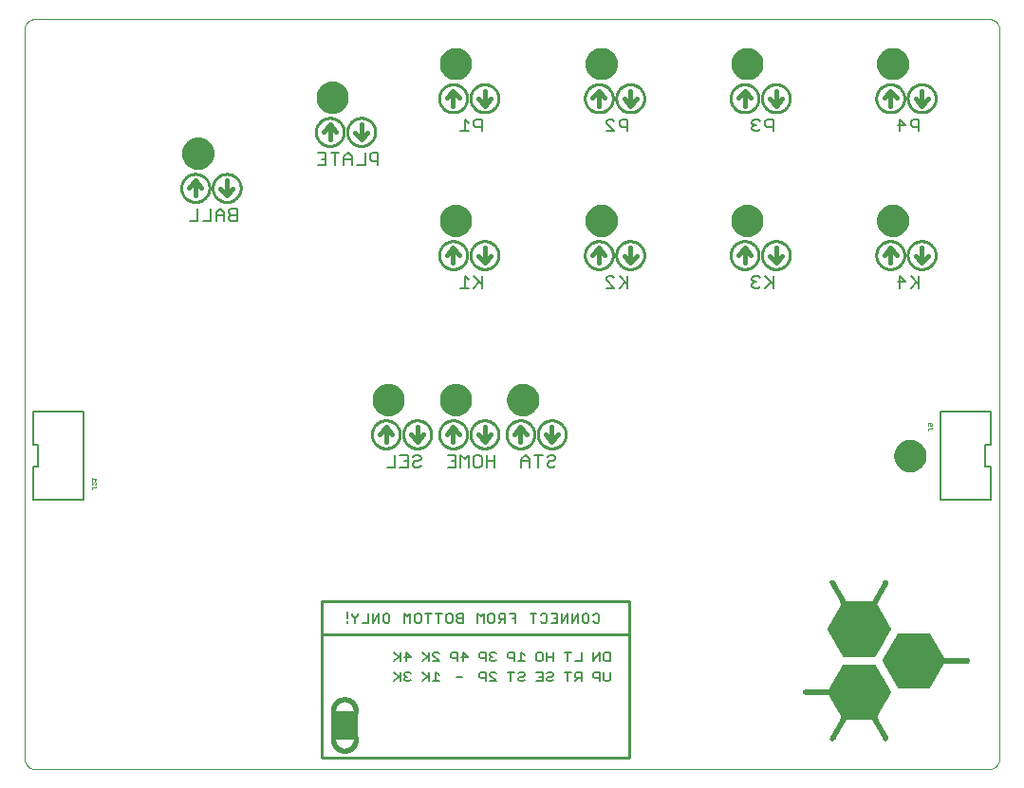
<source format=gbo>
G75*
%MOIN*%
%OFA0B0*%
%FSLAX25Y25*%
%IPPOS*%
%LPD*%
%AMOC8*
5,1,8,0,0,1.08239X$1,22.5*
%
%ADD10C,0.00000*%
%ADD11C,0.05600*%
%ADD12C,0.00800*%
%ADD13C,0.01600*%
%ADD14C,0.01000*%
%ADD15R,0.00650X0.00050*%
%ADD16R,0.00850X0.00050*%
%ADD17R,0.01050X0.00050*%
%ADD18R,0.01150X0.00050*%
%ADD19R,0.01250X0.00050*%
%ADD20R,0.01350X0.00050*%
%ADD21R,0.01450X0.00050*%
%ADD22R,0.01550X0.00050*%
%ADD23R,0.01650X0.00050*%
%ADD24R,0.01700X0.00050*%
%ADD25R,0.01750X0.00050*%
%ADD26R,0.01800X0.00050*%
%ADD27R,0.01900X0.00050*%
%ADD28R,0.01850X0.00050*%
%ADD29R,0.01950X0.00050*%
%ADD30R,0.02000X0.00050*%
%ADD31R,0.02050X0.00050*%
%ADD32R,0.02100X0.00050*%
%ADD33R,0.02150X0.00050*%
%ADD34R,0.13150X0.00050*%
%ADD35R,0.13100X0.00050*%
%ADD36R,0.13050X0.00050*%
%ADD37R,0.12950X0.00050*%
%ADD38R,0.12850X0.00050*%
%ADD39R,0.12800X0.00050*%
%ADD40R,0.12750X0.00050*%
%ADD41R,0.12700X0.00050*%
%ADD42R,0.12650X0.00050*%
%ADD43R,0.12550X0.00050*%
%ADD44R,0.12450X0.00050*%
%ADD45R,0.12400X0.00050*%
%ADD46R,0.12350X0.00050*%
%ADD47R,0.12250X0.00050*%
%ADD48R,0.12150X0.00050*%
%ADD49R,0.13250X0.00050*%
%ADD50R,0.13350X0.00050*%
%ADD51R,0.13450X0.00050*%
%ADD52R,0.13500X0.00050*%
%ADD53R,0.13550X0.00050*%
%ADD54R,0.13650X0.00050*%
%ADD55R,0.13750X0.00050*%
%ADD56R,0.13850X0.00050*%
%ADD57R,0.13900X0.00050*%
%ADD58R,0.13950X0.00050*%
%ADD59R,0.14050X0.00050*%
%ADD60R,0.14150X0.00050*%
%ADD61R,0.14200X0.00050*%
%ADD62R,0.14250X0.00050*%
%ADD63R,0.14300X0.00050*%
%ADD64R,0.14350X0.00050*%
%ADD65R,0.14450X0.00050*%
%ADD66R,0.14550X0.00050*%
%ADD67R,0.14600X0.00050*%
%ADD68R,0.14650X0.00050*%
%ADD69R,0.14750X0.00050*%
%ADD70R,0.14850X0.00050*%
%ADD71R,0.14950X0.00050*%
%ADD72R,0.15000X0.00050*%
%ADD73R,0.15050X0.00050*%
%ADD74R,0.15150X0.00050*%
%ADD75R,0.15250X0.00050*%
%ADD76R,0.15300X0.00050*%
%ADD77R,0.15350X0.00050*%
%ADD78R,0.15400X0.00050*%
%ADD79R,0.15450X0.00050*%
%ADD80R,0.15550X0.00050*%
%ADD81R,0.15650X0.00050*%
%ADD82R,0.15700X0.00050*%
%ADD83R,0.15750X0.00050*%
%ADD84R,0.15800X0.00050*%
%ADD85R,0.15850X0.00050*%
%ADD86R,0.15950X0.00050*%
%ADD87R,0.16050X0.00050*%
%ADD88R,0.16100X0.00050*%
%ADD89R,0.16150X0.00050*%
%ADD90R,0.16250X0.00050*%
%ADD91R,0.16350X0.00050*%
%ADD92R,0.16450X0.00050*%
%ADD93R,0.16500X0.00050*%
%ADD94R,0.16550X0.00050*%
%ADD95R,0.16650X0.00050*%
%ADD96R,0.16750X0.00050*%
%ADD97R,0.16800X0.00050*%
%ADD98R,0.16850X0.00050*%
%ADD99R,0.16900X0.00050*%
%ADD100R,0.16950X0.00050*%
%ADD101R,0.17050X0.00050*%
%ADD102R,0.17150X0.00050*%
%ADD103R,0.17200X0.00050*%
%ADD104R,0.17250X0.00050*%
%ADD105R,0.17350X0.00050*%
%ADD106R,0.17450X0.00050*%
%ADD107R,0.17550X0.00050*%
%ADD108R,0.17600X0.00050*%
%ADD109R,0.17650X0.00050*%
%ADD110R,0.17750X0.00050*%
%ADD111R,0.17850X0.00050*%
%ADD112R,0.17950X0.00050*%
%ADD113R,0.18000X0.00050*%
%ADD114R,0.18050X0.00050*%
%ADD115R,0.18150X0.00050*%
%ADD116R,0.18250X0.00050*%
%ADD117R,0.18300X0.00050*%
%ADD118R,0.18350X0.00050*%
%ADD119R,0.18400X0.00050*%
%ADD120R,0.18450X0.00050*%
%ADD121R,0.18550X0.00050*%
%ADD122R,0.18650X0.00050*%
%ADD123R,0.18700X0.00050*%
%ADD124R,0.18750X0.00050*%
%ADD125R,0.18850X0.00050*%
%ADD126R,0.18950X0.00050*%
%ADD127R,0.19050X0.00050*%
%ADD128R,0.19100X0.00050*%
%ADD129R,0.19150X0.00050*%
%ADD130R,0.19250X0.00050*%
%ADD131R,0.19350X0.00050*%
%ADD132R,0.19400X0.00050*%
%ADD133R,0.19450X0.00050*%
%ADD134R,0.19500X0.00050*%
%ADD135R,0.19550X0.00050*%
%ADD136R,0.19650X0.00050*%
%ADD137R,0.19750X0.00050*%
%ADD138R,0.19800X0.00050*%
%ADD139R,0.19850X0.00050*%
%ADD140R,0.19900X0.00050*%
%ADD141R,0.19950X0.00050*%
%ADD142R,0.20050X0.00050*%
%ADD143R,0.20150X0.00050*%
%ADD144R,0.20200X0.00050*%
%ADD145R,0.20250X0.00050*%
%ADD146R,0.20350X0.00050*%
%ADD147R,0.20450X0.00050*%
%ADD148R,0.20550X0.00050*%
%ADD149R,0.20600X0.00050*%
%ADD150R,0.20650X0.00050*%
%ADD151R,0.20750X0.00050*%
%ADD152R,0.20850X0.00050*%
%ADD153R,0.20900X0.00050*%
%ADD154R,0.20950X0.00050*%
%ADD155R,0.21000X0.00050*%
%ADD156R,0.21050X0.00050*%
%ADD157R,0.29400X0.00050*%
%ADD158R,0.29600X0.00050*%
%ADD159R,0.29750X0.00050*%
%ADD160R,0.29900X0.00050*%
%ADD161R,0.29950X0.00050*%
%ADD162R,0.30050X0.00050*%
%ADD163R,0.30100X0.00050*%
%ADD164R,0.30200X0.00050*%
%ADD165R,0.30250X0.00050*%
%ADD166R,0.30300X0.00050*%
%ADD167R,0.30400X0.00050*%
%ADD168R,0.30500X0.00050*%
%ADD169R,0.30550X0.00050*%
%ADD170R,0.30650X0.00050*%
%ADD171R,0.30700X0.00050*%
%ADD172R,0.30600X0.00050*%
%ADD173R,0.29800X0.00050*%
%ADD174R,0.29650X0.00050*%
%ADD175R,0.29450X0.00050*%
%ADD176R,0.20500X0.00050*%
%ADD177R,0.11150X0.00050*%
%ADD178R,0.11200X0.00050*%
%ADD179R,0.11250X0.00050*%
%ADD180R,0.11350X0.00050*%
%ADD181R,0.11450X0.00050*%
%ADD182R,0.20100X0.00050*%
%ADD183R,0.11550X0.00050*%
%ADD184R,0.11600X0.00050*%
%ADD185R,0.11650X0.00050*%
%ADD186R,0.11750X0.00050*%
%ADD187R,0.11850X0.00050*%
%ADD188R,0.11950X0.00050*%
%ADD189R,0.12000X0.00050*%
%ADD190R,0.12050X0.00050*%
%ADD191R,0.12300X0.00050*%
%ADD192R,0.19000X0.00050*%
%ADD193R,0.18600X0.00050*%
%ADD194R,0.13400X0.00050*%
%ADD195R,0.17900X0.00050*%
%ADD196R,0.13800X0.00050*%
%ADD197R,0.17500X0.00050*%
%ADD198R,0.17100X0.00050*%
%ADD199R,0.14900X0.00050*%
%ADD200R,0.16400X0.00050*%
%ADD201R,0.16000X0.00050*%
%ADD202R,0.15600X0.00050*%
%ADD203R,0.14500X0.00050*%
%ADD204R,0.13000X0.00050*%
%ADD205R,0.11900X0.00050*%
%ADD206R,0.11500X0.00050*%
%ADD207R,0.21150X0.00050*%
%ADD208R,0.21200X0.00050*%
%ADD209R,0.21250X0.00050*%
%ADD210R,0.21300X0.00050*%
%ADD211R,0.21350X0.00050*%
%ADD212R,0.21450X0.00050*%
%ADD213R,0.21550X0.00050*%
%ADD214R,0.21600X0.00050*%
%ADD215R,0.21650X0.00050*%
%ADD216R,0.21700X0.00050*%
%ADD217R,0.21750X0.00050*%
%ADD218R,0.21850X0.00050*%
%ADD219R,0.21950X0.00050*%
%ADD220R,0.22000X0.00050*%
%ADD221R,0.22050X0.00050*%
%ADD222R,0.22150X0.00050*%
%ADD223R,0.22100X0.00050*%
%ADD224R,0.09488X0.10236*%
%ADD225C,0.00100*%
D10*
X0005737Y0001800D02*
X0340383Y0001800D01*
X0340507Y0001802D01*
X0340630Y0001808D01*
X0340754Y0001817D01*
X0340876Y0001831D01*
X0340999Y0001848D01*
X0341121Y0001870D01*
X0341242Y0001895D01*
X0341362Y0001924D01*
X0341481Y0001956D01*
X0341600Y0001993D01*
X0341717Y0002033D01*
X0341832Y0002076D01*
X0341947Y0002124D01*
X0342059Y0002175D01*
X0342170Y0002229D01*
X0342280Y0002287D01*
X0342387Y0002348D01*
X0342493Y0002413D01*
X0342596Y0002481D01*
X0342697Y0002552D01*
X0342796Y0002626D01*
X0342893Y0002703D01*
X0342987Y0002784D01*
X0343078Y0002867D01*
X0343167Y0002953D01*
X0343253Y0003042D01*
X0343336Y0003133D01*
X0343417Y0003227D01*
X0343494Y0003324D01*
X0343568Y0003423D01*
X0343639Y0003524D01*
X0343707Y0003627D01*
X0343772Y0003733D01*
X0343833Y0003840D01*
X0343891Y0003950D01*
X0343945Y0004061D01*
X0343996Y0004173D01*
X0344044Y0004288D01*
X0344087Y0004403D01*
X0344127Y0004520D01*
X0344164Y0004639D01*
X0344196Y0004758D01*
X0344225Y0004878D01*
X0344250Y0004999D01*
X0344272Y0005121D01*
X0344289Y0005244D01*
X0344303Y0005366D01*
X0344312Y0005490D01*
X0344318Y0005613D01*
X0344320Y0005737D01*
X0344320Y0261643D01*
X0344318Y0261767D01*
X0344312Y0261890D01*
X0344303Y0262014D01*
X0344289Y0262136D01*
X0344272Y0262259D01*
X0344250Y0262381D01*
X0344225Y0262502D01*
X0344196Y0262622D01*
X0344164Y0262741D01*
X0344127Y0262860D01*
X0344087Y0262977D01*
X0344044Y0263092D01*
X0343996Y0263207D01*
X0343945Y0263319D01*
X0343891Y0263430D01*
X0343833Y0263540D01*
X0343772Y0263647D01*
X0343707Y0263753D01*
X0343639Y0263856D01*
X0343568Y0263957D01*
X0343494Y0264056D01*
X0343417Y0264153D01*
X0343336Y0264247D01*
X0343253Y0264338D01*
X0343167Y0264427D01*
X0343078Y0264513D01*
X0342987Y0264596D01*
X0342893Y0264677D01*
X0342796Y0264754D01*
X0342697Y0264828D01*
X0342596Y0264899D01*
X0342493Y0264967D01*
X0342387Y0265032D01*
X0342280Y0265093D01*
X0342170Y0265151D01*
X0342059Y0265205D01*
X0341947Y0265256D01*
X0341832Y0265304D01*
X0341717Y0265347D01*
X0341600Y0265387D01*
X0341481Y0265424D01*
X0341362Y0265456D01*
X0341242Y0265485D01*
X0341121Y0265510D01*
X0340999Y0265532D01*
X0340876Y0265549D01*
X0340754Y0265563D01*
X0340630Y0265572D01*
X0340507Y0265578D01*
X0340383Y0265580D01*
X0005737Y0265580D01*
X0005613Y0265578D01*
X0005490Y0265572D01*
X0005366Y0265563D01*
X0005244Y0265549D01*
X0005121Y0265532D01*
X0004999Y0265510D01*
X0004878Y0265485D01*
X0004758Y0265456D01*
X0004639Y0265424D01*
X0004520Y0265387D01*
X0004403Y0265347D01*
X0004288Y0265304D01*
X0004173Y0265256D01*
X0004061Y0265205D01*
X0003950Y0265151D01*
X0003840Y0265093D01*
X0003733Y0265032D01*
X0003627Y0264967D01*
X0003524Y0264899D01*
X0003423Y0264828D01*
X0003324Y0264754D01*
X0003227Y0264677D01*
X0003133Y0264596D01*
X0003042Y0264513D01*
X0002953Y0264427D01*
X0002867Y0264338D01*
X0002784Y0264247D01*
X0002703Y0264153D01*
X0002626Y0264056D01*
X0002552Y0263957D01*
X0002481Y0263856D01*
X0002413Y0263753D01*
X0002348Y0263647D01*
X0002287Y0263540D01*
X0002229Y0263430D01*
X0002175Y0263319D01*
X0002124Y0263207D01*
X0002076Y0263092D01*
X0002033Y0262977D01*
X0001993Y0262860D01*
X0001956Y0262741D01*
X0001924Y0262622D01*
X0001895Y0262502D01*
X0001870Y0262381D01*
X0001848Y0262259D01*
X0001831Y0262136D01*
X0001817Y0262014D01*
X0001808Y0261890D01*
X0001802Y0261767D01*
X0001800Y0261643D01*
X0001800Y0005737D01*
X0001802Y0005613D01*
X0001808Y0005490D01*
X0001817Y0005366D01*
X0001831Y0005244D01*
X0001848Y0005121D01*
X0001870Y0004999D01*
X0001895Y0004878D01*
X0001924Y0004758D01*
X0001956Y0004639D01*
X0001993Y0004520D01*
X0002033Y0004403D01*
X0002076Y0004288D01*
X0002124Y0004173D01*
X0002175Y0004061D01*
X0002229Y0003950D01*
X0002287Y0003840D01*
X0002348Y0003733D01*
X0002413Y0003627D01*
X0002481Y0003524D01*
X0002552Y0003423D01*
X0002626Y0003324D01*
X0002703Y0003227D01*
X0002784Y0003133D01*
X0002867Y0003042D01*
X0002953Y0002953D01*
X0003042Y0002867D01*
X0003133Y0002784D01*
X0003227Y0002703D01*
X0003324Y0002626D01*
X0003423Y0002552D01*
X0003524Y0002481D01*
X0003627Y0002413D01*
X0003733Y0002348D01*
X0003840Y0002287D01*
X0003950Y0002229D01*
X0004061Y0002175D01*
X0004173Y0002124D01*
X0004288Y0002076D01*
X0004403Y0002033D01*
X0004520Y0001993D01*
X0004639Y0001956D01*
X0004758Y0001924D01*
X0004878Y0001895D01*
X0004999Y0001870D01*
X0005121Y0001848D01*
X0005244Y0001831D01*
X0005366Y0001817D01*
X0005490Y0001808D01*
X0005613Y0001802D01*
X0005737Y0001800D01*
D11*
X0126811Y0131721D02*
X0126813Y0131826D01*
X0126819Y0131932D01*
X0126829Y0132036D01*
X0126843Y0132141D01*
X0126861Y0132245D01*
X0126882Y0132348D01*
X0126908Y0132450D01*
X0126938Y0132551D01*
X0126971Y0132651D01*
X0127008Y0132750D01*
X0127049Y0132847D01*
X0127093Y0132942D01*
X0127141Y0133036D01*
X0127193Y0133128D01*
X0127248Y0133218D01*
X0127306Y0133306D01*
X0127368Y0133391D01*
X0127433Y0133474D01*
X0127500Y0133555D01*
X0127571Y0133633D01*
X0127645Y0133708D01*
X0127722Y0133780D01*
X0127801Y0133850D01*
X0127883Y0133916D01*
X0127967Y0133979D01*
X0128054Y0134039D01*
X0128143Y0134096D01*
X0128234Y0134149D01*
X0128326Y0134199D01*
X0128421Y0134245D01*
X0128517Y0134288D01*
X0128615Y0134327D01*
X0128715Y0134362D01*
X0128815Y0134394D01*
X0128917Y0134421D01*
X0129020Y0134445D01*
X0129123Y0134465D01*
X0129227Y0134481D01*
X0129332Y0134493D01*
X0129437Y0134501D01*
X0129542Y0134505D01*
X0129648Y0134505D01*
X0129753Y0134501D01*
X0129858Y0134493D01*
X0129963Y0134481D01*
X0130067Y0134465D01*
X0130170Y0134445D01*
X0130273Y0134421D01*
X0130375Y0134394D01*
X0130475Y0134362D01*
X0130575Y0134327D01*
X0130673Y0134288D01*
X0130769Y0134245D01*
X0130864Y0134199D01*
X0130956Y0134149D01*
X0131047Y0134096D01*
X0131136Y0134039D01*
X0131223Y0133979D01*
X0131307Y0133916D01*
X0131389Y0133850D01*
X0131468Y0133780D01*
X0131545Y0133708D01*
X0131619Y0133633D01*
X0131690Y0133555D01*
X0131757Y0133474D01*
X0131822Y0133391D01*
X0131884Y0133306D01*
X0131942Y0133218D01*
X0131997Y0133128D01*
X0132049Y0133036D01*
X0132097Y0132942D01*
X0132141Y0132847D01*
X0132182Y0132750D01*
X0132219Y0132651D01*
X0132252Y0132551D01*
X0132282Y0132450D01*
X0132308Y0132348D01*
X0132329Y0132245D01*
X0132347Y0132141D01*
X0132361Y0132036D01*
X0132371Y0131932D01*
X0132377Y0131826D01*
X0132379Y0131721D01*
X0132377Y0131616D01*
X0132371Y0131510D01*
X0132361Y0131406D01*
X0132347Y0131301D01*
X0132329Y0131197D01*
X0132308Y0131094D01*
X0132282Y0130992D01*
X0132252Y0130891D01*
X0132219Y0130791D01*
X0132182Y0130692D01*
X0132141Y0130595D01*
X0132097Y0130500D01*
X0132049Y0130406D01*
X0131997Y0130314D01*
X0131942Y0130224D01*
X0131884Y0130136D01*
X0131822Y0130051D01*
X0131757Y0129968D01*
X0131690Y0129887D01*
X0131619Y0129809D01*
X0131545Y0129734D01*
X0131468Y0129662D01*
X0131389Y0129592D01*
X0131307Y0129526D01*
X0131223Y0129463D01*
X0131136Y0129403D01*
X0131047Y0129346D01*
X0130956Y0129293D01*
X0130864Y0129243D01*
X0130769Y0129197D01*
X0130673Y0129154D01*
X0130575Y0129115D01*
X0130475Y0129080D01*
X0130375Y0129048D01*
X0130273Y0129021D01*
X0130170Y0128997D01*
X0130067Y0128977D01*
X0129963Y0128961D01*
X0129858Y0128949D01*
X0129753Y0128941D01*
X0129648Y0128937D01*
X0129542Y0128937D01*
X0129437Y0128941D01*
X0129332Y0128949D01*
X0129227Y0128961D01*
X0129123Y0128977D01*
X0129020Y0128997D01*
X0128917Y0129021D01*
X0128815Y0129048D01*
X0128715Y0129080D01*
X0128615Y0129115D01*
X0128517Y0129154D01*
X0128421Y0129197D01*
X0128326Y0129243D01*
X0128234Y0129293D01*
X0128143Y0129346D01*
X0128054Y0129403D01*
X0127967Y0129463D01*
X0127883Y0129526D01*
X0127801Y0129592D01*
X0127722Y0129662D01*
X0127645Y0129734D01*
X0127571Y0129809D01*
X0127500Y0129887D01*
X0127433Y0129968D01*
X0127368Y0130051D01*
X0127306Y0130136D01*
X0127248Y0130224D01*
X0127193Y0130314D01*
X0127141Y0130406D01*
X0127093Y0130500D01*
X0127049Y0130595D01*
X0127008Y0130692D01*
X0126971Y0130791D01*
X0126938Y0130891D01*
X0126908Y0130992D01*
X0126882Y0131094D01*
X0126861Y0131197D01*
X0126843Y0131301D01*
X0126829Y0131406D01*
X0126819Y0131510D01*
X0126813Y0131616D01*
X0126811Y0131721D01*
X0150433Y0131721D02*
X0150435Y0131826D01*
X0150441Y0131932D01*
X0150451Y0132036D01*
X0150465Y0132141D01*
X0150483Y0132245D01*
X0150504Y0132348D01*
X0150530Y0132450D01*
X0150560Y0132551D01*
X0150593Y0132651D01*
X0150630Y0132750D01*
X0150671Y0132847D01*
X0150715Y0132942D01*
X0150763Y0133036D01*
X0150815Y0133128D01*
X0150870Y0133218D01*
X0150928Y0133306D01*
X0150990Y0133391D01*
X0151055Y0133474D01*
X0151122Y0133555D01*
X0151193Y0133633D01*
X0151267Y0133708D01*
X0151344Y0133780D01*
X0151423Y0133850D01*
X0151505Y0133916D01*
X0151589Y0133979D01*
X0151676Y0134039D01*
X0151765Y0134096D01*
X0151856Y0134149D01*
X0151948Y0134199D01*
X0152043Y0134245D01*
X0152139Y0134288D01*
X0152237Y0134327D01*
X0152337Y0134362D01*
X0152437Y0134394D01*
X0152539Y0134421D01*
X0152642Y0134445D01*
X0152745Y0134465D01*
X0152849Y0134481D01*
X0152954Y0134493D01*
X0153059Y0134501D01*
X0153164Y0134505D01*
X0153270Y0134505D01*
X0153375Y0134501D01*
X0153480Y0134493D01*
X0153585Y0134481D01*
X0153689Y0134465D01*
X0153792Y0134445D01*
X0153895Y0134421D01*
X0153997Y0134394D01*
X0154097Y0134362D01*
X0154197Y0134327D01*
X0154295Y0134288D01*
X0154391Y0134245D01*
X0154486Y0134199D01*
X0154578Y0134149D01*
X0154669Y0134096D01*
X0154758Y0134039D01*
X0154845Y0133979D01*
X0154929Y0133916D01*
X0155011Y0133850D01*
X0155090Y0133780D01*
X0155167Y0133708D01*
X0155241Y0133633D01*
X0155312Y0133555D01*
X0155379Y0133474D01*
X0155444Y0133391D01*
X0155506Y0133306D01*
X0155564Y0133218D01*
X0155619Y0133128D01*
X0155671Y0133036D01*
X0155719Y0132942D01*
X0155763Y0132847D01*
X0155804Y0132750D01*
X0155841Y0132651D01*
X0155874Y0132551D01*
X0155904Y0132450D01*
X0155930Y0132348D01*
X0155951Y0132245D01*
X0155969Y0132141D01*
X0155983Y0132036D01*
X0155993Y0131932D01*
X0155999Y0131826D01*
X0156001Y0131721D01*
X0155999Y0131616D01*
X0155993Y0131510D01*
X0155983Y0131406D01*
X0155969Y0131301D01*
X0155951Y0131197D01*
X0155930Y0131094D01*
X0155904Y0130992D01*
X0155874Y0130891D01*
X0155841Y0130791D01*
X0155804Y0130692D01*
X0155763Y0130595D01*
X0155719Y0130500D01*
X0155671Y0130406D01*
X0155619Y0130314D01*
X0155564Y0130224D01*
X0155506Y0130136D01*
X0155444Y0130051D01*
X0155379Y0129968D01*
X0155312Y0129887D01*
X0155241Y0129809D01*
X0155167Y0129734D01*
X0155090Y0129662D01*
X0155011Y0129592D01*
X0154929Y0129526D01*
X0154845Y0129463D01*
X0154758Y0129403D01*
X0154669Y0129346D01*
X0154578Y0129293D01*
X0154486Y0129243D01*
X0154391Y0129197D01*
X0154295Y0129154D01*
X0154197Y0129115D01*
X0154097Y0129080D01*
X0153997Y0129048D01*
X0153895Y0129021D01*
X0153792Y0128997D01*
X0153689Y0128977D01*
X0153585Y0128961D01*
X0153480Y0128949D01*
X0153375Y0128941D01*
X0153270Y0128937D01*
X0153164Y0128937D01*
X0153059Y0128941D01*
X0152954Y0128949D01*
X0152849Y0128961D01*
X0152745Y0128977D01*
X0152642Y0128997D01*
X0152539Y0129021D01*
X0152437Y0129048D01*
X0152337Y0129080D01*
X0152237Y0129115D01*
X0152139Y0129154D01*
X0152043Y0129197D01*
X0151948Y0129243D01*
X0151856Y0129293D01*
X0151765Y0129346D01*
X0151676Y0129403D01*
X0151589Y0129463D01*
X0151505Y0129526D01*
X0151423Y0129592D01*
X0151344Y0129662D01*
X0151267Y0129734D01*
X0151193Y0129809D01*
X0151122Y0129887D01*
X0151055Y0129968D01*
X0150990Y0130051D01*
X0150928Y0130136D01*
X0150870Y0130224D01*
X0150815Y0130314D01*
X0150763Y0130406D01*
X0150715Y0130500D01*
X0150671Y0130595D01*
X0150630Y0130692D01*
X0150593Y0130791D01*
X0150560Y0130891D01*
X0150530Y0130992D01*
X0150504Y0131094D01*
X0150483Y0131197D01*
X0150465Y0131301D01*
X0150451Y0131406D01*
X0150441Y0131510D01*
X0150435Y0131616D01*
X0150433Y0131721D01*
X0174055Y0131721D02*
X0174057Y0131826D01*
X0174063Y0131932D01*
X0174073Y0132036D01*
X0174087Y0132141D01*
X0174105Y0132245D01*
X0174126Y0132348D01*
X0174152Y0132450D01*
X0174182Y0132551D01*
X0174215Y0132651D01*
X0174252Y0132750D01*
X0174293Y0132847D01*
X0174337Y0132942D01*
X0174385Y0133036D01*
X0174437Y0133128D01*
X0174492Y0133218D01*
X0174550Y0133306D01*
X0174612Y0133391D01*
X0174677Y0133474D01*
X0174744Y0133555D01*
X0174815Y0133633D01*
X0174889Y0133708D01*
X0174966Y0133780D01*
X0175045Y0133850D01*
X0175127Y0133916D01*
X0175211Y0133979D01*
X0175298Y0134039D01*
X0175387Y0134096D01*
X0175478Y0134149D01*
X0175570Y0134199D01*
X0175665Y0134245D01*
X0175761Y0134288D01*
X0175859Y0134327D01*
X0175959Y0134362D01*
X0176059Y0134394D01*
X0176161Y0134421D01*
X0176264Y0134445D01*
X0176367Y0134465D01*
X0176471Y0134481D01*
X0176576Y0134493D01*
X0176681Y0134501D01*
X0176786Y0134505D01*
X0176892Y0134505D01*
X0176997Y0134501D01*
X0177102Y0134493D01*
X0177207Y0134481D01*
X0177311Y0134465D01*
X0177414Y0134445D01*
X0177517Y0134421D01*
X0177619Y0134394D01*
X0177719Y0134362D01*
X0177819Y0134327D01*
X0177917Y0134288D01*
X0178013Y0134245D01*
X0178108Y0134199D01*
X0178200Y0134149D01*
X0178291Y0134096D01*
X0178380Y0134039D01*
X0178467Y0133979D01*
X0178551Y0133916D01*
X0178633Y0133850D01*
X0178712Y0133780D01*
X0178789Y0133708D01*
X0178863Y0133633D01*
X0178934Y0133555D01*
X0179001Y0133474D01*
X0179066Y0133391D01*
X0179128Y0133306D01*
X0179186Y0133218D01*
X0179241Y0133128D01*
X0179293Y0133036D01*
X0179341Y0132942D01*
X0179385Y0132847D01*
X0179426Y0132750D01*
X0179463Y0132651D01*
X0179496Y0132551D01*
X0179526Y0132450D01*
X0179552Y0132348D01*
X0179573Y0132245D01*
X0179591Y0132141D01*
X0179605Y0132036D01*
X0179615Y0131932D01*
X0179621Y0131826D01*
X0179623Y0131721D01*
X0179621Y0131616D01*
X0179615Y0131510D01*
X0179605Y0131406D01*
X0179591Y0131301D01*
X0179573Y0131197D01*
X0179552Y0131094D01*
X0179526Y0130992D01*
X0179496Y0130891D01*
X0179463Y0130791D01*
X0179426Y0130692D01*
X0179385Y0130595D01*
X0179341Y0130500D01*
X0179293Y0130406D01*
X0179241Y0130314D01*
X0179186Y0130224D01*
X0179128Y0130136D01*
X0179066Y0130051D01*
X0179001Y0129968D01*
X0178934Y0129887D01*
X0178863Y0129809D01*
X0178789Y0129734D01*
X0178712Y0129662D01*
X0178633Y0129592D01*
X0178551Y0129526D01*
X0178467Y0129463D01*
X0178380Y0129403D01*
X0178291Y0129346D01*
X0178200Y0129293D01*
X0178108Y0129243D01*
X0178013Y0129197D01*
X0177917Y0129154D01*
X0177819Y0129115D01*
X0177719Y0129080D01*
X0177619Y0129048D01*
X0177517Y0129021D01*
X0177414Y0128997D01*
X0177311Y0128977D01*
X0177207Y0128961D01*
X0177102Y0128949D01*
X0176997Y0128941D01*
X0176892Y0128937D01*
X0176786Y0128937D01*
X0176681Y0128941D01*
X0176576Y0128949D01*
X0176471Y0128961D01*
X0176367Y0128977D01*
X0176264Y0128997D01*
X0176161Y0129021D01*
X0176059Y0129048D01*
X0175959Y0129080D01*
X0175859Y0129115D01*
X0175761Y0129154D01*
X0175665Y0129197D01*
X0175570Y0129243D01*
X0175478Y0129293D01*
X0175387Y0129346D01*
X0175298Y0129403D01*
X0175211Y0129463D01*
X0175127Y0129526D01*
X0175045Y0129592D01*
X0174966Y0129662D01*
X0174889Y0129734D01*
X0174815Y0129809D01*
X0174744Y0129887D01*
X0174677Y0129968D01*
X0174612Y0130051D01*
X0174550Y0130136D01*
X0174492Y0130224D01*
X0174437Y0130314D01*
X0174385Y0130406D01*
X0174337Y0130500D01*
X0174293Y0130595D01*
X0174252Y0130692D01*
X0174215Y0130791D01*
X0174182Y0130891D01*
X0174152Y0130992D01*
X0174126Y0131094D01*
X0174105Y0131197D01*
X0174087Y0131301D01*
X0174073Y0131406D01*
X0174063Y0131510D01*
X0174057Y0131616D01*
X0174055Y0131721D01*
X0150433Y0194713D02*
X0150435Y0194818D01*
X0150441Y0194924D01*
X0150451Y0195028D01*
X0150465Y0195133D01*
X0150483Y0195237D01*
X0150504Y0195340D01*
X0150530Y0195442D01*
X0150560Y0195543D01*
X0150593Y0195643D01*
X0150630Y0195742D01*
X0150671Y0195839D01*
X0150715Y0195934D01*
X0150763Y0196028D01*
X0150815Y0196120D01*
X0150870Y0196210D01*
X0150928Y0196298D01*
X0150990Y0196383D01*
X0151055Y0196466D01*
X0151122Y0196547D01*
X0151193Y0196625D01*
X0151267Y0196700D01*
X0151344Y0196772D01*
X0151423Y0196842D01*
X0151505Y0196908D01*
X0151589Y0196971D01*
X0151676Y0197031D01*
X0151765Y0197088D01*
X0151856Y0197141D01*
X0151948Y0197191D01*
X0152043Y0197237D01*
X0152139Y0197280D01*
X0152237Y0197319D01*
X0152337Y0197354D01*
X0152437Y0197386D01*
X0152539Y0197413D01*
X0152642Y0197437D01*
X0152745Y0197457D01*
X0152849Y0197473D01*
X0152954Y0197485D01*
X0153059Y0197493D01*
X0153164Y0197497D01*
X0153270Y0197497D01*
X0153375Y0197493D01*
X0153480Y0197485D01*
X0153585Y0197473D01*
X0153689Y0197457D01*
X0153792Y0197437D01*
X0153895Y0197413D01*
X0153997Y0197386D01*
X0154097Y0197354D01*
X0154197Y0197319D01*
X0154295Y0197280D01*
X0154391Y0197237D01*
X0154486Y0197191D01*
X0154578Y0197141D01*
X0154669Y0197088D01*
X0154758Y0197031D01*
X0154845Y0196971D01*
X0154929Y0196908D01*
X0155011Y0196842D01*
X0155090Y0196772D01*
X0155167Y0196700D01*
X0155241Y0196625D01*
X0155312Y0196547D01*
X0155379Y0196466D01*
X0155444Y0196383D01*
X0155506Y0196298D01*
X0155564Y0196210D01*
X0155619Y0196120D01*
X0155671Y0196028D01*
X0155719Y0195934D01*
X0155763Y0195839D01*
X0155804Y0195742D01*
X0155841Y0195643D01*
X0155874Y0195543D01*
X0155904Y0195442D01*
X0155930Y0195340D01*
X0155951Y0195237D01*
X0155969Y0195133D01*
X0155983Y0195028D01*
X0155993Y0194924D01*
X0155999Y0194818D01*
X0156001Y0194713D01*
X0155999Y0194608D01*
X0155993Y0194502D01*
X0155983Y0194398D01*
X0155969Y0194293D01*
X0155951Y0194189D01*
X0155930Y0194086D01*
X0155904Y0193984D01*
X0155874Y0193883D01*
X0155841Y0193783D01*
X0155804Y0193684D01*
X0155763Y0193587D01*
X0155719Y0193492D01*
X0155671Y0193398D01*
X0155619Y0193306D01*
X0155564Y0193216D01*
X0155506Y0193128D01*
X0155444Y0193043D01*
X0155379Y0192960D01*
X0155312Y0192879D01*
X0155241Y0192801D01*
X0155167Y0192726D01*
X0155090Y0192654D01*
X0155011Y0192584D01*
X0154929Y0192518D01*
X0154845Y0192455D01*
X0154758Y0192395D01*
X0154669Y0192338D01*
X0154578Y0192285D01*
X0154486Y0192235D01*
X0154391Y0192189D01*
X0154295Y0192146D01*
X0154197Y0192107D01*
X0154097Y0192072D01*
X0153997Y0192040D01*
X0153895Y0192013D01*
X0153792Y0191989D01*
X0153689Y0191969D01*
X0153585Y0191953D01*
X0153480Y0191941D01*
X0153375Y0191933D01*
X0153270Y0191929D01*
X0153164Y0191929D01*
X0153059Y0191933D01*
X0152954Y0191941D01*
X0152849Y0191953D01*
X0152745Y0191969D01*
X0152642Y0191989D01*
X0152539Y0192013D01*
X0152437Y0192040D01*
X0152337Y0192072D01*
X0152237Y0192107D01*
X0152139Y0192146D01*
X0152043Y0192189D01*
X0151948Y0192235D01*
X0151856Y0192285D01*
X0151765Y0192338D01*
X0151676Y0192395D01*
X0151589Y0192455D01*
X0151505Y0192518D01*
X0151423Y0192584D01*
X0151344Y0192654D01*
X0151267Y0192726D01*
X0151193Y0192801D01*
X0151122Y0192879D01*
X0151055Y0192960D01*
X0150990Y0193043D01*
X0150928Y0193128D01*
X0150870Y0193216D01*
X0150815Y0193306D01*
X0150763Y0193398D01*
X0150715Y0193492D01*
X0150671Y0193587D01*
X0150630Y0193684D01*
X0150593Y0193783D01*
X0150560Y0193883D01*
X0150530Y0193984D01*
X0150504Y0194086D01*
X0150483Y0194189D01*
X0150465Y0194293D01*
X0150451Y0194398D01*
X0150441Y0194502D01*
X0150435Y0194608D01*
X0150433Y0194713D01*
X0201614Y0194713D02*
X0201616Y0194818D01*
X0201622Y0194924D01*
X0201632Y0195028D01*
X0201646Y0195133D01*
X0201664Y0195237D01*
X0201685Y0195340D01*
X0201711Y0195442D01*
X0201741Y0195543D01*
X0201774Y0195643D01*
X0201811Y0195742D01*
X0201852Y0195839D01*
X0201896Y0195934D01*
X0201944Y0196028D01*
X0201996Y0196120D01*
X0202051Y0196210D01*
X0202109Y0196298D01*
X0202171Y0196383D01*
X0202236Y0196466D01*
X0202303Y0196547D01*
X0202374Y0196625D01*
X0202448Y0196700D01*
X0202525Y0196772D01*
X0202604Y0196842D01*
X0202686Y0196908D01*
X0202770Y0196971D01*
X0202857Y0197031D01*
X0202946Y0197088D01*
X0203037Y0197141D01*
X0203129Y0197191D01*
X0203224Y0197237D01*
X0203320Y0197280D01*
X0203418Y0197319D01*
X0203518Y0197354D01*
X0203618Y0197386D01*
X0203720Y0197413D01*
X0203823Y0197437D01*
X0203926Y0197457D01*
X0204030Y0197473D01*
X0204135Y0197485D01*
X0204240Y0197493D01*
X0204345Y0197497D01*
X0204451Y0197497D01*
X0204556Y0197493D01*
X0204661Y0197485D01*
X0204766Y0197473D01*
X0204870Y0197457D01*
X0204973Y0197437D01*
X0205076Y0197413D01*
X0205178Y0197386D01*
X0205278Y0197354D01*
X0205378Y0197319D01*
X0205476Y0197280D01*
X0205572Y0197237D01*
X0205667Y0197191D01*
X0205759Y0197141D01*
X0205850Y0197088D01*
X0205939Y0197031D01*
X0206026Y0196971D01*
X0206110Y0196908D01*
X0206192Y0196842D01*
X0206271Y0196772D01*
X0206348Y0196700D01*
X0206422Y0196625D01*
X0206493Y0196547D01*
X0206560Y0196466D01*
X0206625Y0196383D01*
X0206687Y0196298D01*
X0206745Y0196210D01*
X0206800Y0196120D01*
X0206852Y0196028D01*
X0206900Y0195934D01*
X0206944Y0195839D01*
X0206985Y0195742D01*
X0207022Y0195643D01*
X0207055Y0195543D01*
X0207085Y0195442D01*
X0207111Y0195340D01*
X0207132Y0195237D01*
X0207150Y0195133D01*
X0207164Y0195028D01*
X0207174Y0194924D01*
X0207180Y0194818D01*
X0207182Y0194713D01*
X0207180Y0194608D01*
X0207174Y0194502D01*
X0207164Y0194398D01*
X0207150Y0194293D01*
X0207132Y0194189D01*
X0207111Y0194086D01*
X0207085Y0193984D01*
X0207055Y0193883D01*
X0207022Y0193783D01*
X0206985Y0193684D01*
X0206944Y0193587D01*
X0206900Y0193492D01*
X0206852Y0193398D01*
X0206800Y0193306D01*
X0206745Y0193216D01*
X0206687Y0193128D01*
X0206625Y0193043D01*
X0206560Y0192960D01*
X0206493Y0192879D01*
X0206422Y0192801D01*
X0206348Y0192726D01*
X0206271Y0192654D01*
X0206192Y0192584D01*
X0206110Y0192518D01*
X0206026Y0192455D01*
X0205939Y0192395D01*
X0205850Y0192338D01*
X0205759Y0192285D01*
X0205667Y0192235D01*
X0205572Y0192189D01*
X0205476Y0192146D01*
X0205378Y0192107D01*
X0205278Y0192072D01*
X0205178Y0192040D01*
X0205076Y0192013D01*
X0204973Y0191989D01*
X0204870Y0191969D01*
X0204766Y0191953D01*
X0204661Y0191941D01*
X0204556Y0191933D01*
X0204451Y0191929D01*
X0204345Y0191929D01*
X0204240Y0191933D01*
X0204135Y0191941D01*
X0204030Y0191953D01*
X0203926Y0191969D01*
X0203823Y0191989D01*
X0203720Y0192013D01*
X0203618Y0192040D01*
X0203518Y0192072D01*
X0203418Y0192107D01*
X0203320Y0192146D01*
X0203224Y0192189D01*
X0203129Y0192235D01*
X0203037Y0192285D01*
X0202946Y0192338D01*
X0202857Y0192395D01*
X0202770Y0192455D01*
X0202686Y0192518D01*
X0202604Y0192584D01*
X0202525Y0192654D01*
X0202448Y0192726D01*
X0202374Y0192801D01*
X0202303Y0192879D01*
X0202236Y0192960D01*
X0202171Y0193043D01*
X0202109Y0193128D01*
X0202051Y0193216D01*
X0201996Y0193306D01*
X0201944Y0193398D01*
X0201896Y0193492D01*
X0201852Y0193587D01*
X0201811Y0193684D01*
X0201774Y0193783D01*
X0201741Y0193883D01*
X0201711Y0193984D01*
X0201685Y0194086D01*
X0201664Y0194189D01*
X0201646Y0194293D01*
X0201632Y0194398D01*
X0201622Y0194502D01*
X0201616Y0194608D01*
X0201614Y0194713D01*
X0252796Y0194713D02*
X0252798Y0194818D01*
X0252804Y0194924D01*
X0252814Y0195028D01*
X0252828Y0195133D01*
X0252846Y0195237D01*
X0252867Y0195340D01*
X0252893Y0195442D01*
X0252923Y0195543D01*
X0252956Y0195643D01*
X0252993Y0195742D01*
X0253034Y0195839D01*
X0253078Y0195934D01*
X0253126Y0196028D01*
X0253178Y0196120D01*
X0253233Y0196210D01*
X0253291Y0196298D01*
X0253353Y0196383D01*
X0253418Y0196466D01*
X0253485Y0196547D01*
X0253556Y0196625D01*
X0253630Y0196700D01*
X0253707Y0196772D01*
X0253786Y0196842D01*
X0253868Y0196908D01*
X0253952Y0196971D01*
X0254039Y0197031D01*
X0254128Y0197088D01*
X0254219Y0197141D01*
X0254311Y0197191D01*
X0254406Y0197237D01*
X0254502Y0197280D01*
X0254600Y0197319D01*
X0254700Y0197354D01*
X0254800Y0197386D01*
X0254902Y0197413D01*
X0255005Y0197437D01*
X0255108Y0197457D01*
X0255212Y0197473D01*
X0255317Y0197485D01*
X0255422Y0197493D01*
X0255527Y0197497D01*
X0255633Y0197497D01*
X0255738Y0197493D01*
X0255843Y0197485D01*
X0255948Y0197473D01*
X0256052Y0197457D01*
X0256155Y0197437D01*
X0256258Y0197413D01*
X0256360Y0197386D01*
X0256460Y0197354D01*
X0256560Y0197319D01*
X0256658Y0197280D01*
X0256754Y0197237D01*
X0256849Y0197191D01*
X0256941Y0197141D01*
X0257032Y0197088D01*
X0257121Y0197031D01*
X0257208Y0196971D01*
X0257292Y0196908D01*
X0257374Y0196842D01*
X0257453Y0196772D01*
X0257530Y0196700D01*
X0257604Y0196625D01*
X0257675Y0196547D01*
X0257742Y0196466D01*
X0257807Y0196383D01*
X0257869Y0196298D01*
X0257927Y0196210D01*
X0257982Y0196120D01*
X0258034Y0196028D01*
X0258082Y0195934D01*
X0258126Y0195839D01*
X0258167Y0195742D01*
X0258204Y0195643D01*
X0258237Y0195543D01*
X0258267Y0195442D01*
X0258293Y0195340D01*
X0258314Y0195237D01*
X0258332Y0195133D01*
X0258346Y0195028D01*
X0258356Y0194924D01*
X0258362Y0194818D01*
X0258364Y0194713D01*
X0258362Y0194608D01*
X0258356Y0194502D01*
X0258346Y0194398D01*
X0258332Y0194293D01*
X0258314Y0194189D01*
X0258293Y0194086D01*
X0258267Y0193984D01*
X0258237Y0193883D01*
X0258204Y0193783D01*
X0258167Y0193684D01*
X0258126Y0193587D01*
X0258082Y0193492D01*
X0258034Y0193398D01*
X0257982Y0193306D01*
X0257927Y0193216D01*
X0257869Y0193128D01*
X0257807Y0193043D01*
X0257742Y0192960D01*
X0257675Y0192879D01*
X0257604Y0192801D01*
X0257530Y0192726D01*
X0257453Y0192654D01*
X0257374Y0192584D01*
X0257292Y0192518D01*
X0257208Y0192455D01*
X0257121Y0192395D01*
X0257032Y0192338D01*
X0256941Y0192285D01*
X0256849Y0192235D01*
X0256754Y0192189D01*
X0256658Y0192146D01*
X0256560Y0192107D01*
X0256460Y0192072D01*
X0256360Y0192040D01*
X0256258Y0192013D01*
X0256155Y0191989D01*
X0256052Y0191969D01*
X0255948Y0191953D01*
X0255843Y0191941D01*
X0255738Y0191933D01*
X0255633Y0191929D01*
X0255527Y0191929D01*
X0255422Y0191933D01*
X0255317Y0191941D01*
X0255212Y0191953D01*
X0255108Y0191969D01*
X0255005Y0191989D01*
X0254902Y0192013D01*
X0254800Y0192040D01*
X0254700Y0192072D01*
X0254600Y0192107D01*
X0254502Y0192146D01*
X0254406Y0192189D01*
X0254311Y0192235D01*
X0254219Y0192285D01*
X0254128Y0192338D01*
X0254039Y0192395D01*
X0253952Y0192455D01*
X0253868Y0192518D01*
X0253786Y0192584D01*
X0253707Y0192654D01*
X0253630Y0192726D01*
X0253556Y0192801D01*
X0253485Y0192879D01*
X0253418Y0192960D01*
X0253353Y0193043D01*
X0253291Y0193128D01*
X0253233Y0193216D01*
X0253178Y0193306D01*
X0253126Y0193398D01*
X0253078Y0193492D01*
X0253034Y0193587D01*
X0252993Y0193684D01*
X0252956Y0193783D01*
X0252923Y0193883D01*
X0252893Y0193984D01*
X0252867Y0194086D01*
X0252846Y0194189D01*
X0252828Y0194293D01*
X0252814Y0194398D01*
X0252804Y0194502D01*
X0252798Y0194608D01*
X0252796Y0194713D01*
X0303977Y0194713D02*
X0303979Y0194818D01*
X0303985Y0194924D01*
X0303995Y0195028D01*
X0304009Y0195133D01*
X0304027Y0195237D01*
X0304048Y0195340D01*
X0304074Y0195442D01*
X0304104Y0195543D01*
X0304137Y0195643D01*
X0304174Y0195742D01*
X0304215Y0195839D01*
X0304259Y0195934D01*
X0304307Y0196028D01*
X0304359Y0196120D01*
X0304414Y0196210D01*
X0304472Y0196298D01*
X0304534Y0196383D01*
X0304599Y0196466D01*
X0304666Y0196547D01*
X0304737Y0196625D01*
X0304811Y0196700D01*
X0304888Y0196772D01*
X0304967Y0196842D01*
X0305049Y0196908D01*
X0305133Y0196971D01*
X0305220Y0197031D01*
X0305309Y0197088D01*
X0305400Y0197141D01*
X0305492Y0197191D01*
X0305587Y0197237D01*
X0305683Y0197280D01*
X0305781Y0197319D01*
X0305881Y0197354D01*
X0305981Y0197386D01*
X0306083Y0197413D01*
X0306186Y0197437D01*
X0306289Y0197457D01*
X0306393Y0197473D01*
X0306498Y0197485D01*
X0306603Y0197493D01*
X0306708Y0197497D01*
X0306814Y0197497D01*
X0306919Y0197493D01*
X0307024Y0197485D01*
X0307129Y0197473D01*
X0307233Y0197457D01*
X0307336Y0197437D01*
X0307439Y0197413D01*
X0307541Y0197386D01*
X0307641Y0197354D01*
X0307741Y0197319D01*
X0307839Y0197280D01*
X0307935Y0197237D01*
X0308030Y0197191D01*
X0308122Y0197141D01*
X0308213Y0197088D01*
X0308302Y0197031D01*
X0308389Y0196971D01*
X0308473Y0196908D01*
X0308555Y0196842D01*
X0308634Y0196772D01*
X0308711Y0196700D01*
X0308785Y0196625D01*
X0308856Y0196547D01*
X0308923Y0196466D01*
X0308988Y0196383D01*
X0309050Y0196298D01*
X0309108Y0196210D01*
X0309163Y0196120D01*
X0309215Y0196028D01*
X0309263Y0195934D01*
X0309307Y0195839D01*
X0309348Y0195742D01*
X0309385Y0195643D01*
X0309418Y0195543D01*
X0309448Y0195442D01*
X0309474Y0195340D01*
X0309495Y0195237D01*
X0309513Y0195133D01*
X0309527Y0195028D01*
X0309537Y0194924D01*
X0309543Y0194818D01*
X0309545Y0194713D01*
X0309543Y0194608D01*
X0309537Y0194502D01*
X0309527Y0194398D01*
X0309513Y0194293D01*
X0309495Y0194189D01*
X0309474Y0194086D01*
X0309448Y0193984D01*
X0309418Y0193883D01*
X0309385Y0193783D01*
X0309348Y0193684D01*
X0309307Y0193587D01*
X0309263Y0193492D01*
X0309215Y0193398D01*
X0309163Y0193306D01*
X0309108Y0193216D01*
X0309050Y0193128D01*
X0308988Y0193043D01*
X0308923Y0192960D01*
X0308856Y0192879D01*
X0308785Y0192801D01*
X0308711Y0192726D01*
X0308634Y0192654D01*
X0308555Y0192584D01*
X0308473Y0192518D01*
X0308389Y0192455D01*
X0308302Y0192395D01*
X0308213Y0192338D01*
X0308122Y0192285D01*
X0308030Y0192235D01*
X0307935Y0192189D01*
X0307839Y0192146D01*
X0307741Y0192107D01*
X0307641Y0192072D01*
X0307541Y0192040D01*
X0307439Y0192013D01*
X0307336Y0191989D01*
X0307233Y0191969D01*
X0307129Y0191953D01*
X0307024Y0191941D01*
X0306919Y0191933D01*
X0306814Y0191929D01*
X0306708Y0191929D01*
X0306603Y0191933D01*
X0306498Y0191941D01*
X0306393Y0191953D01*
X0306289Y0191969D01*
X0306186Y0191989D01*
X0306083Y0192013D01*
X0305981Y0192040D01*
X0305881Y0192072D01*
X0305781Y0192107D01*
X0305683Y0192146D01*
X0305587Y0192189D01*
X0305492Y0192235D01*
X0305400Y0192285D01*
X0305309Y0192338D01*
X0305220Y0192395D01*
X0305133Y0192455D01*
X0305049Y0192518D01*
X0304967Y0192584D01*
X0304888Y0192654D01*
X0304811Y0192726D01*
X0304737Y0192801D01*
X0304666Y0192879D01*
X0304599Y0192960D01*
X0304534Y0193043D01*
X0304472Y0193128D01*
X0304414Y0193216D01*
X0304359Y0193306D01*
X0304307Y0193398D01*
X0304259Y0193492D01*
X0304215Y0193587D01*
X0304174Y0193684D01*
X0304137Y0193783D01*
X0304104Y0193883D01*
X0304074Y0193984D01*
X0304048Y0194086D01*
X0304027Y0194189D01*
X0304009Y0194293D01*
X0303995Y0194398D01*
X0303985Y0194502D01*
X0303979Y0194608D01*
X0303977Y0194713D01*
X0303977Y0249831D02*
X0303979Y0249936D01*
X0303985Y0250042D01*
X0303995Y0250146D01*
X0304009Y0250251D01*
X0304027Y0250355D01*
X0304048Y0250458D01*
X0304074Y0250560D01*
X0304104Y0250661D01*
X0304137Y0250761D01*
X0304174Y0250860D01*
X0304215Y0250957D01*
X0304259Y0251052D01*
X0304307Y0251146D01*
X0304359Y0251238D01*
X0304414Y0251328D01*
X0304472Y0251416D01*
X0304534Y0251501D01*
X0304599Y0251584D01*
X0304666Y0251665D01*
X0304737Y0251743D01*
X0304811Y0251818D01*
X0304888Y0251890D01*
X0304967Y0251960D01*
X0305049Y0252026D01*
X0305133Y0252089D01*
X0305220Y0252149D01*
X0305309Y0252206D01*
X0305400Y0252259D01*
X0305492Y0252309D01*
X0305587Y0252355D01*
X0305683Y0252398D01*
X0305781Y0252437D01*
X0305881Y0252472D01*
X0305981Y0252504D01*
X0306083Y0252531D01*
X0306186Y0252555D01*
X0306289Y0252575D01*
X0306393Y0252591D01*
X0306498Y0252603D01*
X0306603Y0252611D01*
X0306708Y0252615D01*
X0306814Y0252615D01*
X0306919Y0252611D01*
X0307024Y0252603D01*
X0307129Y0252591D01*
X0307233Y0252575D01*
X0307336Y0252555D01*
X0307439Y0252531D01*
X0307541Y0252504D01*
X0307641Y0252472D01*
X0307741Y0252437D01*
X0307839Y0252398D01*
X0307935Y0252355D01*
X0308030Y0252309D01*
X0308122Y0252259D01*
X0308213Y0252206D01*
X0308302Y0252149D01*
X0308389Y0252089D01*
X0308473Y0252026D01*
X0308555Y0251960D01*
X0308634Y0251890D01*
X0308711Y0251818D01*
X0308785Y0251743D01*
X0308856Y0251665D01*
X0308923Y0251584D01*
X0308988Y0251501D01*
X0309050Y0251416D01*
X0309108Y0251328D01*
X0309163Y0251238D01*
X0309215Y0251146D01*
X0309263Y0251052D01*
X0309307Y0250957D01*
X0309348Y0250860D01*
X0309385Y0250761D01*
X0309418Y0250661D01*
X0309448Y0250560D01*
X0309474Y0250458D01*
X0309495Y0250355D01*
X0309513Y0250251D01*
X0309527Y0250146D01*
X0309537Y0250042D01*
X0309543Y0249936D01*
X0309545Y0249831D01*
X0309543Y0249726D01*
X0309537Y0249620D01*
X0309527Y0249516D01*
X0309513Y0249411D01*
X0309495Y0249307D01*
X0309474Y0249204D01*
X0309448Y0249102D01*
X0309418Y0249001D01*
X0309385Y0248901D01*
X0309348Y0248802D01*
X0309307Y0248705D01*
X0309263Y0248610D01*
X0309215Y0248516D01*
X0309163Y0248424D01*
X0309108Y0248334D01*
X0309050Y0248246D01*
X0308988Y0248161D01*
X0308923Y0248078D01*
X0308856Y0247997D01*
X0308785Y0247919D01*
X0308711Y0247844D01*
X0308634Y0247772D01*
X0308555Y0247702D01*
X0308473Y0247636D01*
X0308389Y0247573D01*
X0308302Y0247513D01*
X0308213Y0247456D01*
X0308122Y0247403D01*
X0308030Y0247353D01*
X0307935Y0247307D01*
X0307839Y0247264D01*
X0307741Y0247225D01*
X0307641Y0247190D01*
X0307541Y0247158D01*
X0307439Y0247131D01*
X0307336Y0247107D01*
X0307233Y0247087D01*
X0307129Y0247071D01*
X0307024Y0247059D01*
X0306919Y0247051D01*
X0306814Y0247047D01*
X0306708Y0247047D01*
X0306603Y0247051D01*
X0306498Y0247059D01*
X0306393Y0247071D01*
X0306289Y0247087D01*
X0306186Y0247107D01*
X0306083Y0247131D01*
X0305981Y0247158D01*
X0305881Y0247190D01*
X0305781Y0247225D01*
X0305683Y0247264D01*
X0305587Y0247307D01*
X0305492Y0247353D01*
X0305400Y0247403D01*
X0305309Y0247456D01*
X0305220Y0247513D01*
X0305133Y0247573D01*
X0305049Y0247636D01*
X0304967Y0247702D01*
X0304888Y0247772D01*
X0304811Y0247844D01*
X0304737Y0247919D01*
X0304666Y0247997D01*
X0304599Y0248078D01*
X0304534Y0248161D01*
X0304472Y0248246D01*
X0304414Y0248334D01*
X0304359Y0248424D01*
X0304307Y0248516D01*
X0304259Y0248610D01*
X0304215Y0248705D01*
X0304174Y0248802D01*
X0304137Y0248901D01*
X0304104Y0249001D01*
X0304074Y0249102D01*
X0304048Y0249204D01*
X0304027Y0249307D01*
X0304009Y0249411D01*
X0303995Y0249516D01*
X0303985Y0249620D01*
X0303979Y0249726D01*
X0303977Y0249831D01*
X0252796Y0249831D02*
X0252798Y0249936D01*
X0252804Y0250042D01*
X0252814Y0250146D01*
X0252828Y0250251D01*
X0252846Y0250355D01*
X0252867Y0250458D01*
X0252893Y0250560D01*
X0252923Y0250661D01*
X0252956Y0250761D01*
X0252993Y0250860D01*
X0253034Y0250957D01*
X0253078Y0251052D01*
X0253126Y0251146D01*
X0253178Y0251238D01*
X0253233Y0251328D01*
X0253291Y0251416D01*
X0253353Y0251501D01*
X0253418Y0251584D01*
X0253485Y0251665D01*
X0253556Y0251743D01*
X0253630Y0251818D01*
X0253707Y0251890D01*
X0253786Y0251960D01*
X0253868Y0252026D01*
X0253952Y0252089D01*
X0254039Y0252149D01*
X0254128Y0252206D01*
X0254219Y0252259D01*
X0254311Y0252309D01*
X0254406Y0252355D01*
X0254502Y0252398D01*
X0254600Y0252437D01*
X0254700Y0252472D01*
X0254800Y0252504D01*
X0254902Y0252531D01*
X0255005Y0252555D01*
X0255108Y0252575D01*
X0255212Y0252591D01*
X0255317Y0252603D01*
X0255422Y0252611D01*
X0255527Y0252615D01*
X0255633Y0252615D01*
X0255738Y0252611D01*
X0255843Y0252603D01*
X0255948Y0252591D01*
X0256052Y0252575D01*
X0256155Y0252555D01*
X0256258Y0252531D01*
X0256360Y0252504D01*
X0256460Y0252472D01*
X0256560Y0252437D01*
X0256658Y0252398D01*
X0256754Y0252355D01*
X0256849Y0252309D01*
X0256941Y0252259D01*
X0257032Y0252206D01*
X0257121Y0252149D01*
X0257208Y0252089D01*
X0257292Y0252026D01*
X0257374Y0251960D01*
X0257453Y0251890D01*
X0257530Y0251818D01*
X0257604Y0251743D01*
X0257675Y0251665D01*
X0257742Y0251584D01*
X0257807Y0251501D01*
X0257869Y0251416D01*
X0257927Y0251328D01*
X0257982Y0251238D01*
X0258034Y0251146D01*
X0258082Y0251052D01*
X0258126Y0250957D01*
X0258167Y0250860D01*
X0258204Y0250761D01*
X0258237Y0250661D01*
X0258267Y0250560D01*
X0258293Y0250458D01*
X0258314Y0250355D01*
X0258332Y0250251D01*
X0258346Y0250146D01*
X0258356Y0250042D01*
X0258362Y0249936D01*
X0258364Y0249831D01*
X0258362Y0249726D01*
X0258356Y0249620D01*
X0258346Y0249516D01*
X0258332Y0249411D01*
X0258314Y0249307D01*
X0258293Y0249204D01*
X0258267Y0249102D01*
X0258237Y0249001D01*
X0258204Y0248901D01*
X0258167Y0248802D01*
X0258126Y0248705D01*
X0258082Y0248610D01*
X0258034Y0248516D01*
X0257982Y0248424D01*
X0257927Y0248334D01*
X0257869Y0248246D01*
X0257807Y0248161D01*
X0257742Y0248078D01*
X0257675Y0247997D01*
X0257604Y0247919D01*
X0257530Y0247844D01*
X0257453Y0247772D01*
X0257374Y0247702D01*
X0257292Y0247636D01*
X0257208Y0247573D01*
X0257121Y0247513D01*
X0257032Y0247456D01*
X0256941Y0247403D01*
X0256849Y0247353D01*
X0256754Y0247307D01*
X0256658Y0247264D01*
X0256560Y0247225D01*
X0256460Y0247190D01*
X0256360Y0247158D01*
X0256258Y0247131D01*
X0256155Y0247107D01*
X0256052Y0247087D01*
X0255948Y0247071D01*
X0255843Y0247059D01*
X0255738Y0247051D01*
X0255633Y0247047D01*
X0255527Y0247047D01*
X0255422Y0247051D01*
X0255317Y0247059D01*
X0255212Y0247071D01*
X0255108Y0247087D01*
X0255005Y0247107D01*
X0254902Y0247131D01*
X0254800Y0247158D01*
X0254700Y0247190D01*
X0254600Y0247225D01*
X0254502Y0247264D01*
X0254406Y0247307D01*
X0254311Y0247353D01*
X0254219Y0247403D01*
X0254128Y0247456D01*
X0254039Y0247513D01*
X0253952Y0247573D01*
X0253868Y0247636D01*
X0253786Y0247702D01*
X0253707Y0247772D01*
X0253630Y0247844D01*
X0253556Y0247919D01*
X0253485Y0247997D01*
X0253418Y0248078D01*
X0253353Y0248161D01*
X0253291Y0248246D01*
X0253233Y0248334D01*
X0253178Y0248424D01*
X0253126Y0248516D01*
X0253078Y0248610D01*
X0253034Y0248705D01*
X0252993Y0248802D01*
X0252956Y0248901D01*
X0252923Y0249001D01*
X0252893Y0249102D01*
X0252867Y0249204D01*
X0252846Y0249307D01*
X0252828Y0249411D01*
X0252814Y0249516D01*
X0252804Y0249620D01*
X0252798Y0249726D01*
X0252796Y0249831D01*
X0201614Y0249831D02*
X0201616Y0249936D01*
X0201622Y0250042D01*
X0201632Y0250146D01*
X0201646Y0250251D01*
X0201664Y0250355D01*
X0201685Y0250458D01*
X0201711Y0250560D01*
X0201741Y0250661D01*
X0201774Y0250761D01*
X0201811Y0250860D01*
X0201852Y0250957D01*
X0201896Y0251052D01*
X0201944Y0251146D01*
X0201996Y0251238D01*
X0202051Y0251328D01*
X0202109Y0251416D01*
X0202171Y0251501D01*
X0202236Y0251584D01*
X0202303Y0251665D01*
X0202374Y0251743D01*
X0202448Y0251818D01*
X0202525Y0251890D01*
X0202604Y0251960D01*
X0202686Y0252026D01*
X0202770Y0252089D01*
X0202857Y0252149D01*
X0202946Y0252206D01*
X0203037Y0252259D01*
X0203129Y0252309D01*
X0203224Y0252355D01*
X0203320Y0252398D01*
X0203418Y0252437D01*
X0203518Y0252472D01*
X0203618Y0252504D01*
X0203720Y0252531D01*
X0203823Y0252555D01*
X0203926Y0252575D01*
X0204030Y0252591D01*
X0204135Y0252603D01*
X0204240Y0252611D01*
X0204345Y0252615D01*
X0204451Y0252615D01*
X0204556Y0252611D01*
X0204661Y0252603D01*
X0204766Y0252591D01*
X0204870Y0252575D01*
X0204973Y0252555D01*
X0205076Y0252531D01*
X0205178Y0252504D01*
X0205278Y0252472D01*
X0205378Y0252437D01*
X0205476Y0252398D01*
X0205572Y0252355D01*
X0205667Y0252309D01*
X0205759Y0252259D01*
X0205850Y0252206D01*
X0205939Y0252149D01*
X0206026Y0252089D01*
X0206110Y0252026D01*
X0206192Y0251960D01*
X0206271Y0251890D01*
X0206348Y0251818D01*
X0206422Y0251743D01*
X0206493Y0251665D01*
X0206560Y0251584D01*
X0206625Y0251501D01*
X0206687Y0251416D01*
X0206745Y0251328D01*
X0206800Y0251238D01*
X0206852Y0251146D01*
X0206900Y0251052D01*
X0206944Y0250957D01*
X0206985Y0250860D01*
X0207022Y0250761D01*
X0207055Y0250661D01*
X0207085Y0250560D01*
X0207111Y0250458D01*
X0207132Y0250355D01*
X0207150Y0250251D01*
X0207164Y0250146D01*
X0207174Y0250042D01*
X0207180Y0249936D01*
X0207182Y0249831D01*
X0207180Y0249726D01*
X0207174Y0249620D01*
X0207164Y0249516D01*
X0207150Y0249411D01*
X0207132Y0249307D01*
X0207111Y0249204D01*
X0207085Y0249102D01*
X0207055Y0249001D01*
X0207022Y0248901D01*
X0206985Y0248802D01*
X0206944Y0248705D01*
X0206900Y0248610D01*
X0206852Y0248516D01*
X0206800Y0248424D01*
X0206745Y0248334D01*
X0206687Y0248246D01*
X0206625Y0248161D01*
X0206560Y0248078D01*
X0206493Y0247997D01*
X0206422Y0247919D01*
X0206348Y0247844D01*
X0206271Y0247772D01*
X0206192Y0247702D01*
X0206110Y0247636D01*
X0206026Y0247573D01*
X0205939Y0247513D01*
X0205850Y0247456D01*
X0205759Y0247403D01*
X0205667Y0247353D01*
X0205572Y0247307D01*
X0205476Y0247264D01*
X0205378Y0247225D01*
X0205278Y0247190D01*
X0205178Y0247158D01*
X0205076Y0247131D01*
X0204973Y0247107D01*
X0204870Y0247087D01*
X0204766Y0247071D01*
X0204661Y0247059D01*
X0204556Y0247051D01*
X0204451Y0247047D01*
X0204345Y0247047D01*
X0204240Y0247051D01*
X0204135Y0247059D01*
X0204030Y0247071D01*
X0203926Y0247087D01*
X0203823Y0247107D01*
X0203720Y0247131D01*
X0203618Y0247158D01*
X0203518Y0247190D01*
X0203418Y0247225D01*
X0203320Y0247264D01*
X0203224Y0247307D01*
X0203129Y0247353D01*
X0203037Y0247403D01*
X0202946Y0247456D01*
X0202857Y0247513D01*
X0202770Y0247573D01*
X0202686Y0247636D01*
X0202604Y0247702D01*
X0202525Y0247772D01*
X0202448Y0247844D01*
X0202374Y0247919D01*
X0202303Y0247997D01*
X0202236Y0248078D01*
X0202171Y0248161D01*
X0202109Y0248246D01*
X0202051Y0248334D01*
X0201996Y0248424D01*
X0201944Y0248516D01*
X0201896Y0248610D01*
X0201852Y0248705D01*
X0201811Y0248802D01*
X0201774Y0248901D01*
X0201741Y0249001D01*
X0201711Y0249102D01*
X0201685Y0249204D01*
X0201664Y0249307D01*
X0201646Y0249411D01*
X0201632Y0249516D01*
X0201622Y0249620D01*
X0201616Y0249726D01*
X0201614Y0249831D01*
X0150433Y0249831D02*
X0150435Y0249936D01*
X0150441Y0250042D01*
X0150451Y0250146D01*
X0150465Y0250251D01*
X0150483Y0250355D01*
X0150504Y0250458D01*
X0150530Y0250560D01*
X0150560Y0250661D01*
X0150593Y0250761D01*
X0150630Y0250860D01*
X0150671Y0250957D01*
X0150715Y0251052D01*
X0150763Y0251146D01*
X0150815Y0251238D01*
X0150870Y0251328D01*
X0150928Y0251416D01*
X0150990Y0251501D01*
X0151055Y0251584D01*
X0151122Y0251665D01*
X0151193Y0251743D01*
X0151267Y0251818D01*
X0151344Y0251890D01*
X0151423Y0251960D01*
X0151505Y0252026D01*
X0151589Y0252089D01*
X0151676Y0252149D01*
X0151765Y0252206D01*
X0151856Y0252259D01*
X0151948Y0252309D01*
X0152043Y0252355D01*
X0152139Y0252398D01*
X0152237Y0252437D01*
X0152337Y0252472D01*
X0152437Y0252504D01*
X0152539Y0252531D01*
X0152642Y0252555D01*
X0152745Y0252575D01*
X0152849Y0252591D01*
X0152954Y0252603D01*
X0153059Y0252611D01*
X0153164Y0252615D01*
X0153270Y0252615D01*
X0153375Y0252611D01*
X0153480Y0252603D01*
X0153585Y0252591D01*
X0153689Y0252575D01*
X0153792Y0252555D01*
X0153895Y0252531D01*
X0153997Y0252504D01*
X0154097Y0252472D01*
X0154197Y0252437D01*
X0154295Y0252398D01*
X0154391Y0252355D01*
X0154486Y0252309D01*
X0154578Y0252259D01*
X0154669Y0252206D01*
X0154758Y0252149D01*
X0154845Y0252089D01*
X0154929Y0252026D01*
X0155011Y0251960D01*
X0155090Y0251890D01*
X0155167Y0251818D01*
X0155241Y0251743D01*
X0155312Y0251665D01*
X0155379Y0251584D01*
X0155444Y0251501D01*
X0155506Y0251416D01*
X0155564Y0251328D01*
X0155619Y0251238D01*
X0155671Y0251146D01*
X0155719Y0251052D01*
X0155763Y0250957D01*
X0155804Y0250860D01*
X0155841Y0250761D01*
X0155874Y0250661D01*
X0155904Y0250560D01*
X0155930Y0250458D01*
X0155951Y0250355D01*
X0155969Y0250251D01*
X0155983Y0250146D01*
X0155993Y0250042D01*
X0155999Y0249936D01*
X0156001Y0249831D01*
X0155999Y0249726D01*
X0155993Y0249620D01*
X0155983Y0249516D01*
X0155969Y0249411D01*
X0155951Y0249307D01*
X0155930Y0249204D01*
X0155904Y0249102D01*
X0155874Y0249001D01*
X0155841Y0248901D01*
X0155804Y0248802D01*
X0155763Y0248705D01*
X0155719Y0248610D01*
X0155671Y0248516D01*
X0155619Y0248424D01*
X0155564Y0248334D01*
X0155506Y0248246D01*
X0155444Y0248161D01*
X0155379Y0248078D01*
X0155312Y0247997D01*
X0155241Y0247919D01*
X0155167Y0247844D01*
X0155090Y0247772D01*
X0155011Y0247702D01*
X0154929Y0247636D01*
X0154845Y0247573D01*
X0154758Y0247513D01*
X0154669Y0247456D01*
X0154578Y0247403D01*
X0154486Y0247353D01*
X0154391Y0247307D01*
X0154295Y0247264D01*
X0154197Y0247225D01*
X0154097Y0247190D01*
X0153997Y0247158D01*
X0153895Y0247131D01*
X0153792Y0247107D01*
X0153689Y0247087D01*
X0153585Y0247071D01*
X0153480Y0247059D01*
X0153375Y0247051D01*
X0153270Y0247047D01*
X0153164Y0247047D01*
X0153059Y0247051D01*
X0152954Y0247059D01*
X0152849Y0247071D01*
X0152745Y0247087D01*
X0152642Y0247107D01*
X0152539Y0247131D01*
X0152437Y0247158D01*
X0152337Y0247190D01*
X0152237Y0247225D01*
X0152139Y0247264D01*
X0152043Y0247307D01*
X0151948Y0247353D01*
X0151856Y0247403D01*
X0151765Y0247456D01*
X0151676Y0247513D01*
X0151589Y0247573D01*
X0151505Y0247636D01*
X0151423Y0247702D01*
X0151344Y0247772D01*
X0151267Y0247844D01*
X0151193Y0247919D01*
X0151122Y0247997D01*
X0151055Y0248078D01*
X0150990Y0248161D01*
X0150928Y0248246D01*
X0150870Y0248334D01*
X0150815Y0248424D01*
X0150763Y0248516D01*
X0150715Y0248610D01*
X0150671Y0248705D01*
X0150630Y0248802D01*
X0150593Y0248901D01*
X0150560Y0249001D01*
X0150530Y0249102D01*
X0150504Y0249204D01*
X0150483Y0249307D01*
X0150465Y0249411D01*
X0150451Y0249516D01*
X0150441Y0249620D01*
X0150435Y0249726D01*
X0150433Y0249831D01*
X0107126Y0238020D02*
X0107128Y0238125D01*
X0107134Y0238231D01*
X0107144Y0238335D01*
X0107158Y0238440D01*
X0107176Y0238544D01*
X0107197Y0238647D01*
X0107223Y0238749D01*
X0107253Y0238850D01*
X0107286Y0238950D01*
X0107323Y0239049D01*
X0107364Y0239146D01*
X0107408Y0239241D01*
X0107456Y0239335D01*
X0107508Y0239427D01*
X0107563Y0239517D01*
X0107621Y0239605D01*
X0107683Y0239690D01*
X0107748Y0239773D01*
X0107815Y0239854D01*
X0107886Y0239932D01*
X0107960Y0240007D01*
X0108037Y0240079D01*
X0108116Y0240149D01*
X0108198Y0240215D01*
X0108282Y0240278D01*
X0108369Y0240338D01*
X0108458Y0240395D01*
X0108549Y0240448D01*
X0108641Y0240498D01*
X0108736Y0240544D01*
X0108832Y0240587D01*
X0108930Y0240626D01*
X0109030Y0240661D01*
X0109130Y0240693D01*
X0109232Y0240720D01*
X0109335Y0240744D01*
X0109438Y0240764D01*
X0109542Y0240780D01*
X0109647Y0240792D01*
X0109752Y0240800D01*
X0109857Y0240804D01*
X0109963Y0240804D01*
X0110068Y0240800D01*
X0110173Y0240792D01*
X0110278Y0240780D01*
X0110382Y0240764D01*
X0110485Y0240744D01*
X0110588Y0240720D01*
X0110690Y0240693D01*
X0110790Y0240661D01*
X0110890Y0240626D01*
X0110988Y0240587D01*
X0111084Y0240544D01*
X0111179Y0240498D01*
X0111271Y0240448D01*
X0111362Y0240395D01*
X0111451Y0240338D01*
X0111538Y0240278D01*
X0111622Y0240215D01*
X0111704Y0240149D01*
X0111783Y0240079D01*
X0111860Y0240007D01*
X0111934Y0239932D01*
X0112005Y0239854D01*
X0112072Y0239773D01*
X0112137Y0239690D01*
X0112199Y0239605D01*
X0112257Y0239517D01*
X0112312Y0239427D01*
X0112364Y0239335D01*
X0112412Y0239241D01*
X0112456Y0239146D01*
X0112497Y0239049D01*
X0112534Y0238950D01*
X0112567Y0238850D01*
X0112597Y0238749D01*
X0112623Y0238647D01*
X0112644Y0238544D01*
X0112662Y0238440D01*
X0112676Y0238335D01*
X0112686Y0238231D01*
X0112692Y0238125D01*
X0112694Y0238020D01*
X0112692Y0237915D01*
X0112686Y0237809D01*
X0112676Y0237705D01*
X0112662Y0237600D01*
X0112644Y0237496D01*
X0112623Y0237393D01*
X0112597Y0237291D01*
X0112567Y0237190D01*
X0112534Y0237090D01*
X0112497Y0236991D01*
X0112456Y0236894D01*
X0112412Y0236799D01*
X0112364Y0236705D01*
X0112312Y0236613D01*
X0112257Y0236523D01*
X0112199Y0236435D01*
X0112137Y0236350D01*
X0112072Y0236267D01*
X0112005Y0236186D01*
X0111934Y0236108D01*
X0111860Y0236033D01*
X0111783Y0235961D01*
X0111704Y0235891D01*
X0111622Y0235825D01*
X0111538Y0235762D01*
X0111451Y0235702D01*
X0111362Y0235645D01*
X0111271Y0235592D01*
X0111179Y0235542D01*
X0111084Y0235496D01*
X0110988Y0235453D01*
X0110890Y0235414D01*
X0110790Y0235379D01*
X0110690Y0235347D01*
X0110588Y0235320D01*
X0110485Y0235296D01*
X0110382Y0235276D01*
X0110278Y0235260D01*
X0110173Y0235248D01*
X0110068Y0235240D01*
X0109963Y0235236D01*
X0109857Y0235236D01*
X0109752Y0235240D01*
X0109647Y0235248D01*
X0109542Y0235260D01*
X0109438Y0235276D01*
X0109335Y0235296D01*
X0109232Y0235320D01*
X0109130Y0235347D01*
X0109030Y0235379D01*
X0108930Y0235414D01*
X0108832Y0235453D01*
X0108736Y0235496D01*
X0108641Y0235542D01*
X0108549Y0235592D01*
X0108458Y0235645D01*
X0108369Y0235702D01*
X0108282Y0235762D01*
X0108198Y0235825D01*
X0108116Y0235891D01*
X0108037Y0235961D01*
X0107960Y0236033D01*
X0107886Y0236108D01*
X0107815Y0236186D01*
X0107748Y0236267D01*
X0107683Y0236350D01*
X0107621Y0236435D01*
X0107563Y0236523D01*
X0107508Y0236613D01*
X0107456Y0236705D01*
X0107408Y0236799D01*
X0107364Y0236894D01*
X0107323Y0236991D01*
X0107286Y0237090D01*
X0107253Y0237190D01*
X0107223Y0237291D01*
X0107197Y0237393D01*
X0107176Y0237496D01*
X0107158Y0237600D01*
X0107144Y0237705D01*
X0107134Y0237809D01*
X0107128Y0237915D01*
X0107126Y0238020D01*
X0059882Y0218335D02*
X0059884Y0218440D01*
X0059890Y0218546D01*
X0059900Y0218650D01*
X0059914Y0218755D01*
X0059932Y0218859D01*
X0059953Y0218962D01*
X0059979Y0219064D01*
X0060009Y0219165D01*
X0060042Y0219265D01*
X0060079Y0219364D01*
X0060120Y0219461D01*
X0060164Y0219556D01*
X0060212Y0219650D01*
X0060264Y0219742D01*
X0060319Y0219832D01*
X0060377Y0219920D01*
X0060439Y0220005D01*
X0060504Y0220088D01*
X0060571Y0220169D01*
X0060642Y0220247D01*
X0060716Y0220322D01*
X0060793Y0220394D01*
X0060872Y0220464D01*
X0060954Y0220530D01*
X0061038Y0220593D01*
X0061125Y0220653D01*
X0061214Y0220710D01*
X0061305Y0220763D01*
X0061397Y0220813D01*
X0061492Y0220859D01*
X0061588Y0220902D01*
X0061686Y0220941D01*
X0061786Y0220976D01*
X0061886Y0221008D01*
X0061988Y0221035D01*
X0062091Y0221059D01*
X0062194Y0221079D01*
X0062298Y0221095D01*
X0062403Y0221107D01*
X0062508Y0221115D01*
X0062613Y0221119D01*
X0062719Y0221119D01*
X0062824Y0221115D01*
X0062929Y0221107D01*
X0063034Y0221095D01*
X0063138Y0221079D01*
X0063241Y0221059D01*
X0063344Y0221035D01*
X0063446Y0221008D01*
X0063546Y0220976D01*
X0063646Y0220941D01*
X0063744Y0220902D01*
X0063840Y0220859D01*
X0063935Y0220813D01*
X0064027Y0220763D01*
X0064118Y0220710D01*
X0064207Y0220653D01*
X0064294Y0220593D01*
X0064378Y0220530D01*
X0064460Y0220464D01*
X0064539Y0220394D01*
X0064616Y0220322D01*
X0064690Y0220247D01*
X0064761Y0220169D01*
X0064828Y0220088D01*
X0064893Y0220005D01*
X0064955Y0219920D01*
X0065013Y0219832D01*
X0065068Y0219742D01*
X0065120Y0219650D01*
X0065168Y0219556D01*
X0065212Y0219461D01*
X0065253Y0219364D01*
X0065290Y0219265D01*
X0065323Y0219165D01*
X0065353Y0219064D01*
X0065379Y0218962D01*
X0065400Y0218859D01*
X0065418Y0218755D01*
X0065432Y0218650D01*
X0065442Y0218546D01*
X0065448Y0218440D01*
X0065450Y0218335D01*
X0065448Y0218230D01*
X0065442Y0218124D01*
X0065432Y0218020D01*
X0065418Y0217915D01*
X0065400Y0217811D01*
X0065379Y0217708D01*
X0065353Y0217606D01*
X0065323Y0217505D01*
X0065290Y0217405D01*
X0065253Y0217306D01*
X0065212Y0217209D01*
X0065168Y0217114D01*
X0065120Y0217020D01*
X0065068Y0216928D01*
X0065013Y0216838D01*
X0064955Y0216750D01*
X0064893Y0216665D01*
X0064828Y0216582D01*
X0064761Y0216501D01*
X0064690Y0216423D01*
X0064616Y0216348D01*
X0064539Y0216276D01*
X0064460Y0216206D01*
X0064378Y0216140D01*
X0064294Y0216077D01*
X0064207Y0216017D01*
X0064118Y0215960D01*
X0064027Y0215907D01*
X0063935Y0215857D01*
X0063840Y0215811D01*
X0063744Y0215768D01*
X0063646Y0215729D01*
X0063546Y0215694D01*
X0063446Y0215662D01*
X0063344Y0215635D01*
X0063241Y0215611D01*
X0063138Y0215591D01*
X0063034Y0215575D01*
X0062929Y0215563D01*
X0062824Y0215555D01*
X0062719Y0215551D01*
X0062613Y0215551D01*
X0062508Y0215555D01*
X0062403Y0215563D01*
X0062298Y0215575D01*
X0062194Y0215591D01*
X0062091Y0215611D01*
X0061988Y0215635D01*
X0061886Y0215662D01*
X0061786Y0215694D01*
X0061686Y0215729D01*
X0061588Y0215768D01*
X0061492Y0215811D01*
X0061397Y0215857D01*
X0061305Y0215907D01*
X0061214Y0215960D01*
X0061125Y0216017D01*
X0061038Y0216077D01*
X0060954Y0216140D01*
X0060872Y0216206D01*
X0060793Y0216276D01*
X0060716Y0216348D01*
X0060642Y0216423D01*
X0060571Y0216501D01*
X0060504Y0216582D01*
X0060439Y0216665D01*
X0060377Y0216750D01*
X0060319Y0216838D01*
X0060264Y0216928D01*
X0060212Y0217020D01*
X0060164Y0217114D01*
X0060120Y0217209D01*
X0060079Y0217306D01*
X0060042Y0217405D01*
X0060009Y0217505D01*
X0059979Y0217606D01*
X0059953Y0217708D01*
X0059932Y0217811D01*
X0059914Y0217915D01*
X0059900Y0218020D01*
X0059890Y0218124D01*
X0059884Y0218230D01*
X0059882Y0218335D01*
X0310040Y0112036D02*
X0310042Y0112141D01*
X0310048Y0112247D01*
X0310058Y0112351D01*
X0310072Y0112456D01*
X0310090Y0112560D01*
X0310111Y0112663D01*
X0310137Y0112765D01*
X0310167Y0112866D01*
X0310200Y0112966D01*
X0310237Y0113065D01*
X0310278Y0113162D01*
X0310322Y0113257D01*
X0310370Y0113351D01*
X0310422Y0113443D01*
X0310477Y0113533D01*
X0310535Y0113621D01*
X0310597Y0113706D01*
X0310662Y0113789D01*
X0310729Y0113870D01*
X0310800Y0113948D01*
X0310874Y0114023D01*
X0310951Y0114095D01*
X0311030Y0114165D01*
X0311112Y0114231D01*
X0311196Y0114294D01*
X0311283Y0114354D01*
X0311372Y0114411D01*
X0311463Y0114464D01*
X0311555Y0114514D01*
X0311650Y0114560D01*
X0311746Y0114603D01*
X0311844Y0114642D01*
X0311944Y0114677D01*
X0312044Y0114709D01*
X0312146Y0114736D01*
X0312249Y0114760D01*
X0312352Y0114780D01*
X0312456Y0114796D01*
X0312561Y0114808D01*
X0312666Y0114816D01*
X0312771Y0114820D01*
X0312877Y0114820D01*
X0312982Y0114816D01*
X0313087Y0114808D01*
X0313192Y0114796D01*
X0313296Y0114780D01*
X0313399Y0114760D01*
X0313502Y0114736D01*
X0313604Y0114709D01*
X0313704Y0114677D01*
X0313804Y0114642D01*
X0313902Y0114603D01*
X0313998Y0114560D01*
X0314093Y0114514D01*
X0314185Y0114464D01*
X0314276Y0114411D01*
X0314365Y0114354D01*
X0314452Y0114294D01*
X0314536Y0114231D01*
X0314618Y0114165D01*
X0314697Y0114095D01*
X0314774Y0114023D01*
X0314848Y0113948D01*
X0314919Y0113870D01*
X0314986Y0113789D01*
X0315051Y0113706D01*
X0315113Y0113621D01*
X0315171Y0113533D01*
X0315226Y0113443D01*
X0315278Y0113351D01*
X0315326Y0113257D01*
X0315370Y0113162D01*
X0315411Y0113065D01*
X0315448Y0112966D01*
X0315481Y0112866D01*
X0315511Y0112765D01*
X0315537Y0112663D01*
X0315558Y0112560D01*
X0315576Y0112456D01*
X0315590Y0112351D01*
X0315600Y0112247D01*
X0315606Y0112141D01*
X0315608Y0112036D01*
X0315606Y0111931D01*
X0315600Y0111825D01*
X0315590Y0111721D01*
X0315576Y0111616D01*
X0315558Y0111512D01*
X0315537Y0111409D01*
X0315511Y0111307D01*
X0315481Y0111206D01*
X0315448Y0111106D01*
X0315411Y0111007D01*
X0315370Y0110910D01*
X0315326Y0110815D01*
X0315278Y0110721D01*
X0315226Y0110629D01*
X0315171Y0110539D01*
X0315113Y0110451D01*
X0315051Y0110366D01*
X0314986Y0110283D01*
X0314919Y0110202D01*
X0314848Y0110124D01*
X0314774Y0110049D01*
X0314697Y0109977D01*
X0314618Y0109907D01*
X0314536Y0109841D01*
X0314452Y0109778D01*
X0314365Y0109718D01*
X0314276Y0109661D01*
X0314185Y0109608D01*
X0314093Y0109558D01*
X0313998Y0109512D01*
X0313902Y0109469D01*
X0313804Y0109430D01*
X0313704Y0109395D01*
X0313604Y0109363D01*
X0313502Y0109336D01*
X0313399Y0109312D01*
X0313296Y0109292D01*
X0313192Y0109276D01*
X0313087Y0109264D01*
X0312982Y0109256D01*
X0312877Y0109252D01*
X0312771Y0109252D01*
X0312666Y0109256D01*
X0312561Y0109264D01*
X0312456Y0109276D01*
X0312352Y0109292D01*
X0312249Y0109312D01*
X0312146Y0109336D01*
X0312044Y0109363D01*
X0311944Y0109395D01*
X0311844Y0109430D01*
X0311746Y0109469D01*
X0311650Y0109512D01*
X0311555Y0109558D01*
X0311463Y0109608D01*
X0311372Y0109661D01*
X0311283Y0109718D01*
X0311196Y0109778D01*
X0311112Y0109841D01*
X0311030Y0109907D01*
X0310951Y0109977D01*
X0310874Y0110049D01*
X0310800Y0110124D01*
X0310729Y0110202D01*
X0310662Y0110283D01*
X0310597Y0110366D01*
X0310535Y0110451D01*
X0310477Y0110539D01*
X0310422Y0110629D01*
X0310370Y0110721D01*
X0310322Y0110815D01*
X0310278Y0110910D01*
X0310237Y0111007D01*
X0310200Y0111106D01*
X0310167Y0111206D01*
X0310137Y0111307D01*
X0310111Y0111409D01*
X0310090Y0111512D01*
X0310072Y0111616D01*
X0310058Y0111721D01*
X0310048Y0111825D01*
X0310042Y0111931D01*
X0310040Y0112036D01*
D12*
X0323650Y0096485D02*
X0341367Y0096485D01*
X0341367Y0108099D01*
X0339398Y0108099D01*
X0339398Y0115973D01*
X0341367Y0115973D01*
X0341367Y0127587D01*
X0323650Y0127587D01*
X0323650Y0096485D01*
X0315965Y0170960D02*
X0315965Y0175163D01*
X0315264Y0173062D02*
X0313162Y0170960D01*
X0311361Y0173062D02*
X0308558Y0173062D01*
X0309259Y0175163D02*
X0311361Y0173062D01*
X0313162Y0175163D02*
X0315965Y0172361D01*
X0309259Y0170960D02*
X0309259Y0175163D01*
X0264783Y0175163D02*
X0264783Y0170960D01*
X0264783Y0172361D02*
X0261981Y0175163D01*
X0260180Y0174463D02*
X0259479Y0175163D01*
X0258078Y0175163D01*
X0257377Y0174463D01*
X0257377Y0173762D01*
X0258078Y0173062D01*
X0257377Y0172361D01*
X0257377Y0171660D01*
X0258078Y0170960D01*
X0259479Y0170960D01*
X0260180Y0171660D01*
X0261981Y0170960D02*
X0264083Y0173062D01*
X0258778Y0173062D02*
X0258078Y0173062D01*
X0213602Y0172361D02*
X0210800Y0175163D01*
X0208998Y0174463D02*
X0208298Y0175163D01*
X0206897Y0175163D01*
X0206196Y0174463D01*
X0206196Y0173762D01*
X0208998Y0170960D01*
X0206196Y0170960D01*
X0210800Y0170960D02*
X0212902Y0173062D01*
X0213602Y0175163D02*
X0213602Y0170960D01*
X0162421Y0170960D02*
X0162421Y0175163D01*
X0161721Y0173062D02*
X0159619Y0170960D01*
X0157817Y0170960D02*
X0155015Y0170960D01*
X0156416Y0170960D02*
X0156416Y0175163D01*
X0157817Y0173762D01*
X0159619Y0175163D02*
X0162421Y0172361D01*
X0126020Y0214267D02*
X0126020Y0218471D01*
X0123918Y0218471D01*
X0123218Y0217770D01*
X0123218Y0216369D01*
X0123918Y0215668D01*
X0126020Y0215668D01*
X0121416Y0214267D02*
X0121416Y0218471D01*
X0121416Y0214267D02*
X0118614Y0214267D01*
X0116812Y0214267D02*
X0116812Y0217069D01*
X0115411Y0218471D01*
X0114010Y0217069D01*
X0114010Y0214267D01*
X0114010Y0216369D02*
X0116812Y0216369D01*
X0112208Y0218471D02*
X0109406Y0218471D01*
X0110807Y0218471D02*
X0110807Y0214267D01*
X0107604Y0214267D02*
X0107604Y0218471D01*
X0104802Y0218471D01*
X0106203Y0216369D02*
X0107604Y0216369D01*
X0107604Y0214267D02*
X0104802Y0214267D01*
X0076474Y0198785D02*
X0076474Y0194582D01*
X0074372Y0194582D01*
X0073672Y0195282D01*
X0073672Y0195983D01*
X0074372Y0196684D01*
X0076474Y0196684D01*
X0076474Y0198785D02*
X0074372Y0198785D01*
X0073672Y0198085D01*
X0073672Y0197384D01*
X0074372Y0196684D01*
X0071870Y0196684D02*
X0069068Y0196684D01*
X0069068Y0197384D02*
X0069068Y0194582D01*
X0067266Y0194582D02*
X0064464Y0194582D01*
X0062662Y0194582D02*
X0059860Y0194582D01*
X0062662Y0194582D02*
X0062662Y0198785D01*
X0067266Y0198785D02*
X0067266Y0194582D01*
X0069068Y0197384D02*
X0070469Y0198785D01*
X0071870Y0197384D01*
X0071870Y0194582D01*
X0155015Y0226078D02*
X0157817Y0226078D01*
X0156416Y0226078D02*
X0156416Y0230282D01*
X0157817Y0228880D01*
X0159619Y0228180D02*
X0160319Y0227479D01*
X0162421Y0227479D01*
X0162421Y0226078D02*
X0162421Y0230282D01*
X0160319Y0230282D01*
X0159619Y0229581D01*
X0159619Y0228180D01*
X0206196Y0228880D02*
X0206196Y0229581D01*
X0206897Y0230282D01*
X0208298Y0230282D01*
X0208998Y0229581D01*
X0210800Y0229581D02*
X0210800Y0228180D01*
X0211501Y0227479D01*
X0213602Y0227479D01*
X0213602Y0226078D02*
X0213602Y0230282D01*
X0211501Y0230282D01*
X0210800Y0229581D01*
X0208998Y0226078D02*
X0206196Y0226078D01*
X0208998Y0226078D02*
X0206196Y0228880D01*
X0257377Y0228880D02*
X0258078Y0228180D01*
X0257377Y0227479D01*
X0257377Y0226779D01*
X0258078Y0226078D01*
X0259479Y0226078D01*
X0260180Y0226779D01*
X0258778Y0228180D02*
X0258078Y0228180D01*
X0257377Y0228880D02*
X0257377Y0229581D01*
X0258078Y0230282D01*
X0259479Y0230282D01*
X0260180Y0229581D01*
X0261981Y0229581D02*
X0261981Y0228180D01*
X0262682Y0227479D01*
X0264783Y0227479D01*
X0264783Y0226078D02*
X0264783Y0230282D01*
X0262682Y0230282D01*
X0261981Y0229581D01*
X0308558Y0228180D02*
X0311361Y0228180D01*
X0309259Y0230282D01*
X0309259Y0226078D01*
X0313162Y0228180D02*
X0313863Y0227479D01*
X0315965Y0227479D01*
X0315965Y0226078D02*
X0315965Y0230282D01*
X0313863Y0230282D01*
X0313162Y0229581D01*
X0313162Y0228180D01*
X0188345Y0111471D02*
X0188345Y0110770D01*
X0187645Y0110070D01*
X0186243Y0110070D01*
X0185543Y0109369D01*
X0185543Y0108668D01*
X0186243Y0107968D01*
X0187645Y0107968D01*
X0188345Y0108668D01*
X0188345Y0111471D02*
X0187645Y0112171D01*
X0186243Y0112171D01*
X0185543Y0111471D01*
X0183741Y0112171D02*
X0180939Y0112171D01*
X0182340Y0112171D02*
X0182340Y0107968D01*
X0179137Y0107968D02*
X0179137Y0110770D01*
X0177736Y0112171D01*
X0176335Y0110770D01*
X0176335Y0107968D01*
X0176335Y0110070D02*
X0179137Y0110070D01*
X0167025Y0110070D02*
X0164223Y0110070D01*
X0164223Y0112171D02*
X0164223Y0107968D01*
X0162421Y0108668D02*
X0162421Y0111471D01*
X0161721Y0112171D01*
X0160319Y0112171D01*
X0159619Y0111471D01*
X0159619Y0108668D01*
X0160319Y0107968D01*
X0161721Y0107968D01*
X0162421Y0108668D01*
X0157817Y0107968D02*
X0157817Y0112171D01*
X0156416Y0110770D01*
X0155015Y0112171D01*
X0155015Y0107968D01*
X0153213Y0107968D02*
X0150411Y0107968D01*
X0151812Y0110070D02*
X0153213Y0110070D01*
X0153213Y0112171D02*
X0153213Y0107968D01*
X0153213Y0112171D02*
X0150411Y0112171D01*
X0141101Y0111471D02*
X0141101Y0110770D01*
X0140401Y0110070D01*
X0138999Y0110070D01*
X0138299Y0109369D01*
X0138299Y0108668D01*
X0138999Y0107968D01*
X0140401Y0107968D01*
X0141101Y0108668D01*
X0141101Y0111471D02*
X0140401Y0112171D01*
X0138999Y0112171D01*
X0138299Y0111471D01*
X0136497Y0112171D02*
X0136497Y0107968D01*
X0133695Y0107968D01*
X0131893Y0107968D02*
X0129091Y0107968D01*
X0131893Y0107968D02*
X0131893Y0112171D01*
X0133695Y0112171D02*
X0136497Y0112171D01*
X0136497Y0110070D02*
X0135096Y0110070D01*
X0167025Y0107968D02*
X0167025Y0112171D01*
X0166327Y0056552D02*
X0165259Y0056552D01*
X0164725Y0056019D01*
X0164725Y0053883D01*
X0165259Y0053350D01*
X0166327Y0053350D01*
X0166861Y0053883D01*
X0166861Y0056019D01*
X0166327Y0056552D01*
X0168409Y0056019D02*
X0168942Y0056552D01*
X0170544Y0056552D01*
X0170544Y0053350D01*
X0170544Y0054417D02*
X0168942Y0054417D01*
X0168409Y0054951D01*
X0168409Y0056019D01*
X0169476Y0054417D02*
X0168409Y0053350D01*
X0163177Y0053350D02*
X0163177Y0056552D01*
X0162110Y0055485D01*
X0161042Y0056552D01*
X0161042Y0053350D01*
X0155811Y0053350D02*
X0154210Y0053350D01*
X0153676Y0053883D01*
X0153676Y0054417D01*
X0154210Y0054951D01*
X0155811Y0054951D01*
X0154210Y0054951D02*
X0153676Y0055485D01*
X0153676Y0056019D01*
X0154210Y0056552D01*
X0155811Y0056552D01*
X0155811Y0053350D01*
X0152128Y0053883D02*
X0151594Y0053350D01*
X0150527Y0053350D01*
X0149993Y0053883D01*
X0149993Y0056019D01*
X0150527Y0056552D01*
X0151594Y0056552D01*
X0152128Y0056019D01*
X0152128Y0053883D01*
X0148445Y0056552D02*
X0146310Y0056552D01*
X0147377Y0056552D02*
X0147377Y0053350D01*
X0143694Y0053350D02*
X0143694Y0056552D01*
X0144762Y0056552D02*
X0142626Y0056552D01*
X0141078Y0056019D02*
X0141078Y0053883D01*
X0140545Y0053350D01*
X0139477Y0053350D01*
X0138943Y0053883D01*
X0138943Y0056019D01*
X0139477Y0056552D01*
X0140545Y0056552D01*
X0141078Y0056019D01*
X0137395Y0056552D02*
X0137395Y0053350D01*
X0135260Y0053350D02*
X0135260Y0056552D01*
X0136328Y0055485D01*
X0137395Y0056552D01*
X0130029Y0056019D02*
X0130029Y0053883D01*
X0129495Y0053350D01*
X0128428Y0053350D01*
X0127894Y0053883D01*
X0127894Y0056019D01*
X0128428Y0056552D01*
X0129495Y0056552D01*
X0130029Y0056019D01*
X0126346Y0056552D02*
X0126346Y0053350D01*
X0124211Y0053350D02*
X0124211Y0056552D01*
X0122663Y0056552D02*
X0122663Y0053350D01*
X0120528Y0053350D01*
X0117912Y0053350D02*
X0117912Y0054951D01*
X0116844Y0056019D01*
X0116844Y0056552D01*
X0115296Y0057086D02*
X0115296Y0054951D01*
X0115296Y0053883D02*
X0115296Y0053350D01*
X0117912Y0054951D02*
X0118980Y0056019D01*
X0118980Y0056552D01*
X0124211Y0053350D02*
X0126346Y0056552D01*
X0131627Y0042915D02*
X0133762Y0040779D01*
X0133228Y0041313D02*
X0131627Y0039712D01*
X0133762Y0039712D02*
X0133762Y0042915D01*
X0135844Y0042915D02*
X0137445Y0041313D01*
X0135310Y0041313D01*
X0135844Y0039712D02*
X0135844Y0042915D01*
X0141627Y0042915D02*
X0143762Y0040779D01*
X0143228Y0041313D02*
X0141627Y0039712D01*
X0143762Y0039712D02*
X0143762Y0042915D01*
X0145310Y0042381D02*
X0145844Y0042915D01*
X0146912Y0042915D01*
X0147445Y0042381D01*
X0145310Y0042381D02*
X0145310Y0041847D01*
X0147445Y0039712D01*
X0145310Y0039712D01*
X0146378Y0035915D02*
X0146378Y0032712D01*
X0147445Y0032712D02*
X0145310Y0032712D01*
X0143762Y0032712D02*
X0143762Y0035915D01*
X0143228Y0034313D02*
X0141627Y0032712D01*
X0143762Y0033779D02*
X0141627Y0035915D01*
X0137445Y0035381D02*
X0136912Y0035915D01*
X0135844Y0035915D01*
X0135310Y0035381D01*
X0135310Y0034847D01*
X0135844Y0034313D01*
X0135310Y0033779D01*
X0135310Y0033246D01*
X0135844Y0032712D01*
X0136912Y0032712D01*
X0137445Y0033246D01*
X0136378Y0034313D02*
X0135844Y0034313D01*
X0133762Y0033779D02*
X0131627Y0035915D01*
X0133762Y0035915D02*
X0133762Y0032712D01*
X0133228Y0034313D02*
X0131627Y0032712D01*
X0146378Y0035915D02*
X0147445Y0034847D01*
X0153469Y0034313D02*
X0155604Y0034313D01*
X0155844Y0039712D02*
X0155844Y0042915D01*
X0157445Y0041313D01*
X0155310Y0041313D01*
X0153762Y0040779D02*
X0152161Y0040779D01*
X0151627Y0041313D01*
X0151627Y0042381D01*
X0152161Y0042915D01*
X0153762Y0042915D01*
X0153762Y0039712D01*
X0161627Y0041313D02*
X0162161Y0040779D01*
X0163762Y0040779D01*
X0163762Y0039712D02*
X0163762Y0042915D01*
X0162161Y0042915D01*
X0161627Y0042381D01*
X0161627Y0041313D01*
X0165310Y0040779D02*
X0165310Y0040246D01*
X0165844Y0039712D01*
X0166912Y0039712D01*
X0167445Y0040246D01*
X0166378Y0041313D02*
X0165844Y0041313D01*
X0165310Y0040779D01*
X0165844Y0041313D02*
X0165310Y0041847D01*
X0165310Y0042381D01*
X0165844Y0042915D01*
X0166912Y0042915D01*
X0167445Y0042381D01*
X0171627Y0042381D02*
X0172161Y0042915D01*
X0173762Y0042915D01*
X0173762Y0039712D01*
X0173762Y0040779D02*
X0172161Y0040779D01*
X0171627Y0041313D01*
X0171627Y0042381D01*
X0175310Y0039712D02*
X0177445Y0039712D01*
X0176378Y0039712D02*
X0176378Y0042915D01*
X0177445Y0041847D01*
X0181627Y0042381D02*
X0182161Y0042915D01*
X0183228Y0042915D01*
X0183762Y0042381D01*
X0183762Y0040246D01*
X0183228Y0039712D01*
X0182161Y0039712D01*
X0181627Y0040246D01*
X0181627Y0042381D01*
X0185310Y0042915D02*
X0185310Y0039712D01*
X0185310Y0041313D02*
X0187445Y0041313D01*
X0187445Y0039712D02*
X0187445Y0042915D01*
X0191627Y0042915D02*
X0193762Y0042915D01*
X0192695Y0042915D02*
X0192695Y0039712D01*
X0195310Y0039712D02*
X0197445Y0039712D01*
X0197445Y0042915D01*
X0201627Y0042915D02*
X0201627Y0039712D01*
X0203762Y0042915D01*
X0203762Y0039712D01*
X0205310Y0040246D02*
X0205310Y0042381D01*
X0205844Y0042915D01*
X0207445Y0042915D01*
X0207445Y0039712D01*
X0205844Y0039712D01*
X0205310Y0040246D01*
X0205310Y0035915D02*
X0205310Y0033246D01*
X0205844Y0032712D01*
X0206912Y0032712D01*
X0207445Y0033246D01*
X0207445Y0035915D01*
X0203762Y0035915D02*
X0203762Y0032712D01*
X0203762Y0033779D02*
X0202161Y0033779D01*
X0201627Y0034313D01*
X0201627Y0035381D01*
X0202161Y0035915D01*
X0203762Y0035915D01*
X0197445Y0035915D02*
X0197445Y0032712D01*
X0197445Y0033779D02*
X0195844Y0033779D01*
X0195310Y0034313D01*
X0195310Y0035381D01*
X0195844Y0035915D01*
X0197445Y0035915D01*
X0196378Y0033779D02*
X0195310Y0032712D01*
X0192695Y0032712D02*
X0192695Y0035915D01*
X0193762Y0035915D02*
X0191627Y0035915D01*
X0187445Y0035381D02*
X0187445Y0034847D01*
X0186912Y0034313D01*
X0185844Y0034313D01*
X0185310Y0033779D01*
X0185310Y0033246D01*
X0185844Y0032712D01*
X0186912Y0032712D01*
X0187445Y0033246D01*
X0187445Y0035381D02*
X0186912Y0035915D01*
X0185844Y0035915D01*
X0185310Y0035381D01*
X0183762Y0035915D02*
X0183762Y0032712D01*
X0181627Y0032712D01*
X0182695Y0034313D02*
X0183762Y0034313D01*
X0183762Y0035915D02*
X0181627Y0035915D01*
X0177445Y0035381D02*
X0177445Y0034847D01*
X0176912Y0034313D01*
X0175844Y0034313D01*
X0175310Y0033779D01*
X0175310Y0033246D01*
X0175844Y0032712D01*
X0176912Y0032712D01*
X0177445Y0033246D01*
X0177445Y0035381D02*
X0176912Y0035915D01*
X0175844Y0035915D01*
X0175310Y0035381D01*
X0173762Y0035915D02*
X0171627Y0035915D01*
X0172695Y0035915D02*
X0172695Y0032712D01*
X0167445Y0032712D02*
X0165310Y0034847D01*
X0165310Y0035381D01*
X0165844Y0035915D01*
X0166912Y0035915D01*
X0167445Y0035381D01*
X0167445Y0032712D02*
X0165310Y0032712D01*
X0163762Y0032712D02*
X0163762Y0035915D01*
X0162161Y0035915D01*
X0161627Y0035381D01*
X0161627Y0034313D01*
X0162161Y0033779D01*
X0163762Y0033779D01*
X0174227Y0053350D02*
X0174227Y0056552D01*
X0172092Y0056552D01*
X0173159Y0054951D02*
X0174227Y0054951D01*
X0179458Y0056552D02*
X0181593Y0056552D01*
X0180526Y0056552D02*
X0180526Y0053350D01*
X0183141Y0053883D02*
X0183675Y0053350D01*
X0184742Y0053350D01*
X0185276Y0053883D01*
X0185276Y0056019D01*
X0184742Y0056552D01*
X0183675Y0056552D01*
X0183141Y0056019D01*
X0186824Y0056552D02*
X0188959Y0056552D01*
X0188959Y0053350D01*
X0186824Y0053350D01*
X0187892Y0054951D02*
X0188959Y0054951D01*
X0190507Y0053350D02*
X0190507Y0056552D01*
X0192643Y0056552D02*
X0190507Y0053350D01*
X0192643Y0053350D02*
X0192643Y0056552D01*
X0194191Y0056552D02*
X0194191Y0053350D01*
X0196326Y0056552D01*
X0196326Y0053350D01*
X0197874Y0053883D02*
X0197874Y0056019D01*
X0198407Y0056552D01*
X0199475Y0056552D01*
X0200009Y0056019D01*
X0200009Y0053883D01*
X0199475Y0053350D01*
X0198407Y0053350D01*
X0197874Y0053883D01*
X0201557Y0053883D02*
X0202091Y0053350D01*
X0203158Y0053350D01*
X0203692Y0053883D01*
X0203692Y0056019D01*
X0203158Y0056552D01*
X0202091Y0056552D01*
X0201557Y0056019D01*
X0022469Y0096485D02*
X0022469Y0127587D01*
X0004753Y0127587D01*
X0004753Y0115973D01*
X0006721Y0115973D01*
X0006721Y0108099D01*
X0004753Y0108099D01*
X0004753Y0096485D01*
X0022469Y0096485D01*
D13*
X0110265Y0022469D02*
X0110267Y0022594D01*
X0110273Y0022719D01*
X0110283Y0022843D01*
X0110297Y0022967D01*
X0110314Y0023091D01*
X0110336Y0023214D01*
X0110362Y0023336D01*
X0110391Y0023458D01*
X0110424Y0023578D01*
X0110462Y0023697D01*
X0110502Y0023816D01*
X0110547Y0023932D01*
X0110595Y0024047D01*
X0110647Y0024161D01*
X0110703Y0024273D01*
X0110762Y0024383D01*
X0110824Y0024491D01*
X0110890Y0024598D01*
X0110959Y0024702D01*
X0111032Y0024803D01*
X0111107Y0024903D01*
X0111186Y0025000D01*
X0111268Y0025094D01*
X0111353Y0025186D01*
X0111440Y0025275D01*
X0111531Y0025361D01*
X0111624Y0025444D01*
X0111720Y0025525D01*
X0111818Y0025602D01*
X0111918Y0025676D01*
X0112021Y0025747D01*
X0112126Y0025814D01*
X0112234Y0025879D01*
X0112343Y0025939D01*
X0112454Y0025997D01*
X0112567Y0026050D01*
X0112681Y0026100D01*
X0112797Y0026147D01*
X0112914Y0026189D01*
X0113033Y0026228D01*
X0113153Y0026264D01*
X0113274Y0026295D01*
X0113396Y0026323D01*
X0113518Y0026346D01*
X0113642Y0026366D01*
X0113766Y0026382D01*
X0113890Y0026394D01*
X0114015Y0026402D01*
X0114140Y0026406D01*
X0114264Y0026406D01*
X0114389Y0026402D01*
X0114514Y0026394D01*
X0114638Y0026382D01*
X0114762Y0026366D01*
X0114886Y0026346D01*
X0115008Y0026323D01*
X0115130Y0026295D01*
X0115251Y0026264D01*
X0115371Y0026228D01*
X0115490Y0026189D01*
X0115607Y0026147D01*
X0115723Y0026100D01*
X0115837Y0026050D01*
X0115950Y0025997D01*
X0116061Y0025939D01*
X0116171Y0025879D01*
X0116278Y0025814D01*
X0116383Y0025747D01*
X0116486Y0025676D01*
X0116586Y0025602D01*
X0116684Y0025525D01*
X0116780Y0025444D01*
X0116873Y0025361D01*
X0116964Y0025275D01*
X0117051Y0025186D01*
X0117136Y0025094D01*
X0117218Y0025000D01*
X0117297Y0024903D01*
X0117372Y0024803D01*
X0117445Y0024702D01*
X0117514Y0024598D01*
X0117580Y0024491D01*
X0117642Y0024383D01*
X0117701Y0024273D01*
X0117757Y0024161D01*
X0117809Y0024047D01*
X0117857Y0023932D01*
X0117902Y0023816D01*
X0117942Y0023697D01*
X0117980Y0023578D01*
X0118013Y0023458D01*
X0118042Y0023336D01*
X0118068Y0023214D01*
X0118090Y0023091D01*
X0118107Y0022967D01*
X0118121Y0022843D01*
X0118131Y0022719D01*
X0118137Y0022594D01*
X0118139Y0022469D01*
X0118137Y0022344D01*
X0118131Y0022219D01*
X0118121Y0022095D01*
X0118107Y0021971D01*
X0118090Y0021847D01*
X0118068Y0021724D01*
X0118042Y0021602D01*
X0118013Y0021480D01*
X0117980Y0021360D01*
X0117942Y0021241D01*
X0117902Y0021122D01*
X0117857Y0021006D01*
X0117809Y0020891D01*
X0117757Y0020777D01*
X0117701Y0020665D01*
X0117642Y0020555D01*
X0117580Y0020447D01*
X0117514Y0020340D01*
X0117445Y0020236D01*
X0117372Y0020135D01*
X0117297Y0020035D01*
X0117218Y0019938D01*
X0117136Y0019844D01*
X0117051Y0019752D01*
X0116964Y0019663D01*
X0116873Y0019577D01*
X0116780Y0019494D01*
X0116684Y0019413D01*
X0116586Y0019336D01*
X0116486Y0019262D01*
X0116383Y0019191D01*
X0116278Y0019124D01*
X0116170Y0019059D01*
X0116061Y0018999D01*
X0115950Y0018941D01*
X0115837Y0018888D01*
X0115723Y0018838D01*
X0115607Y0018791D01*
X0115490Y0018749D01*
X0115371Y0018710D01*
X0115251Y0018674D01*
X0115130Y0018643D01*
X0115008Y0018615D01*
X0114886Y0018592D01*
X0114762Y0018572D01*
X0114638Y0018556D01*
X0114514Y0018544D01*
X0114389Y0018536D01*
X0114264Y0018532D01*
X0114140Y0018532D01*
X0114015Y0018536D01*
X0113890Y0018544D01*
X0113766Y0018556D01*
X0113642Y0018572D01*
X0113518Y0018592D01*
X0113396Y0018615D01*
X0113274Y0018643D01*
X0113153Y0018674D01*
X0113033Y0018710D01*
X0112914Y0018749D01*
X0112797Y0018791D01*
X0112681Y0018838D01*
X0112567Y0018888D01*
X0112454Y0018941D01*
X0112343Y0018999D01*
X0112233Y0019059D01*
X0112126Y0019124D01*
X0112021Y0019191D01*
X0111918Y0019262D01*
X0111818Y0019336D01*
X0111720Y0019413D01*
X0111624Y0019494D01*
X0111531Y0019577D01*
X0111440Y0019663D01*
X0111353Y0019752D01*
X0111268Y0019844D01*
X0111186Y0019938D01*
X0111107Y0020035D01*
X0111032Y0020135D01*
X0110959Y0020236D01*
X0110890Y0020340D01*
X0110824Y0020447D01*
X0110762Y0020555D01*
X0110703Y0020665D01*
X0110647Y0020777D01*
X0110595Y0020891D01*
X0110547Y0021006D01*
X0110502Y0021122D01*
X0110462Y0021241D01*
X0110424Y0021360D01*
X0110391Y0021480D01*
X0110362Y0021602D01*
X0110336Y0021724D01*
X0110314Y0021847D01*
X0110297Y0021971D01*
X0110283Y0022095D01*
X0110273Y0022219D01*
X0110267Y0022344D01*
X0110265Y0022469D01*
X0110265Y0012233D02*
X0110267Y0012358D01*
X0110273Y0012483D01*
X0110283Y0012607D01*
X0110297Y0012731D01*
X0110314Y0012855D01*
X0110336Y0012978D01*
X0110362Y0013100D01*
X0110391Y0013222D01*
X0110424Y0013342D01*
X0110462Y0013461D01*
X0110502Y0013580D01*
X0110547Y0013696D01*
X0110595Y0013811D01*
X0110647Y0013925D01*
X0110703Y0014037D01*
X0110762Y0014147D01*
X0110824Y0014255D01*
X0110890Y0014362D01*
X0110959Y0014466D01*
X0111032Y0014567D01*
X0111107Y0014667D01*
X0111186Y0014764D01*
X0111268Y0014858D01*
X0111353Y0014950D01*
X0111440Y0015039D01*
X0111531Y0015125D01*
X0111624Y0015208D01*
X0111720Y0015289D01*
X0111818Y0015366D01*
X0111918Y0015440D01*
X0112021Y0015511D01*
X0112126Y0015578D01*
X0112234Y0015643D01*
X0112343Y0015703D01*
X0112454Y0015761D01*
X0112567Y0015814D01*
X0112681Y0015864D01*
X0112797Y0015911D01*
X0112914Y0015953D01*
X0113033Y0015992D01*
X0113153Y0016028D01*
X0113274Y0016059D01*
X0113396Y0016087D01*
X0113518Y0016110D01*
X0113642Y0016130D01*
X0113766Y0016146D01*
X0113890Y0016158D01*
X0114015Y0016166D01*
X0114140Y0016170D01*
X0114264Y0016170D01*
X0114389Y0016166D01*
X0114514Y0016158D01*
X0114638Y0016146D01*
X0114762Y0016130D01*
X0114886Y0016110D01*
X0115008Y0016087D01*
X0115130Y0016059D01*
X0115251Y0016028D01*
X0115371Y0015992D01*
X0115490Y0015953D01*
X0115607Y0015911D01*
X0115723Y0015864D01*
X0115837Y0015814D01*
X0115950Y0015761D01*
X0116061Y0015703D01*
X0116171Y0015643D01*
X0116278Y0015578D01*
X0116383Y0015511D01*
X0116486Y0015440D01*
X0116586Y0015366D01*
X0116684Y0015289D01*
X0116780Y0015208D01*
X0116873Y0015125D01*
X0116964Y0015039D01*
X0117051Y0014950D01*
X0117136Y0014858D01*
X0117218Y0014764D01*
X0117297Y0014667D01*
X0117372Y0014567D01*
X0117445Y0014466D01*
X0117514Y0014362D01*
X0117580Y0014255D01*
X0117642Y0014147D01*
X0117701Y0014037D01*
X0117757Y0013925D01*
X0117809Y0013811D01*
X0117857Y0013696D01*
X0117902Y0013580D01*
X0117942Y0013461D01*
X0117980Y0013342D01*
X0118013Y0013222D01*
X0118042Y0013100D01*
X0118068Y0012978D01*
X0118090Y0012855D01*
X0118107Y0012731D01*
X0118121Y0012607D01*
X0118131Y0012483D01*
X0118137Y0012358D01*
X0118139Y0012233D01*
X0118137Y0012108D01*
X0118131Y0011983D01*
X0118121Y0011859D01*
X0118107Y0011735D01*
X0118090Y0011611D01*
X0118068Y0011488D01*
X0118042Y0011366D01*
X0118013Y0011244D01*
X0117980Y0011124D01*
X0117942Y0011005D01*
X0117902Y0010886D01*
X0117857Y0010770D01*
X0117809Y0010655D01*
X0117757Y0010541D01*
X0117701Y0010429D01*
X0117642Y0010319D01*
X0117580Y0010211D01*
X0117514Y0010104D01*
X0117445Y0010000D01*
X0117372Y0009899D01*
X0117297Y0009799D01*
X0117218Y0009702D01*
X0117136Y0009608D01*
X0117051Y0009516D01*
X0116964Y0009427D01*
X0116873Y0009341D01*
X0116780Y0009258D01*
X0116684Y0009177D01*
X0116586Y0009100D01*
X0116486Y0009026D01*
X0116383Y0008955D01*
X0116278Y0008888D01*
X0116170Y0008823D01*
X0116061Y0008763D01*
X0115950Y0008705D01*
X0115837Y0008652D01*
X0115723Y0008602D01*
X0115607Y0008555D01*
X0115490Y0008513D01*
X0115371Y0008474D01*
X0115251Y0008438D01*
X0115130Y0008407D01*
X0115008Y0008379D01*
X0114886Y0008356D01*
X0114762Y0008336D01*
X0114638Y0008320D01*
X0114514Y0008308D01*
X0114389Y0008300D01*
X0114264Y0008296D01*
X0114140Y0008296D01*
X0114015Y0008300D01*
X0113890Y0008308D01*
X0113766Y0008320D01*
X0113642Y0008336D01*
X0113518Y0008356D01*
X0113396Y0008379D01*
X0113274Y0008407D01*
X0113153Y0008438D01*
X0113033Y0008474D01*
X0112914Y0008513D01*
X0112797Y0008555D01*
X0112681Y0008602D01*
X0112567Y0008652D01*
X0112454Y0008705D01*
X0112343Y0008763D01*
X0112233Y0008823D01*
X0112126Y0008888D01*
X0112021Y0008955D01*
X0111918Y0009026D01*
X0111818Y0009100D01*
X0111720Y0009177D01*
X0111624Y0009258D01*
X0111531Y0009341D01*
X0111440Y0009427D01*
X0111353Y0009516D01*
X0111268Y0009608D01*
X0111186Y0009702D01*
X0111107Y0009799D01*
X0111032Y0009899D01*
X0110959Y0010000D01*
X0110890Y0010104D01*
X0110824Y0010211D01*
X0110762Y0010319D01*
X0110703Y0010429D01*
X0110647Y0010541D01*
X0110595Y0010655D01*
X0110547Y0010770D01*
X0110502Y0010886D01*
X0110462Y0011005D01*
X0110424Y0011124D01*
X0110391Y0011244D01*
X0110362Y0011366D01*
X0110336Y0011488D01*
X0110314Y0011611D01*
X0110297Y0011735D01*
X0110283Y0011859D01*
X0110273Y0011983D01*
X0110267Y0012108D01*
X0110265Y0012233D01*
X0128762Y0116906D02*
X0128762Y0122220D01*
X0126597Y0119661D01*
X0128762Y0122220D02*
X0130928Y0119661D01*
X0137633Y0119372D02*
X0139798Y0116813D01*
X0141964Y0119372D01*
X0139798Y0116813D02*
X0139798Y0122128D01*
X0150219Y0119661D02*
X0152384Y0122220D01*
X0154550Y0119661D01*
X0152384Y0122220D02*
X0152384Y0116906D01*
X0161255Y0119372D02*
X0163420Y0116813D01*
X0165586Y0119372D01*
X0163420Y0116813D02*
X0163420Y0122128D01*
X0173841Y0119661D02*
X0176006Y0122220D01*
X0178172Y0119661D01*
X0176006Y0122220D02*
X0176006Y0116906D01*
X0184877Y0119372D02*
X0187043Y0116813D01*
X0189208Y0119372D01*
X0187043Y0116813D02*
X0187043Y0122128D01*
X0203565Y0179898D02*
X0203565Y0185213D01*
X0201400Y0182654D01*
X0203565Y0185213D02*
X0205731Y0182654D01*
X0212436Y0182364D02*
X0214602Y0179805D01*
X0216767Y0182364D01*
X0214602Y0179805D02*
X0214602Y0185120D01*
X0252581Y0182654D02*
X0254746Y0185213D01*
X0256912Y0182654D01*
X0254746Y0185213D02*
X0254746Y0179898D01*
X0263617Y0182364D02*
X0265783Y0179805D01*
X0267948Y0182364D01*
X0265783Y0179805D02*
X0265783Y0185120D01*
X0303762Y0182654D02*
X0305928Y0185213D01*
X0308093Y0182654D01*
X0305928Y0185213D02*
X0305928Y0179898D01*
X0314798Y0182364D02*
X0316964Y0179805D01*
X0319129Y0182364D01*
X0316964Y0179805D02*
X0316964Y0185120D01*
X0316964Y0234923D02*
X0319129Y0237482D01*
X0316964Y0234923D02*
X0314798Y0237482D01*
X0316964Y0234923D02*
X0316964Y0240238D01*
X0308093Y0237772D02*
X0305928Y0240331D01*
X0303762Y0237772D01*
X0305928Y0240331D02*
X0305928Y0235016D01*
X0267948Y0237482D02*
X0265783Y0234923D01*
X0263617Y0237482D01*
X0265783Y0234923D02*
X0265783Y0240238D01*
X0256912Y0237772D02*
X0254746Y0240331D01*
X0252581Y0237772D01*
X0254746Y0240331D02*
X0254746Y0235016D01*
X0216767Y0237482D02*
X0214602Y0234923D01*
X0212436Y0237482D01*
X0214602Y0234923D02*
X0214602Y0240238D01*
X0205731Y0237772D02*
X0203565Y0240331D01*
X0201400Y0237772D01*
X0203565Y0240331D02*
X0203565Y0235016D01*
X0165586Y0237482D02*
X0163420Y0234923D01*
X0161255Y0237482D01*
X0163420Y0234923D02*
X0163420Y0240238D01*
X0154550Y0237772D02*
X0152384Y0240331D01*
X0150219Y0237772D01*
X0152384Y0240331D02*
X0152384Y0235016D01*
X0122279Y0225671D02*
X0120113Y0223112D01*
X0117948Y0225671D01*
X0120113Y0223112D02*
X0120113Y0228427D01*
X0111243Y0225961D02*
X0109077Y0228520D01*
X0106912Y0225961D01*
X0109077Y0228520D02*
X0109077Y0223205D01*
X0075035Y0205986D02*
X0072869Y0203427D01*
X0070704Y0205986D01*
X0072869Y0203427D02*
X0072869Y0208742D01*
X0063998Y0206276D02*
X0061833Y0208835D01*
X0059668Y0206276D01*
X0061833Y0208835D02*
X0061833Y0203520D01*
X0150219Y0182654D02*
X0152384Y0185213D01*
X0154550Y0182654D01*
X0152384Y0185213D02*
X0152384Y0179898D01*
X0161255Y0182364D02*
X0163420Y0179805D01*
X0165586Y0182364D01*
X0163420Y0179805D02*
X0163420Y0185120D01*
D14*
X0158493Y0182509D02*
X0158495Y0182649D01*
X0158501Y0182789D01*
X0158511Y0182928D01*
X0158525Y0183067D01*
X0158543Y0183206D01*
X0158564Y0183344D01*
X0158590Y0183482D01*
X0158620Y0183619D01*
X0158653Y0183754D01*
X0158691Y0183889D01*
X0158732Y0184023D01*
X0158777Y0184156D01*
X0158825Y0184287D01*
X0158878Y0184416D01*
X0158934Y0184545D01*
X0158993Y0184671D01*
X0159057Y0184796D01*
X0159123Y0184919D01*
X0159194Y0185040D01*
X0159267Y0185159D01*
X0159344Y0185276D01*
X0159425Y0185390D01*
X0159508Y0185502D01*
X0159595Y0185612D01*
X0159685Y0185720D01*
X0159777Y0185824D01*
X0159873Y0185926D01*
X0159972Y0186026D01*
X0160073Y0186122D01*
X0160177Y0186216D01*
X0160284Y0186306D01*
X0160393Y0186393D01*
X0160505Y0186478D01*
X0160619Y0186559D01*
X0160735Y0186637D01*
X0160853Y0186711D01*
X0160974Y0186782D01*
X0161096Y0186850D01*
X0161221Y0186914D01*
X0161347Y0186975D01*
X0161474Y0187032D01*
X0161604Y0187085D01*
X0161735Y0187135D01*
X0161867Y0187180D01*
X0162000Y0187223D01*
X0162135Y0187261D01*
X0162270Y0187295D01*
X0162407Y0187326D01*
X0162544Y0187353D01*
X0162682Y0187375D01*
X0162821Y0187394D01*
X0162960Y0187409D01*
X0163099Y0187420D01*
X0163239Y0187427D01*
X0163379Y0187430D01*
X0163519Y0187429D01*
X0163659Y0187424D01*
X0163798Y0187415D01*
X0163938Y0187402D01*
X0164077Y0187385D01*
X0164215Y0187364D01*
X0164353Y0187340D01*
X0164490Y0187311D01*
X0164626Y0187279D01*
X0164761Y0187242D01*
X0164895Y0187202D01*
X0165028Y0187158D01*
X0165159Y0187110D01*
X0165289Y0187059D01*
X0165418Y0187004D01*
X0165545Y0186945D01*
X0165670Y0186882D01*
X0165793Y0186817D01*
X0165915Y0186747D01*
X0166034Y0186674D01*
X0166152Y0186598D01*
X0166267Y0186519D01*
X0166380Y0186436D01*
X0166490Y0186350D01*
X0166598Y0186261D01*
X0166703Y0186169D01*
X0166806Y0186074D01*
X0166906Y0185976D01*
X0167003Y0185876D01*
X0167097Y0185772D01*
X0167189Y0185666D01*
X0167277Y0185558D01*
X0167362Y0185447D01*
X0167444Y0185333D01*
X0167523Y0185217D01*
X0167598Y0185100D01*
X0167670Y0184980D01*
X0167738Y0184858D01*
X0167803Y0184734D01*
X0167865Y0184608D01*
X0167923Y0184481D01*
X0167977Y0184352D01*
X0168028Y0184221D01*
X0168074Y0184089D01*
X0168117Y0183956D01*
X0168157Y0183822D01*
X0168192Y0183687D01*
X0168224Y0183550D01*
X0168251Y0183413D01*
X0168275Y0183275D01*
X0168295Y0183137D01*
X0168311Y0182998D01*
X0168323Y0182858D01*
X0168331Y0182719D01*
X0168335Y0182579D01*
X0168335Y0182439D01*
X0168331Y0182299D01*
X0168323Y0182160D01*
X0168311Y0182020D01*
X0168295Y0181881D01*
X0168275Y0181743D01*
X0168251Y0181605D01*
X0168224Y0181468D01*
X0168192Y0181331D01*
X0168157Y0181196D01*
X0168117Y0181062D01*
X0168074Y0180929D01*
X0168028Y0180797D01*
X0167977Y0180666D01*
X0167923Y0180537D01*
X0167865Y0180410D01*
X0167803Y0180284D01*
X0167738Y0180160D01*
X0167670Y0180038D01*
X0167598Y0179918D01*
X0167523Y0179801D01*
X0167444Y0179685D01*
X0167362Y0179571D01*
X0167277Y0179460D01*
X0167189Y0179352D01*
X0167097Y0179246D01*
X0167003Y0179142D01*
X0166906Y0179042D01*
X0166806Y0178944D01*
X0166703Y0178849D01*
X0166598Y0178757D01*
X0166490Y0178668D01*
X0166380Y0178582D01*
X0166267Y0178499D01*
X0166152Y0178420D01*
X0166034Y0178344D01*
X0165915Y0178271D01*
X0165793Y0178201D01*
X0165670Y0178136D01*
X0165545Y0178073D01*
X0165418Y0178014D01*
X0165289Y0177959D01*
X0165159Y0177908D01*
X0165028Y0177860D01*
X0164895Y0177816D01*
X0164761Y0177776D01*
X0164626Y0177739D01*
X0164490Y0177707D01*
X0164353Y0177678D01*
X0164215Y0177654D01*
X0164077Y0177633D01*
X0163938Y0177616D01*
X0163798Y0177603D01*
X0163659Y0177594D01*
X0163519Y0177589D01*
X0163379Y0177588D01*
X0163239Y0177591D01*
X0163099Y0177598D01*
X0162960Y0177609D01*
X0162821Y0177624D01*
X0162682Y0177643D01*
X0162544Y0177665D01*
X0162407Y0177692D01*
X0162270Y0177723D01*
X0162135Y0177757D01*
X0162000Y0177795D01*
X0161867Y0177838D01*
X0161735Y0177883D01*
X0161604Y0177933D01*
X0161474Y0177986D01*
X0161347Y0178043D01*
X0161221Y0178104D01*
X0161096Y0178168D01*
X0160974Y0178236D01*
X0160853Y0178307D01*
X0160735Y0178381D01*
X0160619Y0178459D01*
X0160505Y0178540D01*
X0160393Y0178625D01*
X0160284Y0178712D01*
X0160177Y0178802D01*
X0160073Y0178896D01*
X0159972Y0178992D01*
X0159873Y0179092D01*
X0159777Y0179194D01*
X0159685Y0179298D01*
X0159595Y0179406D01*
X0159508Y0179516D01*
X0159425Y0179628D01*
X0159344Y0179742D01*
X0159267Y0179859D01*
X0159194Y0179978D01*
X0159123Y0180099D01*
X0159057Y0180222D01*
X0158993Y0180347D01*
X0158934Y0180473D01*
X0158878Y0180602D01*
X0158825Y0180731D01*
X0158777Y0180862D01*
X0158732Y0180995D01*
X0158691Y0181129D01*
X0158653Y0181264D01*
X0158620Y0181399D01*
X0158590Y0181536D01*
X0158564Y0181674D01*
X0158543Y0181812D01*
X0158525Y0181951D01*
X0158511Y0182090D01*
X0158501Y0182229D01*
X0158495Y0182369D01*
X0158493Y0182509D01*
X0147470Y0182509D02*
X0147472Y0182649D01*
X0147478Y0182789D01*
X0147488Y0182928D01*
X0147502Y0183067D01*
X0147520Y0183206D01*
X0147541Y0183344D01*
X0147567Y0183482D01*
X0147597Y0183619D01*
X0147630Y0183754D01*
X0147668Y0183889D01*
X0147709Y0184023D01*
X0147754Y0184156D01*
X0147802Y0184287D01*
X0147855Y0184416D01*
X0147911Y0184545D01*
X0147970Y0184671D01*
X0148034Y0184796D01*
X0148100Y0184919D01*
X0148171Y0185040D01*
X0148244Y0185159D01*
X0148321Y0185276D01*
X0148402Y0185390D01*
X0148485Y0185502D01*
X0148572Y0185612D01*
X0148662Y0185720D01*
X0148754Y0185824D01*
X0148850Y0185926D01*
X0148949Y0186026D01*
X0149050Y0186122D01*
X0149154Y0186216D01*
X0149261Y0186306D01*
X0149370Y0186393D01*
X0149482Y0186478D01*
X0149596Y0186559D01*
X0149712Y0186637D01*
X0149830Y0186711D01*
X0149951Y0186782D01*
X0150073Y0186850D01*
X0150198Y0186914D01*
X0150324Y0186975D01*
X0150451Y0187032D01*
X0150581Y0187085D01*
X0150712Y0187135D01*
X0150844Y0187180D01*
X0150977Y0187223D01*
X0151112Y0187261D01*
X0151247Y0187295D01*
X0151384Y0187326D01*
X0151521Y0187353D01*
X0151659Y0187375D01*
X0151798Y0187394D01*
X0151937Y0187409D01*
X0152076Y0187420D01*
X0152216Y0187427D01*
X0152356Y0187430D01*
X0152496Y0187429D01*
X0152636Y0187424D01*
X0152775Y0187415D01*
X0152915Y0187402D01*
X0153054Y0187385D01*
X0153192Y0187364D01*
X0153330Y0187340D01*
X0153467Y0187311D01*
X0153603Y0187279D01*
X0153738Y0187242D01*
X0153872Y0187202D01*
X0154005Y0187158D01*
X0154136Y0187110D01*
X0154266Y0187059D01*
X0154395Y0187004D01*
X0154522Y0186945D01*
X0154647Y0186882D01*
X0154770Y0186817D01*
X0154892Y0186747D01*
X0155011Y0186674D01*
X0155129Y0186598D01*
X0155244Y0186519D01*
X0155357Y0186436D01*
X0155467Y0186350D01*
X0155575Y0186261D01*
X0155680Y0186169D01*
X0155783Y0186074D01*
X0155883Y0185976D01*
X0155980Y0185876D01*
X0156074Y0185772D01*
X0156166Y0185666D01*
X0156254Y0185558D01*
X0156339Y0185447D01*
X0156421Y0185333D01*
X0156500Y0185217D01*
X0156575Y0185100D01*
X0156647Y0184980D01*
X0156715Y0184858D01*
X0156780Y0184734D01*
X0156842Y0184608D01*
X0156900Y0184481D01*
X0156954Y0184352D01*
X0157005Y0184221D01*
X0157051Y0184089D01*
X0157094Y0183956D01*
X0157134Y0183822D01*
X0157169Y0183687D01*
X0157201Y0183550D01*
X0157228Y0183413D01*
X0157252Y0183275D01*
X0157272Y0183137D01*
X0157288Y0182998D01*
X0157300Y0182858D01*
X0157308Y0182719D01*
X0157312Y0182579D01*
X0157312Y0182439D01*
X0157308Y0182299D01*
X0157300Y0182160D01*
X0157288Y0182020D01*
X0157272Y0181881D01*
X0157252Y0181743D01*
X0157228Y0181605D01*
X0157201Y0181468D01*
X0157169Y0181331D01*
X0157134Y0181196D01*
X0157094Y0181062D01*
X0157051Y0180929D01*
X0157005Y0180797D01*
X0156954Y0180666D01*
X0156900Y0180537D01*
X0156842Y0180410D01*
X0156780Y0180284D01*
X0156715Y0180160D01*
X0156647Y0180038D01*
X0156575Y0179918D01*
X0156500Y0179801D01*
X0156421Y0179685D01*
X0156339Y0179571D01*
X0156254Y0179460D01*
X0156166Y0179352D01*
X0156074Y0179246D01*
X0155980Y0179142D01*
X0155883Y0179042D01*
X0155783Y0178944D01*
X0155680Y0178849D01*
X0155575Y0178757D01*
X0155467Y0178668D01*
X0155357Y0178582D01*
X0155244Y0178499D01*
X0155129Y0178420D01*
X0155011Y0178344D01*
X0154892Y0178271D01*
X0154770Y0178201D01*
X0154647Y0178136D01*
X0154522Y0178073D01*
X0154395Y0178014D01*
X0154266Y0177959D01*
X0154136Y0177908D01*
X0154005Y0177860D01*
X0153872Y0177816D01*
X0153738Y0177776D01*
X0153603Y0177739D01*
X0153467Y0177707D01*
X0153330Y0177678D01*
X0153192Y0177654D01*
X0153054Y0177633D01*
X0152915Y0177616D01*
X0152775Y0177603D01*
X0152636Y0177594D01*
X0152496Y0177589D01*
X0152356Y0177588D01*
X0152216Y0177591D01*
X0152076Y0177598D01*
X0151937Y0177609D01*
X0151798Y0177624D01*
X0151659Y0177643D01*
X0151521Y0177665D01*
X0151384Y0177692D01*
X0151247Y0177723D01*
X0151112Y0177757D01*
X0150977Y0177795D01*
X0150844Y0177838D01*
X0150712Y0177883D01*
X0150581Y0177933D01*
X0150451Y0177986D01*
X0150324Y0178043D01*
X0150198Y0178104D01*
X0150073Y0178168D01*
X0149951Y0178236D01*
X0149830Y0178307D01*
X0149712Y0178381D01*
X0149596Y0178459D01*
X0149482Y0178540D01*
X0149370Y0178625D01*
X0149261Y0178712D01*
X0149154Y0178802D01*
X0149050Y0178896D01*
X0148949Y0178992D01*
X0148850Y0179092D01*
X0148754Y0179194D01*
X0148662Y0179298D01*
X0148572Y0179406D01*
X0148485Y0179516D01*
X0148402Y0179628D01*
X0148321Y0179742D01*
X0148244Y0179859D01*
X0148171Y0179978D01*
X0148100Y0180099D01*
X0148034Y0180222D01*
X0147970Y0180347D01*
X0147911Y0180473D01*
X0147855Y0180602D01*
X0147802Y0180731D01*
X0147754Y0180862D01*
X0147709Y0180995D01*
X0147668Y0181129D01*
X0147630Y0181264D01*
X0147597Y0181399D01*
X0147567Y0181536D01*
X0147541Y0181674D01*
X0147520Y0181812D01*
X0147502Y0181951D01*
X0147488Y0182090D01*
X0147478Y0182229D01*
X0147472Y0182369D01*
X0147470Y0182509D01*
X0115186Y0225816D02*
X0115188Y0225956D01*
X0115194Y0226096D01*
X0115204Y0226235D01*
X0115218Y0226374D01*
X0115236Y0226513D01*
X0115257Y0226651D01*
X0115283Y0226789D01*
X0115313Y0226926D01*
X0115346Y0227061D01*
X0115384Y0227196D01*
X0115425Y0227330D01*
X0115470Y0227463D01*
X0115518Y0227594D01*
X0115571Y0227723D01*
X0115627Y0227852D01*
X0115686Y0227978D01*
X0115750Y0228103D01*
X0115816Y0228226D01*
X0115887Y0228347D01*
X0115960Y0228466D01*
X0116037Y0228583D01*
X0116118Y0228697D01*
X0116201Y0228809D01*
X0116288Y0228919D01*
X0116378Y0229027D01*
X0116470Y0229131D01*
X0116566Y0229233D01*
X0116665Y0229333D01*
X0116766Y0229429D01*
X0116870Y0229523D01*
X0116977Y0229613D01*
X0117086Y0229700D01*
X0117198Y0229785D01*
X0117312Y0229866D01*
X0117428Y0229944D01*
X0117546Y0230018D01*
X0117667Y0230089D01*
X0117789Y0230157D01*
X0117914Y0230221D01*
X0118040Y0230282D01*
X0118167Y0230339D01*
X0118297Y0230392D01*
X0118428Y0230442D01*
X0118560Y0230487D01*
X0118693Y0230530D01*
X0118828Y0230568D01*
X0118963Y0230602D01*
X0119100Y0230633D01*
X0119237Y0230660D01*
X0119375Y0230682D01*
X0119514Y0230701D01*
X0119653Y0230716D01*
X0119792Y0230727D01*
X0119932Y0230734D01*
X0120072Y0230737D01*
X0120212Y0230736D01*
X0120352Y0230731D01*
X0120491Y0230722D01*
X0120631Y0230709D01*
X0120770Y0230692D01*
X0120908Y0230671D01*
X0121046Y0230647D01*
X0121183Y0230618D01*
X0121319Y0230586D01*
X0121454Y0230549D01*
X0121588Y0230509D01*
X0121721Y0230465D01*
X0121852Y0230417D01*
X0121982Y0230366D01*
X0122111Y0230311D01*
X0122238Y0230252D01*
X0122363Y0230189D01*
X0122486Y0230124D01*
X0122608Y0230054D01*
X0122727Y0229981D01*
X0122845Y0229905D01*
X0122960Y0229826D01*
X0123073Y0229743D01*
X0123183Y0229657D01*
X0123291Y0229568D01*
X0123396Y0229476D01*
X0123499Y0229381D01*
X0123599Y0229283D01*
X0123696Y0229183D01*
X0123790Y0229079D01*
X0123882Y0228973D01*
X0123970Y0228865D01*
X0124055Y0228754D01*
X0124137Y0228640D01*
X0124216Y0228524D01*
X0124291Y0228407D01*
X0124363Y0228287D01*
X0124431Y0228165D01*
X0124496Y0228041D01*
X0124558Y0227915D01*
X0124616Y0227788D01*
X0124670Y0227659D01*
X0124721Y0227528D01*
X0124767Y0227396D01*
X0124810Y0227263D01*
X0124850Y0227129D01*
X0124885Y0226994D01*
X0124917Y0226857D01*
X0124944Y0226720D01*
X0124968Y0226582D01*
X0124988Y0226444D01*
X0125004Y0226305D01*
X0125016Y0226165D01*
X0125024Y0226026D01*
X0125028Y0225886D01*
X0125028Y0225746D01*
X0125024Y0225606D01*
X0125016Y0225467D01*
X0125004Y0225327D01*
X0124988Y0225188D01*
X0124968Y0225050D01*
X0124944Y0224912D01*
X0124917Y0224775D01*
X0124885Y0224638D01*
X0124850Y0224503D01*
X0124810Y0224369D01*
X0124767Y0224236D01*
X0124721Y0224104D01*
X0124670Y0223973D01*
X0124616Y0223844D01*
X0124558Y0223717D01*
X0124496Y0223591D01*
X0124431Y0223467D01*
X0124363Y0223345D01*
X0124291Y0223225D01*
X0124216Y0223108D01*
X0124137Y0222992D01*
X0124055Y0222878D01*
X0123970Y0222767D01*
X0123882Y0222659D01*
X0123790Y0222553D01*
X0123696Y0222449D01*
X0123599Y0222349D01*
X0123499Y0222251D01*
X0123396Y0222156D01*
X0123291Y0222064D01*
X0123183Y0221975D01*
X0123073Y0221889D01*
X0122960Y0221806D01*
X0122845Y0221727D01*
X0122727Y0221651D01*
X0122608Y0221578D01*
X0122486Y0221508D01*
X0122363Y0221443D01*
X0122238Y0221380D01*
X0122111Y0221321D01*
X0121982Y0221266D01*
X0121852Y0221215D01*
X0121721Y0221167D01*
X0121588Y0221123D01*
X0121454Y0221083D01*
X0121319Y0221046D01*
X0121183Y0221014D01*
X0121046Y0220985D01*
X0120908Y0220961D01*
X0120770Y0220940D01*
X0120631Y0220923D01*
X0120491Y0220910D01*
X0120352Y0220901D01*
X0120212Y0220896D01*
X0120072Y0220895D01*
X0119932Y0220898D01*
X0119792Y0220905D01*
X0119653Y0220916D01*
X0119514Y0220931D01*
X0119375Y0220950D01*
X0119237Y0220972D01*
X0119100Y0220999D01*
X0118963Y0221030D01*
X0118828Y0221064D01*
X0118693Y0221102D01*
X0118560Y0221145D01*
X0118428Y0221190D01*
X0118297Y0221240D01*
X0118167Y0221293D01*
X0118040Y0221350D01*
X0117914Y0221411D01*
X0117789Y0221475D01*
X0117667Y0221543D01*
X0117546Y0221614D01*
X0117428Y0221688D01*
X0117312Y0221766D01*
X0117198Y0221847D01*
X0117086Y0221932D01*
X0116977Y0222019D01*
X0116870Y0222109D01*
X0116766Y0222203D01*
X0116665Y0222299D01*
X0116566Y0222399D01*
X0116470Y0222501D01*
X0116378Y0222605D01*
X0116288Y0222713D01*
X0116201Y0222823D01*
X0116118Y0222935D01*
X0116037Y0223049D01*
X0115960Y0223166D01*
X0115887Y0223285D01*
X0115816Y0223406D01*
X0115750Y0223529D01*
X0115686Y0223654D01*
X0115627Y0223780D01*
X0115571Y0223909D01*
X0115518Y0224038D01*
X0115470Y0224169D01*
X0115425Y0224302D01*
X0115384Y0224436D01*
X0115346Y0224571D01*
X0115313Y0224706D01*
X0115283Y0224843D01*
X0115257Y0224981D01*
X0115236Y0225119D01*
X0115218Y0225258D01*
X0115204Y0225397D01*
X0115194Y0225536D01*
X0115188Y0225676D01*
X0115186Y0225816D01*
X0104162Y0225816D02*
X0104164Y0225956D01*
X0104170Y0226096D01*
X0104180Y0226235D01*
X0104194Y0226374D01*
X0104212Y0226513D01*
X0104233Y0226651D01*
X0104259Y0226789D01*
X0104289Y0226926D01*
X0104322Y0227061D01*
X0104360Y0227196D01*
X0104401Y0227330D01*
X0104446Y0227463D01*
X0104494Y0227594D01*
X0104547Y0227723D01*
X0104603Y0227852D01*
X0104662Y0227978D01*
X0104726Y0228103D01*
X0104792Y0228226D01*
X0104863Y0228347D01*
X0104936Y0228466D01*
X0105013Y0228583D01*
X0105094Y0228697D01*
X0105177Y0228809D01*
X0105264Y0228919D01*
X0105354Y0229027D01*
X0105446Y0229131D01*
X0105542Y0229233D01*
X0105641Y0229333D01*
X0105742Y0229429D01*
X0105846Y0229523D01*
X0105953Y0229613D01*
X0106062Y0229700D01*
X0106174Y0229785D01*
X0106288Y0229866D01*
X0106404Y0229944D01*
X0106522Y0230018D01*
X0106643Y0230089D01*
X0106765Y0230157D01*
X0106890Y0230221D01*
X0107016Y0230282D01*
X0107143Y0230339D01*
X0107273Y0230392D01*
X0107404Y0230442D01*
X0107536Y0230487D01*
X0107669Y0230530D01*
X0107804Y0230568D01*
X0107939Y0230602D01*
X0108076Y0230633D01*
X0108213Y0230660D01*
X0108351Y0230682D01*
X0108490Y0230701D01*
X0108629Y0230716D01*
X0108768Y0230727D01*
X0108908Y0230734D01*
X0109048Y0230737D01*
X0109188Y0230736D01*
X0109328Y0230731D01*
X0109467Y0230722D01*
X0109607Y0230709D01*
X0109746Y0230692D01*
X0109884Y0230671D01*
X0110022Y0230647D01*
X0110159Y0230618D01*
X0110295Y0230586D01*
X0110430Y0230549D01*
X0110564Y0230509D01*
X0110697Y0230465D01*
X0110828Y0230417D01*
X0110958Y0230366D01*
X0111087Y0230311D01*
X0111214Y0230252D01*
X0111339Y0230189D01*
X0111462Y0230124D01*
X0111584Y0230054D01*
X0111703Y0229981D01*
X0111821Y0229905D01*
X0111936Y0229826D01*
X0112049Y0229743D01*
X0112159Y0229657D01*
X0112267Y0229568D01*
X0112372Y0229476D01*
X0112475Y0229381D01*
X0112575Y0229283D01*
X0112672Y0229183D01*
X0112766Y0229079D01*
X0112858Y0228973D01*
X0112946Y0228865D01*
X0113031Y0228754D01*
X0113113Y0228640D01*
X0113192Y0228524D01*
X0113267Y0228407D01*
X0113339Y0228287D01*
X0113407Y0228165D01*
X0113472Y0228041D01*
X0113534Y0227915D01*
X0113592Y0227788D01*
X0113646Y0227659D01*
X0113697Y0227528D01*
X0113743Y0227396D01*
X0113786Y0227263D01*
X0113826Y0227129D01*
X0113861Y0226994D01*
X0113893Y0226857D01*
X0113920Y0226720D01*
X0113944Y0226582D01*
X0113964Y0226444D01*
X0113980Y0226305D01*
X0113992Y0226165D01*
X0114000Y0226026D01*
X0114004Y0225886D01*
X0114004Y0225746D01*
X0114000Y0225606D01*
X0113992Y0225467D01*
X0113980Y0225327D01*
X0113964Y0225188D01*
X0113944Y0225050D01*
X0113920Y0224912D01*
X0113893Y0224775D01*
X0113861Y0224638D01*
X0113826Y0224503D01*
X0113786Y0224369D01*
X0113743Y0224236D01*
X0113697Y0224104D01*
X0113646Y0223973D01*
X0113592Y0223844D01*
X0113534Y0223717D01*
X0113472Y0223591D01*
X0113407Y0223467D01*
X0113339Y0223345D01*
X0113267Y0223225D01*
X0113192Y0223108D01*
X0113113Y0222992D01*
X0113031Y0222878D01*
X0112946Y0222767D01*
X0112858Y0222659D01*
X0112766Y0222553D01*
X0112672Y0222449D01*
X0112575Y0222349D01*
X0112475Y0222251D01*
X0112372Y0222156D01*
X0112267Y0222064D01*
X0112159Y0221975D01*
X0112049Y0221889D01*
X0111936Y0221806D01*
X0111821Y0221727D01*
X0111703Y0221651D01*
X0111584Y0221578D01*
X0111462Y0221508D01*
X0111339Y0221443D01*
X0111214Y0221380D01*
X0111087Y0221321D01*
X0110958Y0221266D01*
X0110828Y0221215D01*
X0110697Y0221167D01*
X0110564Y0221123D01*
X0110430Y0221083D01*
X0110295Y0221046D01*
X0110159Y0221014D01*
X0110022Y0220985D01*
X0109884Y0220961D01*
X0109746Y0220940D01*
X0109607Y0220923D01*
X0109467Y0220910D01*
X0109328Y0220901D01*
X0109188Y0220896D01*
X0109048Y0220895D01*
X0108908Y0220898D01*
X0108768Y0220905D01*
X0108629Y0220916D01*
X0108490Y0220931D01*
X0108351Y0220950D01*
X0108213Y0220972D01*
X0108076Y0220999D01*
X0107939Y0221030D01*
X0107804Y0221064D01*
X0107669Y0221102D01*
X0107536Y0221145D01*
X0107404Y0221190D01*
X0107273Y0221240D01*
X0107143Y0221293D01*
X0107016Y0221350D01*
X0106890Y0221411D01*
X0106765Y0221475D01*
X0106643Y0221543D01*
X0106522Y0221614D01*
X0106404Y0221688D01*
X0106288Y0221766D01*
X0106174Y0221847D01*
X0106062Y0221932D01*
X0105953Y0222019D01*
X0105846Y0222109D01*
X0105742Y0222203D01*
X0105641Y0222299D01*
X0105542Y0222399D01*
X0105446Y0222501D01*
X0105354Y0222605D01*
X0105264Y0222713D01*
X0105177Y0222823D01*
X0105094Y0222935D01*
X0105013Y0223049D01*
X0104936Y0223166D01*
X0104863Y0223285D01*
X0104792Y0223406D01*
X0104726Y0223529D01*
X0104662Y0223654D01*
X0104603Y0223780D01*
X0104547Y0223909D01*
X0104494Y0224038D01*
X0104446Y0224169D01*
X0104401Y0224302D01*
X0104360Y0224436D01*
X0104322Y0224571D01*
X0104289Y0224706D01*
X0104259Y0224843D01*
X0104233Y0224981D01*
X0104212Y0225119D01*
X0104194Y0225258D01*
X0104180Y0225397D01*
X0104170Y0225536D01*
X0104164Y0225676D01*
X0104162Y0225816D01*
X0067942Y0206131D02*
X0067944Y0206271D01*
X0067950Y0206411D01*
X0067960Y0206550D01*
X0067974Y0206689D01*
X0067992Y0206828D01*
X0068013Y0206966D01*
X0068039Y0207104D01*
X0068069Y0207241D01*
X0068102Y0207376D01*
X0068140Y0207511D01*
X0068181Y0207645D01*
X0068226Y0207778D01*
X0068274Y0207909D01*
X0068327Y0208038D01*
X0068383Y0208167D01*
X0068442Y0208293D01*
X0068506Y0208418D01*
X0068572Y0208541D01*
X0068643Y0208662D01*
X0068716Y0208781D01*
X0068793Y0208898D01*
X0068874Y0209012D01*
X0068957Y0209124D01*
X0069044Y0209234D01*
X0069134Y0209342D01*
X0069226Y0209446D01*
X0069322Y0209548D01*
X0069421Y0209648D01*
X0069522Y0209744D01*
X0069626Y0209838D01*
X0069733Y0209928D01*
X0069842Y0210015D01*
X0069954Y0210100D01*
X0070068Y0210181D01*
X0070184Y0210259D01*
X0070302Y0210333D01*
X0070423Y0210404D01*
X0070545Y0210472D01*
X0070670Y0210536D01*
X0070796Y0210597D01*
X0070923Y0210654D01*
X0071053Y0210707D01*
X0071184Y0210757D01*
X0071316Y0210802D01*
X0071449Y0210845D01*
X0071584Y0210883D01*
X0071719Y0210917D01*
X0071856Y0210948D01*
X0071993Y0210975D01*
X0072131Y0210997D01*
X0072270Y0211016D01*
X0072409Y0211031D01*
X0072548Y0211042D01*
X0072688Y0211049D01*
X0072828Y0211052D01*
X0072968Y0211051D01*
X0073108Y0211046D01*
X0073247Y0211037D01*
X0073387Y0211024D01*
X0073526Y0211007D01*
X0073664Y0210986D01*
X0073802Y0210962D01*
X0073939Y0210933D01*
X0074075Y0210901D01*
X0074210Y0210864D01*
X0074344Y0210824D01*
X0074477Y0210780D01*
X0074608Y0210732D01*
X0074738Y0210681D01*
X0074867Y0210626D01*
X0074994Y0210567D01*
X0075119Y0210504D01*
X0075242Y0210439D01*
X0075364Y0210369D01*
X0075483Y0210296D01*
X0075601Y0210220D01*
X0075716Y0210141D01*
X0075829Y0210058D01*
X0075939Y0209972D01*
X0076047Y0209883D01*
X0076152Y0209791D01*
X0076255Y0209696D01*
X0076355Y0209598D01*
X0076452Y0209498D01*
X0076546Y0209394D01*
X0076638Y0209288D01*
X0076726Y0209180D01*
X0076811Y0209069D01*
X0076893Y0208955D01*
X0076972Y0208839D01*
X0077047Y0208722D01*
X0077119Y0208602D01*
X0077187Y0208480D01*
X0077252Y0208356D01*
X0077314Y0208230D01*
X0077372Y0208103D01*
X0077426Y0207974D01*
X0077477Y0207843D01*
X0077523Y0207711D01*
X0077566Y0207578D01*
X0077606Y0207444D01*
X0077641Y0207309D01*
X0077673Y0207172D01*
X0077700Y0207035D01*
X0077724Y0206897D01*
X0077744Y0206759D01*
X0077760Y0206620D01*
X0077772Y0206480D01*
X0077780Y0206341D01*
X0077784Y0206201D01*
X0077784Y0206061D01*
X0077780Y0205921D01*
X0077772Y0205782D01*
X0077760Y0205642D01*
X0077744Y0205503D01*
X0077724Y0205365D01*
X0077700Y0205227D01*
X0077673Y0205090D01*
X0077641Y0204953D01*
X0077606Y0204818D01*
X0077566Y0204684D01*
X0077523Y0204551D01*
X0077477Y0204419D01*
X0077426Y0204288D01*
X0077372Y0204159D01*
X0077314Y0204032D01*
X0077252Y0203906D01*
X0077187Y0203782D01*
X0077119Y0203660D01*
X0077047Y0203540D01*
X0076972Y0203423D01*
X0076893Y0203307D01*
X0076811Y0203193D01*
X0076726Y0203082D01*
X0076638Y0202974D01*
X0076546Y0202868D01*
X0076452Y0202764D01*
X0076355Y0202664D01*
X0076255Y0202566D01*
X0076152Y0202471D01*
X0076047Y0202379D01*
X0075939Y0202290D01*
X0075829Y0202204D01*
X0075716Y0202121D01*
X0075601Y0202042D01*
X0075483Y0201966D01*
X0075364Y0201893D01*
X0075242Y0201823D01*
X0075119Y0201758D01*
X0074994Y0201695D01*
X0074867Y0201636D01*
X0074738Y0201581D01*
X0074608Y0201530D01*
X0074477Y0201482D01*
X0074344Y0201438D01*
X0074210Y0201398D01*
X0074075Y0201361D01*
X0073939Y0201329D01*
X0073802Y0201300D01*
X0073664Y0201276D01*
X0073526Y0201255D01*
X0073387Y0201238D01*
X0073247Y0201225D01*
X0073108Y0201216D01*
X0072968Y0201211D01*
X0072828Y0201210D01*
X0072688Y0201213D01*
X0072548Y0201220D01*
X0072409Y0201231D01*
X0072270Y0201246D01*
X0072131Y0201265D01*
X0071993Y0201287D01*
X0071856Y0201314D01*
X0071719Y0201345D01*
X0071584Y0201379D01*
X0071449Y0201417D01*
X0071316Y0201460D01*
X0071184Y0201505D01*
X0071053Y0201555D01*
X0070923Y0201608D01*
X0070796Y0201665D01*
X0070670Y0201726D01*
X0070545Y0201790D01*
X0070423Y0201858D01*
X0070302Y0201929D01*
X0070184Y0202003D01*
X0070068Y0202081D01*
X0069954Y0202162D01*
X0069842Y0202247D01*
X0069733Y0202334D01*
X0069626Y0202424D01*
X0069522Y0202518D01*
X0069421Y0202614D01*
X0069322Y0202714D01*
X0069226Y0202816D01*
X0069134Y0202920D01*
X0069044Y0203028D01*
X0068957Y0203138D01*
X0068874Y0203250D01*
X0068793Y0203364D01*
X0068716Y0203481D01*
X0068643Y0203600D01*
X0068572Y0203721D01*
X0068506Y0203844D01*
X0068442Y0203969D01*
X0068383Y0204095D01*
X0068327Y0204224D01*
X0068274Y0204353D01*
X0068226Y0204484D01*
X0068181Y0204617D01*
X0068140Y0204751D01*
X0068102Y0204886D01*
X0068069Y0205021D01*
X0068039Y0205158D01*
X0068013Y0205296D01*
X0067992Y0205434D01*
X0067974Y0205573D01*
X0067960Y0205712D01*
X0067950Y0205851D01*
X0067944Y0205991D01*
X0067942Y0206131D01*
X0056918Y0206131D02*
X0056920Y0206271D01*
X0056926Y0206411D01*
X0056936Y0206550D01*
X0056950Y0206689D01*
X0056968Y0206828D01*
X0056989Y0206966D01*
X0057015Y0207104D01*
X0057045Y0207241D01*
X0057078Y0207376D01*
X0057116Y0207511D01*
X0057157Y0207645D01*
X0057202Y0207778D01*
X0057250Y0207909D01*
X0057303Y0208038D01*
X0057359Y0208167D01*
X0057418Y0208293D01*
X0057482Y0208418D01*
X0057548Y0208541D01*
X0057619Y0208662D01*
X0057692Y0208781D01*
X0057769Y0208898D01*
X0057850Y0209012D01*
X0057933Y0209124D01*
X0058020Y0209234D01*
X0058110Y0209342D01*
X0058202Y0209446D01*
X0058298Y0209548D01*
X0058397Y0209648D01*
X0058498Y0209744D01*
X0058602Y0209838D01*
X0058709Y0209928D01*
X0058818Y0210015D01*
X0058930Y0210100D01*
X0059044Y0210181D01*
X0059160Y0210259D01*
X0059278Y0210333D01*
X0059399Y0210404D01*
X0059521Y0210472D01*
X0059646Y0210536D01*
X0059772Y0210597D01*
X0059899Y0210654D01*
X0060029Y0210707D01*
X0060160Y0210757D01*
X0060292Y0210802D01*
X0060425Y0210845D01*
X0060560Y0210883D01*
X0060695Y0210917D01*
X0060832Y0210948D01*
X0060969Y0210975D01*
X0061107Y0210997D01*
X0061246Y0211016D01*
X0061385Y0211031D01*
X0061524Y0211042D01*
X0061664Y0211049D01*
X0061804Y0211052D01*
X0061944Y0211051D01*
X0062084Y0211046D01*
X0062223Y0211037D01*
X0062363Y0211024D01*
X0062502Y0211007D01*
X0062640Y0210986D01*
X0062778Y0210962D01*
X0062915Y0210933D01*
X0063051Y0210901D01*
X0063186Y0210864D01*
X0063320Y0210824D01*
X0063453Y0210780D01*
X0063584Y0210732D01*
X0063714Y0210681D01*
X0063843Y0210626D01*
X0063970Y0210567D01*
X0064095Y0210504D01*
X0064218Y0210439D01*
X0064340Y0210369D01*
X0064459Y0210296D01*
X0064577Y0210220D01*
X0064692Y0210141D01*
X0064805Y0210058D01*
X0064915Y0209972D01*
X0065023Y0209883D01*
X0065128Y0209791D01*
X0065231Y0209696D01*
X0065331Y0209598D01*
X0065428Y0209498D01*
X0065522Y0209394D01*
X0065614Y0209288D01*
X0065702Y0209180D01*
X0065787Y0209069D01*
X0065869Y0208955D01*
X0065948Y0208839D01*
X0066023Y0208722D01*
X0066095Y0208602D01*
X0066163Y0208480D01*
X0066228Y0208356D01*
X0066290Y0208230D01*
X0066348Y0208103D01*
X0066402Y0207974D01*
X0066453Y0207843D01*
X0066499Y0207711D01*
X0066542Y0207578D01*
X0066582Y0207444D01*
X0066617Y0207309D01*
X0066649Y0207172D01*
X0066676Y0207035D01*
X0066700Y0206897D01*
X0066720Y0206759D01*
X0066736Y0206620D01*
X0066748Y0206480D01*
X0066756Y0206341D01*
X0066760Y0206201D01*
X0066760Y0206061D01*
X0066756Y0205921D01*
X0066748Y0205782D01*
X0066736Y0205642D01*
X0066720Y0205503D01*
X0066700Y0205365D01*
X0066676Y0205227D01*
X0066649Y0205090D01*
X0066617Y0204953D01*
X0066582Y0204818D01*
X0066542Y0204684D01*
X0066499Y0204551D01*
X0066453Y0204419D01*
X0066402Y0204288D01*
X0066348Y0204159D01*
X0066290Y0204032D01*
X0066228Y0203906D01*
X0066163Y0203782D01*
X0066095Y0203660D01*
X0066023Y0203540D01*
X0065948Y0203423D01*
X0065869Y0203307D01*
X0065787Y0203193D01*
X0065702Y0203082D01*
X0065614Y0202974D01*
X0065522Y0202868D01*
X0065428Y0202764D01*
X0065331Y0202664D01*
X0065231Y0202566D01*
X0065128Y0202471D01*
X0065023Y0202379D01*
X0064915Y0202290D01*
X0064805Y0202204D01*
X0064692Y0202121D01*
X0064577Y0202042D01*
X0064459Y0201966D01*
X0064340Y0201893D01*
X0064218Y0201823D01*
X0064095Y0201758D01*
X0063970Y0201695D01*
X0063843Y0201636D01*
X0063714Y0201581D01*
X0063584Y0201530D01*
X0063453Y0201482D01*
X0063320Y0201438D01*
X0063186Y0201398D01*
X0063051Y0201361D01*
X0062915Y0201329D01*
X0062778Y0201300D01*
X0062640Y0201276D01*
X0062502Y0201255D01*
X0062363Y0201238D01*
X0062223Y0201225D01*
X0062084Y0201216D01*
X0061944Y0201211D01*
X0061804Y0201210D01*
X0061664Y0201213D01*
X0061524Y0201220D01*
X0061385Y0201231D01*
X0061246Y0201246D01*
X0061107Y0201265D01*
X0060969Y0201287D01*
X0060832Y0201314D01*
X0060695Y0201345D01*
X0060560Y0201379D01*
X0060425Y0201417D01*
X0060292Y0201460D01*
X0060160Y0201505D01*
X0060029Y0201555D01*
X0059899Y0201608D01*
X0059772Y0201665D01*
X0059646Y0201726D01*
X0059521Y0201790D01*
X0059399Y0201858D01*
X0059278Y0201929D01*
X0059160Y0202003D01*
X0059044Y0202081D01*
X0058930Y0202162D01*
X0058818Y0202247D01*
X0058709Y0202334D01*
X0058602Y0202424D01*
X0058498Y0202518D01*
X0058397Y0202614D01*
X0058298Y0202714D01*
X0058202Y0202816D01*
X0058110Y0202920D01*
X0058020Y0203028D01*
X0057933Y0203138D01*
X0057850Y0203250D01*
X0057769Y0203364D01*
X0057692Y0203481D01*
X0057619Y0203600D01*
X0057548Y0203721D01*
X0057482Y0203844D01*
X0057418Y0203969D01*
X0057359Y0204095D01*
X0057303Y0204224D01*
X0057250Y0204353D01*
X0057202Y0204484D01*
X0057157Y0204617D01*
X0057116Y0204751D01*
X0057078Y0204886D01*
X0057045Y0205021D01*
X0057015Y0205158D01*
X0056989Y0205296D01*
X0056968Y0205434D01*
X0056950Y0205573D01*
X0056936Y0205712D01*
X0056926Y0205851D01*
X0056920Y0205991D01*
X0056918Y0206131D01*
X0147470Y0237627D02*
X0147472Y0237767D01*
X0147478Y0237907D01*
X0147488Y0238046D01*
X0147502Y0238185D01*
X0147520Y0238324D01*
X0147541Y0238462D01*
X0147567Y0238600D01*
X0147597Y0238737D01*
X0147630Y0238872D01*
X0147668Y0239007D01*
X0147709Y0239141D01*
X0147754Y0239274D01*
X0147802Y0239405D01*
X0147855Y0239534D01*
X0147911Y0239663D01*
X0147970Y0239789D01*
X0148034Y0239914D01*
X0148100Y0240037D01*
X0148171Y0240158D01*
X0148244Y0240277D01*
X0148321Y0240394D01*
X0148402Y0240508D01*
X0148485Y0240620D01*
X0148572Y0240730D01*
X0148662Y0240838D01*
X0148754Y0240942D01*
X0148850Y0241044D01*
X0148949Y0241144D01*
X0149050Y0241240D01*
X0149154Y0241334D01*
X0149261Y0241424D01*
X0149370Y0241511D01*
X0149482Y0241596D01*
X0149596Y0241677D01*
X0149712Y0241755D01*
X0149830Y0241829D01*
X0149951Y0241900D01*
X0150073Y0241968D01*
X0150198Y0242032D01*
X0150324Y0242093D01*
X0150451Y0242150D01*
X0150581Y0242203D01*
X0150712Y0242253D01*
X0150844Y0242298D01*
X0150977Y0242341D01*
X0151112Y0242379D01*
X0151247Y0242413D01*
X0151384Y0242444D01*
X0151521Y0242471D01*
X0151659Y0242493D01*
X0151798Y0242512D01*
X0151937Y0242527D01*
X0152076Y0242538D01*
X0152216Y0242545D01*
X0152356Y0242548D01*
X0152496Y0242547D01*
X0152636Y0242542D01*
X0152775Y0242533D01*
X0152915Y0242520D01*
X0153054Y0242503D01*
X0153192Y0242482D01*
X0153330Y0242458D01*
X0153467Y0242429D01*
X0153603Y0242397D01*
X0153738Y0242360D01*
X0153872Y0242320D01*
X0154005Y0242276D01*
X0154136Y0242228D01*
X0154266Y0242177D01*
X0154395Y0242122D01*
X0154522Y0242063D01*
X0154647Y0242000D01*
X0154770Y0241935D01*
X0154892Y0241865D01*
X0155011Y0241792D01*
X0155129Y0241716D01*
X0155244Y0241637D01*
X0155357Y0241554D01*
X0155467Y0241468D01*
X0155575Y0241379D01*
X0155680Y0241287D01*
X0155783Y0241192D01*
X0155883Y0241094D01*
X0155980Y0240994D01*
X0156074Y0240890D01*
X0156166Y0240784D01*
X0156254Y0240676D01*
X0156339Y0240565D01*
X0156421Y0240451D01*
X0156500Y0240335D01*
X0156575Y0240218D01*
X0156647Y0240098D01*
X0156715Y0239976D01*
X0156780Y0239852D01*
X0156842Y0239726D01*
X0156900Y0239599D01*
X0156954Y0239470D01*
X0157005Y0239339D01*
X0157051Y0239207D01*
X0157094Y0239074D01*
X0157134Y0238940D01*
X0157169Y0238805D01*
X0157201Y0238668D01*
X0157228Y0238531D01*
X0157252Y0238393D01*
X0157272Y0238255D01*
X0157288Y0238116D01*
X0157300Y0237976D01*
X0157308Y0237837D01*
X0157312Y0237697D01*
X0157312Y0237557D01*
X0157308Y0237417D01*
X0157300Y0237278D01*
X0157288Y0237138D01*
X0157272Y0236999D01*
X0157252Y0236861D01*
X0157228Y0236723D01*
X0157201Y0236586D01*
X0157169Y0236449D01*
X0157134Y0236314D01*
X0157094Y0236180D01*
X0157051Y0236047D01*
X0157005Y0235915D01*
X0156954Y0235784D01*
X0156900Y0235655D01*
X0156842Y0235528D01*
X0156780Y0235402D01*
X0156715Y0235278D01*
X0156647Y0235156D01*
X0156575Y0235036D01*
X0156500Y0234919D01*
X0156421Y0234803D01*
X0156339Y0234689D01*
X0156254Y0234578D01*
X0156166Y0234470D01*
X0156074Y0234364D01*
X0155980Y0234260D01*
X0155883Y0234160D01*
X0155783Y0234062D01*
X0155680Y0233967D01*
X0155575Y0233875D01*
X0155467Y0233786D01*
X0155357Y0233700D01*
X0155244Y0233617D01*
X0155129Y0233538D01*
X0155011Y0233462D01*
X0154892Y0233389D01*
X0154770Y0233319D01*
X0154647Y0233254D01*
X0154522Y0233191D01*
X0154395Y0233132D01*
X0154266Y0233077D01*
X0154136Y0233026D01*
X0154005Y0232978D01*
X0153872Y0232934D01*
X0153738Y0232894D01*
X0153603Y0232857D01*
X0153467Y0232825D01*
X0153330Y0232796D01*
X0153192Y0232772D01*
X0153054Y0232751D01*
X0152915Y0232734D01*
X0152775Y0232721D01*
X0152636Y0232712D01*
X0152496Y0232707D01*
X0152356Y0232706D01*
X0152216Y0232709D01*
X0152076Y0232716D01*
X0151937Y0232727D01*
X0151798Y0232742D01*
X0151659Y0232761D01*
X0151521Y0232783D01*
X0151384Y0232810D01*
X0151247Y0232841D01*
X0151112Y0232875D01*
X0150977Y0232913D01*
X0150844Y0232956D01*
X0150712Y0233001D01*
X0150581Y0233051D01*
X0150451Y0233104D01*
X0150324Y0233161D01*
X0150198Y0233222D01*
X0150073Y0233286D01*
X0149951Y0233354D01*
X0149830Y0233425D01*
X0149712Y0233499D01*
X0149596Y0233577D01*
X0149482Y0233658D01*
X0149370Y0233743D01*
X0149261Y0233830D01*
X0149154Y0233920D01*
X0149050Y0234014D01*
X0148949Y0234110D01*
X0148850Y0234210D01*
X0148754Y0234312D01*
X0148662Y0234416D01*
X0148572Y0234524D01*
X0148485Y0234634D01*
X0148402Y0234746D01*
X0148321Y0234860D01*
X0148244Y0234977D01*
X0148171Y0235096D01*
X0148100Y0235217D01*
X0148034Y0235340D01*
X0147970Y0235465D01*
X0147911Y0235591D01*
X0147855Y0235720D01*
X0147802Y0235849D01*
X0147754Y0235980D01*
X0147709Y0236113D01*
X0147668Y0236247D01*
X0147630Y0236382D01*
X0147597Y0236517D01*
X0147567Y0236654D01*
X0147541Y0236792D01*
X0147520Y0236930D01*
X0147502Y0237069D01*
X0147488Y0237208D01*
X0147478Y0237347D01*
X0147472Y0237487D01*
X0147470Y0237627D01*
X0158493Y0237627D02*
X0158495Y0237767D01*
X0158501Y0237907D01*
X0158511Y0238046D01*
X0158525Y0238185D01*
X0158543Y0238324D01*
X0158564Y0238462D01*
X0158590Y0238600D01*
X0158620Y0238737D01*
X0158653Y0238872D01*
X0158691Y0239007D01*
X0158732Y0239141D01*
X0158777Y0239274D01*
X0158825Y0239405D01*
X0158878Y0239534D01*
X0158934Y0239663D01*
X0158993Y0239789D01*
X0159057Y0239914D01*
X0159123Y0240037D01*
X0159194Y0240158D01*
X0159267Y0240277D01*
X0159344Y0240394D01*
X0159425Y0240508D01*
X0159508Y0240620D01*
X0159595Y0240730D01*
X0159685Y0240838D01*
X0159777Y0240942D01*
X0159873Y0241044D01*
X0159972Y0241144D01*
X0160073Y0241240D01*
X0160177Y0241334D01*
X0160284Y0241424D01*
X0160393Y0241511D01*
X0160505Y0241596D01*
X0160619Y0241677D01*
X0160735Y0241755D01*
X0160853Y0241829D01*
X0160974Y0241900D01*
X0161096Y0241968D01*
X0161221Y0242032D01*
X0161347Y0242093D01*
X0161474Y0242150D01*
X0161604Y0242203D01*
X0161735Y0242253D01*
X0161867Y0242298D01*
X0162000Y0242341D01*
X0162135Y0242379D01*
X0162270Y0242413D01*
X0162407Y0242444D01*
X0162544Y0242471D01*
X0162682Y0242493D01*
X0162821Y0242512D01*
X0162960Y0242527D01*
X0163099Y0242538D01*
X0163239Y0242545D01*
X0163379Y0242548D01*
X0163519Y0242547D01*
X0163659Y0242542D01*
X0163798Y0242533D01*
X0163938Y0242520D01*
X0164077Y0242503D01*
X0164215Y0242482D01*
X0164353Y0242458D01*
X0164490Y0242429D01*
X0164626Y0242397D01*
X0164761Y0242360D01*
X0164895Y0242320D01*
X0165028Y0242276D01*
X0165159Y0242228D01*
X0165289Y0242177D01*
X0165418Y0242122D01*
X0165545Y0242063D01*
X0165670Y0242000D01*
X0165793Y0241935D01*
X0165915Y0241865D01*
X0166034Y0241792D01*
X0166152Y0241716D01*
X0166267Y0241637D01*
X0166380Y0241554D01*
X0166490Y0241468D01*
X0166598Y0241379D01*
X0166703Y0241287D01*
X0166806Y0241192D01*
X0166906Y0241094D01*
X0167003Y0240994D01*
X0167097Y0240890D01*
X0167189Y0240784D01*
X0167277Y0240676D01*
X0167362Y0240565D01*
X0167444Y0240451D01*
X0167523Y0240335D01*
X0167598Y0240218D01*
X0167670Y0240098D01*
X0167738Y0239976D01*
X0167803Y0239852D01*
X0167865Y0239726D01*
X0167923Y0239599D01*
X0167977Y0239470D01*
X0168028Y0239339D01*
X0168074Y0239207D01*
X0168117Y0239074D01*
X0168157Y0238940D01*
X0168192Y0238805D01*
X0168224Y0238668D01*
X0168251Y0238531D01*
X0168275Y0238393D01*
X0168295Y0238255D01*
X0168311Y0238116D01*
X0168323Y0237976D01*
X0168331Y0237837D01*
X0168335Y0237697D01*
X0168335Y0237557D01*
X0168331Y0237417D01*
X0168323Y0237278D01*
X0168311Y0237138D01*
X0168295Y0236999D01*
X0168275Y0236861D01*
X0168251Y0236723D01*
X0168224Y0236586D01*
X0168192Y0236449D01*
X0168157Y0236314D01*
X0168117Y0236180D01*
X0168074Y0236047D01*
X0168028Y0235915D01*
X0167977Y0235784D01*
X0167923Y0235655D01*
X0167865Y0235528D01*
X0167803Y0235402D01*
X0167738Y0235278D01*
X0167670Y0235156D01*
X0167598Y0235036D01*
X0167523Y0234919D01*
X0167444Y0234803D01*
X0167362Y0234689D01*
X0167277Y0234578D01*
X0167189Y0234470D01*
X0167097Y0234364D01*
X0167003Y0234260D01*
X0166906Y0234160D01*
X0166806Y0234062D01*
X0166703Y0233967D01*
X0166598Y0233875D01*
X0166490Y0233786D01*
X0166380Y0233700D01*
X0166267Y0233617D01*
X0166152Y0233538D01*
X0166034Y0233462D01*
X0165915Y0233389D01*
X0165793Y0233319D01*
X0165670Y0233254D01*
X0165545Y0233191D01*
X0165418Y0233132D01*
X0165289Y0233077D01*
X0165159Y0233026D01*
X0165028Y0232978D01*
X0164895Y0232934D01*
X0164761Y0232894D01*
X0164626Y0232857D01*
X0164490Y0232825D01*
X0164353Y0232796D01*
X0164215Y0232772D01*
X0164077Y0232751D01*
X0163938Y0232734D01*
X0163798Y0232721D01*
X0163659Y0232712D01*
X0163519Y0232707D01*
X0163379Y0232706D01*
X0163239Y0232709D01*
X0163099Y0232716D01*
X0162960Y0232727D01*
X0162821Y0232742D01*
X0162682Y0232761D01*
X0162544Y0232783D01*
X0162407Y0232810D01*
X0162270Y0232841D01*
X0162135Y0232875D01*
X0162000Y0232913D01*
X0161867Y0232956D01*
X0161735Y0233001D01*
X0161604Y0233051D01*
X0161474Y0233104D01*
X0161347Y0233161D01*
X0161221Y0233222D01*
X0161096Y0233286D01*
X0160974Y0233354D01*
X0160853Y0233425D01*
X0160735Y0233499D01*
X0160619Y0233577D01*
X0160505Y0233658D01*
X0160393Y0233743D01*
X0160284Y0233830D01*
X0160177Y0233920D01*
X0160073Y0234014D01*
X0159972Y0234110D01*
X0159873Y0234210D01*
X0159777Y0234312D01*
X0159685Y0234416D01*
X0159595Y0234524D01*
X0159508Y0234634D01*
X0159425Y0234746D01*
X0159344Y0234860D01*
X0159267Y0234977D01*
X0159194Y0235096D01*
X0159123Y0235217D01*
X0159057Y0235340D01*
X0158993Y0235465D01*
X0158934Y0235591D01*
X0158878Y0235720D01*
X0158825Y0235849D01*
X0158777Y0235980D01*
X0158732Y0236113D01*
X0158691Y0236247D01*
X0158653Y0236382D01*
X0158620Y0236517D01*
X0158590Y0236654D01*
X0158564Y0236792D01*
X0158543Y0236930D01*
X0158525Y0237069D01*
X0158511Y0237208D01*
X0158501Y0237347D01*
X0158495Y0237487D01*
X0158493Y0237627D01*
X0198651Y0237627D02*
X0198653Y0237767D01*
X0198659Y0237907D01*
X0198669Y0238046D01*
X0198683Y0238185D01*
X0198701Y0238324D01*
X0198722Y0238462D01*
X0198748Y0238600D01*
X0198778Y0238737D01*
X0198811Y0238872D01*
X0198849Y0239007D01*
X0198890Y0239141D01*
X0198935Y0239274D01*
X0198983Y0239405D01*
X0199036Y0239534D01*
X0199092Y0239663D01*
X0199151Y0239789D01*
X0199215Y0239914D01*
X0199281Y0240037D01*
X0199352Y0240158D01*
X0199425Y0240277D01*
X0199502Y0240394D01*
X0199583Y0240508D01*
X0199666Y0240620D01*
X0199753Y0240730D01*
X0199843Y0240838D01*
X0199935Y0240942D01*
X0200031Y0241044D01*
X0200130Y0241144D01*
X0200231Y0241240D01*
X0200335Y0241334D01*
X0200442Y0241424D01*
X0200551Y0241511D01*
X0200663Y0241596D01*
X0200777Y0241677D01*
X0200893Y0241755D01*
X0201011Y0241829D01*
X0201132Y0241900D01*
X0201254Y0241968D01*
X0201379Y0242032D01*
X0201505Y0242093D01*
X0201632Y0242150D01*
X0201762Y0242203D01*
X0201893Y0242253D01*
X0202025Y0242298D01*
X0202158Y0242341D01*
X0202293Y0242379D01*
X0202428Y0242413D01*
X0202565Y0242444D01*
X0202702Y0242471D01*
X0202840Y0242493D01*
X0202979Y0242512D01*
X0203118Y0242527D01*
X0203257Y0242538D01*
X0203397Y0242545D01*
X0203537Y0242548D01*
X0203677Y0242547D01*
X0203817Y0242542D01*
X0203956Y0242533D01*
X0204096Y0242520D01*
X0204235Y0242503D01*
X0204373Y0242482D01*
X0204511Y0242458D01*
X0204648Y0242429D01*
X0204784Y0242397D01*
X0204919Y0242360D01*
X0205053Y0242320D01*
X0205186Y0242276D01*
X0205317Y0242228D01*
X0205447Y0242177D01*
X0205576Y0242122D01*
X0205703Y0242063D01*
X0205828Y0242000D01*
X0205951Y0241935D01*
X0206073Y0241865D01*
X0206192Y0241792D01*
X0206310Y0241716D01*
X0206425Y0241637D01*
X0206538Y0241554D01*
X0206648Y0241468D01*
X0206756Y0241379D01*
X0206861Y0241287D01*
X0206964Y0241192D01*
X0207064Y0241094D01*
X0207161Y0240994D01*
X0207255Y0240890D01*
X0207347Y0240784D01*
X0207435Y0240676D01*
X0207520Y0240565D01*
X0207602Y0240451D01*
X0207681Y0240335D01*
X0207756Y0240218D01*
X0207828Y0240098D01*
X0207896Y0239976D01*
X0207961Y0239852D01*
X0208023Y0239726D01*
X0208081Y0239599D01*
X0208135Y0239470D01*
X0208186Y0239339D01*
X0208232Y0239207D01*
X0208275Y0239074D01*
X0208315Y0238940D01*
X0208350Y0238805D01*
X0208382Y0238668D01*
X0208409Y0238531D01*
X0208433Y0238393D01*
X0208453Y0238255D01*
X0208469Y0238116D01*
X0208481Y0237976D01*
X0208489Y0237837D01*
X0208493Y0237697D01*
X0208493Y0237557D01*
X0208489Y0237417D01*
X0208481Y0237278D01*
X0208469Y0237138D01*
X0208453Y0236999D01*
X0208433Y0236861D01*
X0208409Y0236723D01*
X0208382Y0236586D01*
X0208350Y0236449D01*
X0208315Y0236314D01*
X0208275Y0236180D01*
X0208232Y0236047D01*
X0208186Y0235915D01*
X0208135Y0235784D01*
X0208081Y0235655D01*
X0208023Y0235528D01*
X0207961Y0235402D01*
X0207896Y0235278D01*
X0207828Y0235156D01*
X0207756Y0235036D01*
X0207681Y0234919D01*
X0207602Y0234803D01*
X0207520Y0234689D01*
X0207435Y0234578D01*
X0207347Y0234470D01*
X0207255Y0234364D01*
X0207161Y0234260D01*
X0207064Y0234160D01*
X0206964Y0234062D01*
X0206861Y0233967D01*
X0206756Y0233875D01*
X0206648Y0233786D01*
X0206538Y0233700D01*
X0206425Y0233617D01*
X0206310Y0233538D01*
X0206192Y0233462D01*
X0206073Y0233389D01*
X0205951Y0233319D01*
X0205828Y0233254D01*
X0205703Y0233191D01*
X0205576Y0233132D01*
X0205447Y0233077D01*
X0205317Y0233026D01*
X0205186Y0232978D01*
X0205053Y0232934D01*
X0204919Y0232894D01*
X0204784Y0232857D01*
X0204648Y0232825D01*
X0204511Y0232796D01*
X0204373Y0232772D01*
X0204235Y0232751D01*
X0204096Y0232734D01*
X0203956Y0232721D01*
X0203817Y0232712D01*
X0203677Y0232707D01*
X0203537Y0232706D01*
X0203397Y0232709D01*
X0203257Y0232716D01*
X0203118Y0232727D01*
X0202979Y0232742D01*
X0202840Y0232761D01*
X0202702Y0232783D01*
X0202565Y0232810D01*
X0202428Y0232841D01*
X0202293Y0232875D01*
X0202158Y0232913D01*
X0202025Y0232956D01*
X0201893Y0233001D01*
X0201762Y0233051D01*
X0201632Y0233104D01*
X0201505Y0233161D01*
X0201379Y0233222D01*
X0201254Y0233286D01*
X0201132Y0233354D01*
X0201011Y0233425D01*
X0200893Y0233499D01*
X0200777Y0233577D01*
X0200663Y0233658D01*
X0200551Y0233743D01*
X0200442Y0233830D01*
X0200335Y0233920D01*
X0200231Y0234014D01*
X0200130Y0234110D01*
X0200031Y0234210D01*
X0199935Y0234312D01*
X0199843Y0234416D01*
X0199753Y0234524D01*
X0199666Y0234634D01*
X0199583Y0234746D01*
X0199502Y0234860D01*
X0199425Y0234977D01*
X0199352Y0235096D01*
X0199281Y0235217D01*
X0199215Y0235340D01*
X0199151Y0235465D01*
X0199092Y0235591D01*
X0199036Y0235720D01*
X0198983Y0235849D01*
X0198935Y0235980D01*
X0198890Y0236113D01*
X0198849Y0236247D01*
X0198811Y0236382D01*
X0198778Y0236517D01*
X0198748Y0236654D01*
X0198722Y0236792D01*
X0198701Y0236930D01*
X0198683Y0237069D01*
X0198669Y0237208D01*
X0198659Y0237347D01*
X0198653Y0237487D01*
X0198651Y0237627D01*
X0209674Y0237627D02*
X0209676Y0237767D01*
X0209682Y0237907D01*
X0209692Y0238046D01*
X0209706Y0238185D01*
X0209724Y0238324D01*
X0209745Y0238462D01*
X0209771Y0238600D01*
X0209801Y0238737D01*
X0209834Y0238872D01*
X0209872Y0239007D01*
X0209913Y0239141D01*
X0209958Y0239274D01*
X0210006Y0239405D01*
X0210059Y0239534D01*
X0210115Y0239663D01*
X0210174Y0239789D01*
X0210238Y0239914D01*
X0210304Y0240037D01*
X0210375Y0240158D01*
X0210448Y0240277D01*
X0210525Y0240394D01*
X0210606Y0240508D01*
X0210689Y0240620D01*
X0210776Y0240730D01*
X0210866Y0240838D01*
X0210958Y0240942D01*
X0211054Y0241044D01*
X0211153Y0241144D01*
X0211254Y0241240D01*
X0211358Y0241334D01*
X0211465Y0241424D01*
X0211574Y0241511D01*
X0211686Y0241596D01*
X0211800Y0241677D01*
X0211916Y0241755D01*
X0212034Y0241829D01*
X0212155Y0241900D01*
X0212277Y0241968D01*
X0212402Y0242032D01*
X0212528Y0242093D01*
X0212655Y0242150D01*
X0212785Y0242203D01*
X0212916Y0242253D01*
X0213048Y0242298D01*
X0213181Y0242341D01*
X0213316Y0242379D01*
X0213451Y0242413D01*
X0213588Y0242444D01*
X0213725Y0242471D01*
X0213863Y0242493D01*
X0214002Y0242512D01*
X0214141Y0242527D01*
X0214280Y0242538D01*
X0214420Y0242545D01*
X0214560Y0242548D01*
X0214700Y0242547D01*
X0214840Y0242542D01*
X0214979Y0242533D01*
X0215119Y0242520D01*
X0215258Y0242503D01*
X0215396Y0242482D01*
X0215534Y0242458D01*
X0215671Y0242429D01*
X0215807Y0242397D01*
X0215942Y0242360D01*
X0216076Y0242320D01*
X0216209Y0242276D01*
X0216340Y0242228D01*
X0216470Y0242177D01*
X0216599Y0242122D01*
X0216726Y0242063D01*
X0216851Y0242000D01*
X0216974Y0241935D01*
X0217096Y0241865D01*
X0217215Y0241792D01*
X0217333Y0241716D01*
X0217448Y0241637D01*
X0217561Y0241554D01*
X0217671Y0241468D01*
X0217779Y0241379D01*
X0217884Y0241287D01*
X0217987Y0241192D01*
X0218087Y0241094D01*
X0218184Y0240994D01*
X0218278Y0240890D01*
X0218370Y0240784D01*
X0218458Y0240676D01*
X0218543Y0240565D01*
X0218625Y0240451D01*
X0218704Y0240335D01*
X0218779Y0240218D01*
X0218851Y0240098D01*
X0218919Y0239976D01*
X0218984Y0239852D01*
X0219046Y0239726D01*
X0219104Y0239599D01*
X0219158Y0239470D01*
X0219209Y0239339D01*
X0219255Y0239207D01*
X0219298Y0239074D01*
X0219338Y0238940D01*
X0219373Y0238805D01*
X0219405Y0238668D01*
X0219432Y0238531D01*
X0219456Y0238393D01*
X0219476Y0238255D01*
X0219492Y0238116D01*
X0219504Y0237976D01*
X0219512Y0237837D01*
X0219516Y0237697D01*
X0219516Y0237557D01*
X0219512Y0237417D01*
X0219504Y0237278D01*
X0219492Y0237138D01*
X0219476Y0236999D01*
X0219456Y0236861D01*
X0219432Y0236723D01*
X0219405Y0236586D01*
X0219373Y0236449D01*
X0219338Y0236314D01*
X0219298Y0236180D01*
X0219255Y0236047D01*
X0219209Y0235915D01*
X0219158Y0235784D01*
X0219104Y0235655D01*
X0219046Y0235528D01*
X0218984Y0235402D01*
X0218919Y0235278D01*
X0218851Y0235156D01*
X0218779Y0235036D01*
X0218704Y0234919D01*
X0218625Y0234803D01*
X0218543Y0234689D01*
X0218458Y0234578D01*
X0218370Y0234470D01*
X0218278Y0234364D01*
X0218184Y0234260D01*
X0218087Y0234160D01*
X0217987Y0234062D01*
X0217884Y0233967D01*
X0217779Y0233875D01*
X0217671Y0233786D01*
X0217561Y0233700D01*
X0217448Y0233617D01*
X0217333Y0233538D01*
X0217215Y0233462D01*
X0217096Y0233389D01*
X0216974Y0233319D01*
X0216851Y0233254D01*
X0216726Y0233191D01*
X0216599Y0233132D01*
X0216470Y0233077D01*
X0216340Y0233026D01*
X0216209Y0232978D01*
X0216076Y0232934D01*
X0215942Y0232894D01*
X0215807Y0232857D01*
X0215671Y0232825D01*
X0215534Y0232796D01*
X0215396Y0232772D01*
X0215258Y0232751D01*
X0215119Y0232734D01*
X0214979Y0232721D01*
X0214840Y0232712D01*
X0214700Y0232707D01*
X0214560Y0232706D01*
X0214420Y0232709D01*
X0214280Y0232716D01*
X0214141Y0232727D01*
X0214002Y0232742D01*
X0213863Y0232761D01*
X0213725Y0232783D01*
X0213588Y0232810D01*
X0213451Y0232841D01*
X0213316Y0232875D01*
X0213181Y0232913D01*
X0213048Y0232956D01*
X0212916Y0233001D01*
X0212785Y0233051D01*
X0212655Y0233104D01*
X0212528Y0233161D01*
X0212402Y0233222D01*
X0212277Y0233286D01*
X0212155Y0233354D01*
X0212034Y0233425D01*
X0211916Y0233499D01*
X0211800Y0233577D01*
X0211686Y0233658D01*
X0211574Y0233743D01*
X0211465Y0233830D01*
X0211358Y0233920D01*
X0211254Y0234014D01*
X0211153Y0234110D01*
X0211054Y0234210D01*
X0210958Y0234312D01*
X0210866Y0234416D01*
X0210776Y0234524D01*
X0210689Y0234634D01*
X0210606Y0234746D01*
X0210525Y0234860D01*
X0210448Y0234977D01*
X0210375Y0235096D01*
X0210304Y0235217D01*
X0210238Y0235340D01*
X0210174Y0235465D01*
X0210115Y0235591D01*
X0210059Y0235720D01*
X0210006Y0235849D01*
X0209958Y0235980D01*
X0209913Y0236113D01*
X0209872Y0236247D01*
X0209834Y0236382D01*
X0209801Y0236517D01*
X0209771Y0236654D01*
X0209745Y0236792D01*
X0209724Y0236930D01*
X0209706Y0237069D01*
X0209692Y0237208D01*
X0209682Y0237347D01*
X0209676Y0237487D01*
X0209674Y0237627D01*
X0249832Y0237627D02*
X0249834Y0237767D01*
X0249840Y0237907D01*
X0249850Y0238046D01*
X0249864Y0238185D01*
X0249882Y0238324D01*
X0249903Y0238462D01*
X0249929Y0238600D01*
X0249959Y0238737D01*
X0249992Y0238872D01*
X0250030Y0239007D01*
X0250071Y0239141D01*
X0250116Y0239274D01*
X0250164Y0239405D01*
X0250217Y0239534D01*
X0250273Y0239663D01*
X0250332Y0239789D01*
X0250396Y0239914D01*
X0250462Y0240037D01*
X0250533Y0240158D01*
X0250606Y0240277D01*
X0250683Y0240394D01*
X0250764Y0240508D01*
X0250847Y0240620D01*
X0250934Y0240730D01*
X0251024Y0240838D01*
X0251116Y0240942D01*
X0251212Y0241044D01*
X0251311Y0241144D01*
X0251412Y0241240D01*
X0251516Y0241334D01*
X0251623Y0241424D01*
X0251732Y0241511D01*
X0251844Y0241596D01*
X0251958Y0241677D01*
X0252074Y0241755D01*
X0252192Y0241829D01*
X0252313Y0241900D01*
X0252435Y0241968D01*
X0252560Y0242032D01*
X0252686Y0242093D01*
X0252813Y0242150D01*
X0252943Y0242203D01*
X0253074Y0242253D01*
X0253206Y0242298D01*
X0253339Y0242341D01*
X0253474Y0242379D01*
X0253609Y0242413D01*
X0253746Y0242444D01*
X0253883Y0242471D01*
X0254021Y0242493D01*
X0254160Y0242512D01*
X0254299Y0242527D01*
X0254438Y0242538D01*
X0254578Y0242545D01*
X0254718Y0242548D01*
X0254858Y0242547D01*
X0254998Y0242542D01*
X0255137Y0242533D01*
X0255277Y0242520D01*
X0255416Y0242503D01*
X0255554Y0242482D01*
X0255692Y0242458D01*
X0255829Y0242429D01*
X0255965Y0242397D01*
X0256100Y0242360D01*
X0256234Y0242320D01*
X0256367Y0242276D01*
X0256498Y0242228D01*
X0256628Y0242177D01*
X0256757Y0242122D01*
X0256884Y0242063D01*
X0257009Y0242000D01*
X0257132Y0241935D01*
X0257254Y0241865D01*
X0257373Y0241792D01*
X0257491Y0241716D01*
X0257606Y0241637D01*
X0257719Y0241554D01*
X0257829Y0241468D01*
X0257937Y0241379D01*
X0258042Y0241287D01*
X0258145Y0241192D01*
X0258245Y0241094D01*
X0258342Y0240994D01*
X0258436Y0240890D01*
X0258528Y0240784D01*
X0258616Y0240676D01*
X0258701Y0240565D01*
X0258783Y0240451D01*
X0258862Y0240335D01*
X0258937Y0240218D01*
X0259009Y0240098D01*
X0259077Y0239976D01*
X0259142Y0239852D01*
X0259204Y0239726D01*
X0259262Y0239599D01*
X0259316Y0239470D01*
X0259367Y0239339D01*
X0259413Y0239207D01*
X0259456Y0239074D01*
X0259496Y0238940D01*
X0259531Y0238805D01*
X0259563Y0238668D01*
X0259590Y0238531D01*
X0259614Y0238393D01*
X0259634Y0238255D01*
X0259650Y0238116D01*
X0259662Y0237976D01*
X0259670Y0237837D01*
X0259674Y0237697D01*
X0259674Y0237557D01*
X0259670Y0237417D01*
X0259662Y0237278D01*
X0259650Y0237138D01*
X0259634Y0236999D01*
X0259614Y0236861D01*
X0259590Y0236723D01*
X0259563Y0236586D01*
X0259531Y0236449D01*
X0259496Y0236314D01*
X0259456Y0236180D01*
X0259413Y0236047D01*
X0259367Y0235915D01*
X0259316Y0235784D01*
X0259262Y0235655D01*
X0259204Y0235528D01*
X0259142Y0235402D01*
X0259077Y0235278D01*
X0259009Y0235156D01*
X0258937Y0235036D01*
X0258862Y0234919D01*
X0258783Y0234803D01*
X0258701Y0234689D01*
X0258616Y0234578D01*
X0258528Y0234470D01*
X0258436Y0234364D01*
X0258342Y0234260D01*
X0258245Y0234160D01*
X0258145Y0234062D01*
X0258042Y0233967D01*
X0257937Y0233875D01*
X0257829Y0233786D01*
X0257719Y0233700D01*
X0257606Y0233617D01*
X0257491Y0233538D01*
X0257373Y0233462D01*
X0257254Y0233389D01*
X0257132Y0233319D01*
X0257009Y0233254D01*
X0256884Y0233191D01*
X0256757Y0233132D01*
X0256628Y0233077D01*
X0256498Y0233026D01*
X0256367Y0232978D01*
X0256234Y0232934D01*
X0256100Y0232894D01*
X0255965Y0232857D01*
X0255829Y0232825D01*
X0255692Y0232796D01*
X0255554Y0232772D01*
X0255416Y0232751D01*
X0255277Y0232734D01*
X0255137Y0232721D01*
X0254998Y0232712D01*
X0254858Y0232707D01*
X0254718Y0232706D01*
X0254578Y0232709D01*
X0254438Y0232716D01*
X0254299Y0232727D01*
X0254160Y0232742D01*
X0254021Y0232761D01*
X0253883Y0232783D01*
X0253746Y0232810D01*
X0253609Y0232841D01*
X0253474Y0232875D01*
X0253339Y0232913D01*
X0253206Y0232956D01*
X0253074Y0233001D01*
X0252943Y0233051D01*
X0252813Y0233104D01*
X0252686Y0233161D01*
X0252560Y0233222D01*
X0252435Y0233286D01*
X0252313Y0233354D01*
X0252192Y0233425D01*
X0252074Y0233499D01*
X0251958Y0233577D01*
X0251844Y0233658D01*
X0251732Y0233743D01*
X0251623Y0233830D01*
X0251516Y0233920D01*
X0251412Y0234014D01*
X0251311Y0234110D01*
X0251212Y0234210D01*
X0251116Y0234312D01*
X0251024Y0234416D01*
X0250934Y0234524D01*
X0250847Y0234634D01*
X0250764Y0234746D01*
X0250683Y0234860D01*
X0250606Y0234977D01*
X0250533Y0235096D01*
X0250462Y0235217D01*
X0250396Y0235340D01*
X0250332Y0235465D01*
X0250273Y0235591D01*
X0250217Y0235720D01*
X0250164Y0235849D01*
X0250116Y0235980D01*
X0250071Y0236113D01*
X0250030Y0236247D01*
X0249992Y0236382D01*
X0249959Y0236517D01*
X0249929Y0236654D01*
X0249903Y0236792D01*
X0249882Y0236930D01*
X0249864Y0237069D01*
X0249850Y0237208D01*
X0249840Y0237347D01*
X0249834Y0237487D01*
X0249832Y0237627D01*
X0260855Y0237627D02*
X0260857Y0237767D01*
X0260863Y0237907D01*
X0260873Y0238046D01*
X0260887Y0238185D01*
X0260905Y0238324D01*
X0260926Y0238462D01*
X0260952Y0238600D01*
X0260982Y0238737D01*
X0261015Y0238872D01*
X0261053Y0239007D01*
X0261094Y0239141D01*
X0261139Y0239274D01*
X0261187Y0239405D01*
X0261240Y0239534D01*
X0261296Y0239663D01*
X0261355Y0239789D01*
X0261419Y0239914D01*
X0261485Y0240037D01*
X0261556Y0240158D01*
X0261629Y0240277D01*
X0261706Y0240394D01*
X0261787Y0240508D01*
X0261870Y0240620D01*
X0261957Y0240730D01*
X0262047Y0240838D01*
X0262139Y0240942D01*
X0262235Y0241044D01*
X0262334Y0241144D01*
X0262435Y0241240D01*
X0262539Y0241334D01*
X0262646Y0241424D01*
X0262755Y0241511D01*
X0262867Y0241596D01*
X0262981Y0241677D01*
X0263097Y0241755D01*
X0263215Y0241829D01*
X0263336Y0241900D01*
X0263458Y0241968D01*
X0263583Y0242032D01*
X0263709Y0242093D01*
X0263836Y0242150D01*
X0263966Y0242203D01*
X0264097Y0242253D01*
X0264229Y0242298D01*
X0264362Y0242341D01*
X0264497Y0242379D01*
X0264632Y0242413D01*
X0264769Y0242444D01*
X0264906Y0242471D01*
X0265044Y0242493D01*
X0265183Y0242512D01*
X0265322Y0242527D01*
X0265461Y0242538D01*
X0265601Y0242545D01*
X0265741Y0242548D01*
X0265881Y0242547D01*
X0266021Y0242542D01*
X0266160Y0242533D01*
X0266300Y0242520D01*
X0266439Y0242503D01*
X0266577Y0242482D01*
X0266715Y0242458D01*
X0266852Y0242429D01*
X0266988Y0242397D01*
X0267123Y0242360D01*
X0267257Y0242320D01*
X0267390Y0242276D01*
X0267521Y0242228D01*
X0267651Y0242177D01*
X0267780Y0242122D01*
X0267907Y0242063D01*
X0268032Y0242000D01*
X0268155Y0241935D01*
X0268277Y0241865D01*
X0268396Y0241792D01*
X0268514Y0241716D01*
X0268629Y0241637D01*
X0268742Y0241554D01*
X0268852Y0241468D01*
X0268960Y0241379D01*
X0269065Y0241287D01*
X0269168Y0241192D01*
X0269268Y0241094D01*
X0269365Y0240994D01*
X0269459Y0240890D01*
X0269551Y0240784D01*
X0269639Y0240676D01*
X0269724Y0240565D01*
X0269806Y0240451D01*
X0269885Y0240335D01*
X0269960Y0240218D01*
X0270032Y0240098D01*
X0270100Y0239976D01*
X0270165Y0239852D01*
X0270227Y0239726D01*
X0270285Y0239599D01*
X0270339Y0239470D01*
X0270390Y0239339D01*
X0270436Y0239207D01*
X0270479Y0239074D01*
X0270519Y0238940D01*
X0270554Y0238805D01*
X0270586Y0238668D01*
X0270613Y0238531D01*
X0270637Y0238393D01*
X0270657Y0238255D01*
X0270673Y0238116D01*
X0270685Y0237976D01*
X0270693Y0237837D01*
X0270697Y0237697D01*
X0270697Y0237557D01*
X0270693Y0237417D01*
X0270685Y0237278D01*
X0270673Y0237138D01*
X0270657Y0236999D01*
X0270637Y0236861D01*
X0270613Y0236723D01*
X0270586Y0236586D01*
X0270554Y0236449D01*
X0270519Y0236314D01*
X0270479Y0236180D01*
X0270436Y0236047D01*
X0270390Y0235915D01*
X0270339Y0235784D01*
X0270285Y0235655D01*
X0270227Y0235528D01*
X0270165Y0235402D01*
X0270100Y0235278D01*
X0270032Y0235156D01*
X0269960Y0235036D01*
X0269885Y0234919D01*
X0269806Y0234803D01*
X0269724Y0234689D01*
X0269639Y0234578D01*
X0269551Y0234470D01*
X0269459Y0234364D01*
X0269365Y0234260D01*
X0269268Y0234160D01*
X0269168Y0234062D01*
X0269065Y0233967D01*
X0268960Y0233875D01*
X0268852Y0233786D01*
X0268742Y0233700D01*
X0268629Y0233617D01*
X0268514Y0233538D01*
X0268396Y0233462D01*
X0268277Y0233389D01*
X0268155Y0233319D01*
X0268032Y0233254D01*
X0267907Y0233191D01*
X0267780Y0233132D01*
X0267651Y0233077D01*
X0267521Y0233026D01*
X0267390Y0232978D01*
X0267257Y0232934D01*
X0267123Y0232894D01*
X0266988Y0232857D01*
X0266852Y0232825D01*
X0266715Y0232796D01*
X0266577Y0232772D01*
X0266439Y0232751D01*
X0266300Y0232734D01*
X0266160Y0232721D01*
X0266021Y0232712D01*
X0265881Y0232707D01*
X0265741Y0232706D01*
X0265601Y0232709D01*
X0265461Y0232716D01*
X0265322Y0232727D01*
X0265183Y0232742D01*
X0265044Y0232761D01*
X0264906Y0232783D01*
X0264769Y0232810D01*
X0264632Y0232841D01*
X0264497Y0232875D01*
X0264362Y0232913D01*
X0264229Y0232956D01*
X0264097Y0233001D01*
X0263966Y0233051D01*
X0263836Y0233104D01*
X0263709Y0233161D01*
X0263583Y0233222D01*
X0263458Y0233286D01*
X0263336Y0233354D01*
X0263215Y0233425D01*
X0263097Y0233499D01*
X0262981Y0233577D01*
X0262867Y0233658D01*
X0262755Y0233743D01*
X0262646Y0233830D01*
X0262539Y0233920D01*
X0262435Y0234014D01*
X0262334Y0234110D01*
X0262235Y0234210D01*
X0262139Y0234312D01*
X0262047Y0234416D01*
X0261957Y0234524D01*
X0261870Y0234634D01*
X0261787Y0234746D01*
X0261706Y0234860D01*
X0261629Y0234977D01*
X0261556Y0235096D01*
X0261485Y0235217D01*
X0261419Y0235340D01*
X0261355Y0235465D01*
X0261296Y0235591D01*
X0261240Y0235720D01*
X0261187Y0235849D01*
X0261139Y0235980D01*
X0261094Y0236113D01*
X0261053Y0236247D01*
X0261015Y0236382D01*
X0260982Y0236517D01*
X0260952Y0236654D01*
X0260926Y0236792D01*
X0260905Y0236930D01*
X0260887Y0237069D01*
X0260873Y0237208D01*
X0260863Y0237347D01*
X0260857Y0237487D01*
X0260855Y0237627D01*
X0301013Y0237627D02*
X0301015Y0237767D01*
X0301021Y0237907D01*
X0301031Y0238046D01*
X0301045Y0238185D01*
X0301063Y0238324D01*
X0301084Y0238462D01*
X0301110Y0238600D01*
X0301140Y0238737D01*
X0301173Y0238872D01*
X0301211Y0239007D01*
X0301252Y0239141D01*
X0301297Y0239274D01*
X0301345Y0239405D01*
X0301398Y0239534D01*
X0301454Y0239663D01*
X0301513Y0239789D01*
X0301577Y0239914D01*
X0301643Y0240037D01*
X0301714Y0240158D01*
X0301787Y0240277D01*
X0301864Y0240394D01*
X0301945Y0240508D01*
X0302028Y0240620D01*
X0302115Y0240730D01*
X0302205Y0240838D01*
X0302297Y0240942D01*
X0302393Y0241044D01*
X0302492Y0241144D01*
X0302593Y0241240D01*
X0302697Y0241334D01*
X0302804Y0241424D01*
X0302913Y0241511D01*
X0303025Y0241596D01*
X0303139Y0241677D01*
X0303255Y0241755D01*
X0303373Y0241829D01*
X0303494Y0241900D01*
X0303616Y0241968D01*
X0303741Y0242032D01*
X0303867Y0242093D01*
X0303994Y0242150D01*
X0304124Y0242203D01*
X0304255Y0242253D01*
X0304387Y0242298D01*
X0304520Y0242341D01*
X0304655Y0242379D01*
X0304790Y0242413D01*
X0304927Y0242444D01*
X0305064Y0242471D01*
X0305202Y0242493D01*
X0305341Y0242512D01*
X0305480Y0242527D01*
X0305619Y0242538D01*
X0305759Y0242545D01*
X0305899Y0242548D01*
X0306039Y0242547D01*
X0306179Y0242542D01*
X0306318Y0242533D01*
X0306458Y0242520D01*
X0306597Y0242503D01*
X0306735Y0242482D01*
X0306873Y0242458D01*
X0307010Y0242429D01*
X0307146Y0242397D01*
X0307281Y0242360D01*
X0307415Y0242320D01*
X0307548Y0242276D01*
X0307679Y0242228D01*
X0307809Y0242177D01*
X0307938Y0242122D01*
X0308065Y0242063D01*
X0308190Y0242000D01*
X0308313Y0241935D01*
X0308435Y0241865D01*
X0308554Y0241792D01*
X0308672Y0241716D01*
X0308787Y0241637D01*
X0308900Y0241554D01*
X0309010Y0241468D01*
X0309118Y0241379D01*
X0309223Y0241287D01*
X0309326Y0241192D01*
X0309426Y0241094D01*
X0309523Y0240994D01*
X0309617Y0240890D01*
X0309709Y0240784D01*
X0309797Y0240676D01*
X0309882Y0240565D01*
X0309964Y0240451D01*
X0310043Y0240335D01*
X0310118Y0240218D01*
X0310190Y0240098D01*
X0310258Y0239976D01*
X0310323Y0239852D01*
X0310385Y0239726D01*
X0310443Y0239599D01*
X0310497Y0239470D01*
X0310548Y0239339D01*
X0310594Y0239207D01*
X0310637Y0239074D01*
X0310677Y0238940D01*
X0310712Y0238805D01*
X0310744Y0238668D01*
X0310771Y0238531D01*
X0310795Y0238393D01*
X0310815Y0238255D01*
X0310831Y0238116D01*
X0310843Y0237976D01*
X0310851Y0237837D01*
X0310855Y0237697D01*
X0310855Y0237557D01*
X0310851Y0237417D01*
X0310843Y0237278D01*
X0310831Y0237138D01*
X0310815Y0236999D01*
X0310795Y0236861D01*
X0310771Y0236723D01*
X0310744Y0236586D01*
X0310712Y0236449D01*
X0310677Y0236314D01*
X0310637Y0236180D01*
X0310594Y0236047D01*
X0310548Y0235915D01*
X0310497Y0235784D01*
X0310443Y0235655D01*
X0310385Y0235528D01*
X0310323Y0235402D01*
X0310258Y0235278D01*
X0310190Y0235156D01*
X0310118Y0235036D01*
X0310043Y0234919D01*
X0309964Y0234803D01*
X0309882Y0234689D01*
X0309797Y0234578D01*
X0309709Y0234470D01*
X0309617Y0234364D01*
X0309523Y0234260D01*
X0309426Y0234160D01*
X0309326Y0234062D01*
X0309223Y0233967D01*
X0309118Y0233875D01*
X0309010Y0233786D01*
X0308900Y0233700D01*
X0308787Y0233617D01*
X0308672Y0233538D01*
X0308554Y0233462D01*
X0308435Y0233389D01*
X0308313Y0233319D01*
X0308190Y0233254D01*
X0308065Y0233191D01*
X0307938Y0233132D01*
X0307809Y0233077D01*
X0307679Y0233026D01*
X0307548Y0232978D01*
X0307415Y0232934D01*
X0307281Y0232894D01*
X0307146Y0232857D01*
X0307010Y0232825D01*
X0306873Y0232796D01*
X0306735Y0232772D01*
X0306597Y0232751D01*
X0306458Y0232734D01*
X0306318Y0232721D01*
X0306179Y0232712D01*
X0306039Y0232707D01*
X0305899Y0232706D01*
X0305759Y0232709D01*
X0305619Y0232716D01*
X0305480Y0232727D01*
X0305341Y0232742D01*
X0305202Y0232761D01*
X0305064Y0232783D01*
X0304927Y0232810D01*
X0304790Y0232841D01*
X0304655Y0232875D01*
X0304520Y0232913D01*
X0304387Y0232956D01*
X0304255Y0233001D01*
X0304124Y0233051D01*
X0303994Y0233104D01*
X0303867Y0233161D01*
X0303741Y0233222D01*
X0303616Y0233286D01*
X0303494Y0233354D01*
X0303373Y0233425D01*
X0303255Y0233499D01*
X0303139Y0233577D01*
X0303025Y0233658D01*
X0302913Y0233743D01*
X0302804Y0233830D01*
X0302697Y0233920D01*
X0302593Y0234014D01*
X0302492Y0234110D01*
X0302393Y0234210D01*
X0302297Y0234312D01*
X0302205Y0234416D01*
X0302115Y0234524D01*
X0302028Y0234634D01*
X0301945Y0234746D01*
X0301864Y0234860D01*
X0301787Y0234977D01*
X0301714Y0235096D01*
X0301643Y0235217D01*
X0301577Y0235340D01*
X0301513Y0235465D01*
X0301454Y0235591D01*
X0301398Y0235720D01*
X0301345Y0235849D01*
X0301297Y0235980D01*
X0301252Y0236113D01*
X0301211Y0236247D01*
X0301173Y0236382D01*
X0301140Y0236517D01*
X0301110Y0236654D01*
X0301084Y0236792D01*
X0301063Y0236930D01*
X0301045Y0237069D01*
X0301031Y0237208D01*
X0301021Y0237347D01*
X0301015Y0237487D01*
X0301013Y0237627D01*
X0312036Y0237627D02*
X0312038Y0237767D01*
X0312044Y0237907D01*
X0312054Y0238046D01*
X0312068Y0238185D01*
X0312086Y0238324D01*
X0312107Y0238462D01*
X0312133Y0238600D01*
X0312163Y0238737D01*
X0312196Y0238872D01*
X0312234Y0239007D01*
X0312275Y0239141D01*
X0312320Y0239274D01*
X0312368Y0239405D01*
X0312421Y0239534D01*
X0312477Y0239663D01*
X0312536Y0239789D01*
X0312600Y0239914D01*
X0312666Y0240037D01*
X0312737Y0240158D01*
X0312810Y0240277D01*
X0312887Y0240394D01*
X0312968Y0240508D01*
X0313051Y0240620D01*
X0313138Y0240730D01*
X0313228Y0240838D01*
X0313320Y0240942D01*
X0313416Y0241044D01*
X0313515Y0241144D01*
X0313616Y0241240D01*
X0313720Y0241334D01*
X0313827Y0241424D01*
X0313936Y0241511D01*
X0314048Y0241596D01*
X0314162Y0241677D01*
X0314278Y0241755D01*
X0314396Y0241829D01*
X0314517Y0241900D01*
X0314639Y0241968D01*
X0314764Y0242032D01*
X0314890Y0242093D01*
X0315017Y0242150D01*
X0315147Y0242203D01*
X0315278Y0242253D01*
X0315410Y0242298D01*
X0315543Y0242341D01*
X0315678Y0242379D01*
X0315813Y0242413D01*
X0315950Y0242444D01*
X0316087Y0242471D01*
X0316225Y0242493D01*
X0316364Y0242512D01*
X0316503Y0242527D01*
X0316642Y0242538D01*
X0316782Y0242545D01*
X0316922Y0242548D01*
X0317062Y0242547D01*
X0317202Y0242542D01*
X0317341Y0242533D01*
X0317481Y0242520D01*
X0317620Y0242503D01*
X0317758Y0242482D01*
X0317896Y0242458D01*
X0318033Y0242429D01*
X0318169Y0242397D01*
X0318304Y0242360D01*
X0318438Y0242320D01*
X0318571Y0242276D01*
X0318702Y0242228D01*
X0318832Y0242177D01*
X0318961Y0242122D01*
X0319088Y0242063D01*
X0319213Y0242000D01*
X0319336Y0241935D01*
X0319458Y0241865D01*
X0319577Y0241792D01*
X0319695Y0241716D01*
X0319810Y0241637D01*
X0319923Y0241554D01*
X0320033Y0241468D01*
X0320141Y0241379D01*
X0320246Y0241287D01*
X0320349Y0241192D01*
X0320449Y0241094D01*
X0320546Y0240994D01*
X0320640Y0240890D01*
X0320732Y0240784D01*
X0320820Y0240676D01*
X0320905Y0240565D01*
X0320987Y0240451D01*
X0321066Y0240335D01*
X0321141Y0240218D01*
X0321213Y0240098D01*
X0321281Y0239976D01*
X0321346Y0239852D01*
X0321408Y0239726D01*
X0321466Y0239599D01*
X0321520Y0239470D01*
X0321571Y0239339D01*
X0321617Y0239207D01*
X0321660Y0239074D01*
X0321700Y0238940D01*
X0321735Y0238805D01*
X0321767Y0238668D01*
X0321794Y0238531D01*
X0321818Y0238393D01*
X0321838Y0238255D01*
X0321854Y0238116D01*
X0321866Y0237976D01*
X0321874Y0237837D01*
X0321878Y0237697D01*
X0321878Y0237557D01*
X0321874Y0237417D01*
X0321866Y0237278D01*
X0321854Y0237138D01*
X0321838Y0236999D01*
X0321818Y0236861D01*
X0321794Y0236723D01*
X0321767Y0236586D01*
X0321735Y0236449D01*
X0321700Y0236314D01*
X0321660Y0236180D01*
X0321617Y0236047D01*
X0321571Y0235915D01*
X0321520Y0235784D01*
X0321466Y0235655D01*
X0321408Y0235528D01*
X0321346Y0235402D01*
X0321281Y0235278D01*
X0321213Y0235156D01*
X0321141Y0235036D01*
X0321066Y0234919D01*
X0320987Y0234803D01*
X0320905Y0234689D01*
X0320820Y0234578D01*
X0320732Y0234470D01*
X0320640Y0234364D01*
X0320546Y0234260D01*
X0320449Y0234160D01*
X0320349Y0234062D01*
X0320246Y0233967D01*
X0320141Y0233875D01*
X0320033Y0233786D01*
X0319923Y0233700D01*
X0319810Y0233617D01*
X0319695Y0233538D01*
X0319577Y0233462D01*
X0319458Y0233389D01*
X0319336Y0233319D01*
X0319213Y0233254D01*
X0319088Y0233191D01*
X0318961Y0233132D01*
X0318832Y0233077D01*
X0318702Y0233026D01*
X0318571Y0232978D01*
X0318438Y0232934D01*
X0318304Y0232894D01*
X0318169Y0232857D01*
X0318033Y0232825D01*
X0317896Y0232796D01*
X0317758Y0232772D01*
X0317620Y0232751D01*
X0317481Y0232734D01*
X0317341Y0232721D01*
X0317202Y0232712D01*
X0317062Y0232707D01*
X0316922Y0232706D01*
X0316782Y0232709D01*
X0316642Y0232716D01*
X0316503Y0232727D01*
X0316364Y0232742D01*
X0316225Y0232761D01*
X0316087Y0232783D01*
X0315950Y0232810D01*
X0315813Y0232841D01*
X0315678Y0232875D01*
X0315543Y0232913D01*
X0315410Y0232956D01*
X0315278Y0233001D01*
X0315147Y0233051D01*
X0315017Y0233104D01*
X0314890Y0233161D01*
X0314764Y0233222D01*
X0314639Y0233286D01*
X0314517Y0233354D01*
X0314396Y0233425D01*
X0314278Y0233499D01*
X0314162Y0233577D01*
X0314048Y0233658D01*
X0313936Y0233743D01*
X0313827Y0233830D01*
X0313720Y0233920D01*
X0313616Y0234014D01*
X0313515Y0234110D01*
X0313416Y0234210D01*
X0313320Y0234312D01*
X0313228Y0234416D01*
X0313138Y0234524D01*
X0313051Y0234634D01*
X0312968Y0234746D01*
X0312887Y0234860D01*
X0312810Y0234977D01*
X0312737Y0235096D01*
X0312666Y0235217D01*
X0312600Y0235340D01*
X0312536Y0235465D01*
X0312477Y0235591D01*
X0312421Y0235720D01*
X0312368Y0235849D01*
X0312320Y0235980D01*
X0312275Y0236113D01*
X0312234Y0236247D01*
X0312196Y0236382D01*
X0312163Y0236517D01*
X0312133Y0236654D01*
X0312107Y0236792D01*
X0312086Y0236930D01*
X0312068Y0237069D01*
X0312054Y0237208D01*
X0312044Y0237347D01*
X0312038Y0237487D01*
X0312036Y0237627D01*
X0312036Y0182509D02*
X0312038Y0182649D01*
X0312044Y0182789D01*
X0312054Y0182928D01*
X0312068Y0183067D01*
X0312086Y0183206D01*
X0312107Y0183344D01*
X0312133Y0183482D01*
X0312163Y0183619D01*
X0312196Y0183754D01*
X0312234Y0183889D01*
X0312275Y0184023D01*
X0312320Y0184156D01*
X0312368Y0184287D01*
X0312421Y0184416D01*
X0312477Y0184545D01*
X0312536Y0184671D01*
X0312600Y0184796D01*
X0312666Y0184919D01*
X0312737Y0185040D01*
X0312810Y0185159D01*
X0312887Y0185276D01*
X0312968Y0185390D01*
X0313051Y0185502D01*
X0313138Y0185612D01*
X0313228Y0185720D01*
X0313320Y0185824D01*
X0313416Y0185926D01*
X0313515Y0186026D01*
X0313616Y0186122D01*
X0313720Y0186216D01*
X0313827Y0186306D01*
X0313936Y0186393D01*
X0314048Y0186478D01*
X0314162Y0186559D01*
X0314278Y0186637D01*
X0314396Y0186711D01*
X0314517Y0186782D01*
X0314639Y0186850D01*
X0314764Y0186914D01*
X0314890Y0186975D01*
X0315017Y0187032D01*
X0315147Y0187085D01*
X0315278Y0187135D01*
X0315410Y0187180D01*
X0315543Y0187223D01*
X0315678Y0187261D01*
X0315813Y0187295D01*
X0315950Y0187326D01*
X0316087Y0187353D01*
X0316225Y0187375D01*
X0316364Y0187394D01*
X0316503Y0187409D01*
X0316642Y0187420D01*
X0316782Y0187427D01*
X0316922Y0187430D01*
X0317062Y0187429D01*
X0317202Y0187424D01*
X0317341Y0187415D01*
X0317481Y0187402D01*
X0317620Y0187385D01*
X0317758Y0187364D01*
X0317896Y0187340D01*
X0318033Y0187311D01*
X0318169Y0187279D01*
X0318304Y0187242D01*
X0318438Y0187202D01*
X0318571Y0187158D01*
X0318702Y0187110D01*
X0318832Y0187059D01*
X0318961Y0187004D01*
X0319088Y0186945D01*
X0319213Y0186882D01*
X0319336Y0186817D01*
X0319458Y0186747D01*
X0319577Y0186674D01*
X0319695Y0186598D01*
X0319810Y0186519D01*
X0319923Y0186436D01*
X0320033Y0186350D01*
X0320141Y0186261D01*
X0320246Y0186169D01*
X0320349Y0186074D01*
X0320449Y0185976D01*
X0320546Y0185876D01*
X0320640Y0185772D01*
X0320732Y0185666D01*
X0320820Y0185558D01*
X0320905Y0185447D01*
X0320987Y0185333D01*
X0321066Y0185217D01*
X0321141Y0185100D01*
X0321213Y0184980D01*
X0321281Y0184858D01*
X0321346Y0184734D01*
X0321408Y0184608D01*
X0321466Y0184481D01*
X0321520Y0184352D01*
X0321571Y0184221D01*
X0321617Y0184089D01*
X0321660Y0183956D01*
X0321700Y0183822D01*
X0321735Y0183687D01*
X0321767Y0183550D01*
X0321794Y0183413D01*
X0321818Y0183275D01*
X0321838Y0183137D01*
X0321854Y0182998D01*
X0321866Y0182858D01*
X0321874Y0182719D01*
X0321878Y0182579D01*
X0321878Y0182439D01*
X0321874Y0182299D01*
X0321866Y0182160D01*
X0321854Y0182020D01*
X0321838Y0181881D01*
X0321818Y0181743D01*
X0321794Y0181605D01*
X0321767Y0181468D01*
X0321735Y0181331D01*
X0321700Y0181196D01*
X0321660Y0181062D01*
X0321617Y0180929D01*
X0321571Y0180797D01*
X0321520Y0180666D01*
X0321466Y0180537D01*
X0321408Y0180410D01*
X0321346Y0180284D01*
X0321281Y0180160D01*
X0321213Y0180038D01*
X0321141Y0179918D01*
X0321066Y0179801D01*
X0320987Y0179685D01*
X0320905Y0179571D01*
X0320820Y0179460D01*
X0320732Y0179352D01*
X0320640Y0179246D01*
X0320546Y0179142D01*
X0320449Y0179042D01*
X0320349Y0178944D01*
X0320246Y0178849D01*
X0320141Y0178757D01*
X0320033Y0178668D01*
X0319923Y0178582D01*
X0319810Y0178499D01*
X0319695Y0178420D01*
X0319577Y0178344D01*
X0319458Y0178271D01*
X0319336Y0178201D01*
X0319213Y0178136D01*
X0319088Y0178073D01*
X0318961Y0178014D01*
X0318832Y0177959D01*
X0318702Y0177908D01*
X0318571Y0177860D01*
X0318438Y0177816D01*
X0318304Y0177776D01*
X0318169Y0177739D01*
X0318033Y0177707D01*
X0317896Y0177678D01*
X0317758Y0177654D01*
X0317620Y0177633D01*
X0317481Y0177616D01*
X0317341Y0177603D01*
X0317202Y0177594D01*
X0317062Y0177589D01*
X0316922Y0177588D01*
X0316782Y0177591D01*
X0316642Y0177598D01*
X0316503Y0177609D01*
X0316364Y0177624D01*
X0316225Y0177643D01*
X0316087Y0177665D01*
X0315950Y0177692D01*
X0315813Y0177723D01*
X0315678Y0177757D01*
X0315543Y0177795D01*
X0315410Y0177838D01*
X0315278Y0177883D01*
X0315147Y0177933D01*
X0315017Y0177986D01*
X0314890Y0178043D01*
X0314764Y0178104D01*
X0314639Y0178168D01*
X0314517Y0178236D01*
X0314396Y0178307D01*
X0314278Y0178381D01*
X0314162Y0178459D01*
X0314048Y0178540D01*
X0313936Y0178625D01*
X0313827Y0178712D01*
X0313720Y0178802D01*
X0313616Y0178896D01*
X0313515Y0178992D01*
X0313416Y0179092D01*
X0313320Y0179194D01*
X0313228Y0179298D01*
X0313138Y0179406D01*
X0313051Y0179516D01*
X0312968Y0179628D01*
X0312887Y0179742D01*
X0312810Y0179859D01*
X0312737Y0179978D01*
X0312666Y0180099D01*
X0312600Y0180222D01*
X0312536Y0180347D01*
X0312477Y0180473D01*
X0312421Y0180602D01*
X0312368Y0180731D01*
X0312320Y0180862D01*
X0312275Y0180995D01*
X0312234Y0181129D01*
X0312196Y0181264D01*
X0312163Y0181399D01*
X0312133Y0181536D01*
X0312107Y0181674D01*
X0312086Y0181812D01*
X0312068Y0181951D01*
X0312054Y0182090D01*
X0312044Y0182229D01*
X0312038Y0182369D01*
X0312036Y0182509D01*
X0301013Y0182509D02*
X0301015Y0182649D01*
X0301021Y0182789D01*
X0301031Y0182928D01*
X0301045Y0183067D01*
X0301063Y0183206D01*
X0301084Y0183344D01*
X0301110Y0183482D01*
X0301140Y0183619D01*
X0301173Y0183754D01*
X0301211Y0183889D01*
X0301252Y0184023D01*
X0301297Y0184156D01*
X0301345Y0184287D01*
X0301398Y0184416D01*
X0301454Y0184545D01*
X0301513Y0184671D01*
X0301577Y0184796D01*
X0301643Y0184919D01*
X0301714Y0185040D01*
X0301787Y0185159D01*
X0301864Y0185276D01*
X0301945Y0185390D01*
X0302028Y0185502D01*
X0302115Y0185612D01*
X0302205Y0185720D01*
X0302297Y0185824D01*
X0302393Y0185926D01*
X0302492Y0186026D01*
X0302593Y0186122D01*
X0302697Y0186216D01*
X0302804Y0186306D01*
X0302913Y0186393D01*
X0303025Y0186478D01*
X0303139Y0186559D01*
X0303255Y0186637D01*
X0303373Y0186711D01*
X0303494Y0186782D01*
X0303616Y0186850D01*
X0303741Y0186914D01*
X0303867Y0186975D01*
X0303994Y0187032D01*
X0304124Y0187085D01*
X0304255Y0187135D01*
X0304387Y0187180D01*
X0304520Y0187223D01*
X0304655Y0187261D01*
X0304790Y0187295D01*
X0304927Y0187326D01*
X0305064Y0187353D01*
X0305202Y0187375D01*
X0305341Y0187394D01*
X0305480Y0187409D01*
X0305619Y0187420D01*
X0305759Y0187427D01*
X0305899Y0187430D01*
X0306039Y0187429D01*
X0306179Y0187424D01*
X0306318Y0187415D01*
X0306458Y0187402D01*
X0306597Y0187385D01*
X0306735Y0187364D01*
X0306873Y0187340D01*
X0307010Y0187311D01*
X0307146Y0187279D01*
X0307281Y0187242D01*
X0307415Y0187202D01*
X0307548Y0187158D01*
X0307679Y0187110D01*
X0307809Y0187059D01*
X0307938Y0187004D01*
X0308065Y0186945D01*
X0308190Y0186882D01*
X0308313Y0186817D01*
X0308435Y0186747D01*
X0308554Y0186674D01*
X0308672Y0186598D01*
X0308787Y0186519D01*
X0308900Y0186436D01*
X0309010Y0186350D01*
X0309118Y0186261D01*
X0309223Y0186169D01*
X0309326Y0186074D01*
X0309426Y0185976D01*
X0309523Y0185876D01*
X0309617Y0185772D01*
X0309709Y0185666D01*
X0309797Y0185558D01*
X0309882Y0185447D01*
X0309964Y0185333D01*
X0310043Y0185217D01*
X0310118Y0185100D01*
X0310190Y0184980D01*
X0310258Y0184858D01*
X0310323Y0184734D01*
X0310385Y0184608D01*
X0310443Y0184481D01*
X0310497Y0184352D01*
X0310548Y0184221D01*
X0310594Y0184089D01*
X0310637Y0183956D01*
X0310677Y0183822D01*
X0310712Y0183687D01*
X0310744Y0183550D01*
X0310771Y0183413D01*
X0310795Y0183275D01*
X0310815Y0183137D01*
X0310831Y0182998D01*
X0310843Y0182858D01*
X0310851Y0182719D01*
X0310855Y0182579D01*
X0310855Y0182439D01*
X0310851Y0182299D01*
X0310843Y0182160D01*
X0310831Y0182020D01*
X0310815Y0181881D01*
X0310795Y0181743D01*
X0310771Y0181605D01*
X0310744Y0181468D01*
X0310712Y0181331D01*
X0310677Y0181196D01*
X0310637Y0181062D01*
X0310594Y0180929D01*
X0310548Y0180797D01*
X0310497Y0180666D01*
X0310443Y0180537D01*
X0310385Y0180410D01*
X0310323Y0180284D01*
X0310258Y0180160D01*
X0310190Y0180038D01*
X0310118Y0179918D01*
X0310043Y0179801D01*
X0309964Y0179685D01*
X0309882Y0179571D01*
X0309797Y0179460D01*
X0309709Y0179352D01*
X0309617Y0179246D01*
X0309523Y0179142D01*
X0309426Y0179042D01*
X0309326Y0178944D01*
X0309223Y0178849D01*
X0309118Y0178757D01*
X0309010Y0178668D01*
X0308900Y0178582D01*
X0308787Y0178499D01*
X0308672Y0178420D01*
X0308554Y0178344D01*
X0308435Y0178271D01*
X0308313Y0178201D01*
X0308190Y0178136D01*
X0308065Y0178073D01*
X0307938Y0178014D01*
X0307809Y0177959D01*
X0307679Y0177908D01*
X0307548Y0177860D01*
X0307415Y0177816D01*
X0307281Y0177776D01*
X0307146Y0177739D01*
X0307010Y0177707D01*
X0306873Y0177678D01*
X0306735Y0177654D01*
X0306597Y0177633D01*
X0306458Y0177616D01*
X0306318Y0177603D01*
X0306179Y0177594D01*
X0306039Y0177589D01*
X0305899Y0177588D01*
X0305759Y0177591D01*
X0305619Y0177598D01*
X0305480Y0177609D01*
X0305341Y0177624D01*
X0305202Y0177643D01*
X0305064Y0177665D01*
X0304927Y0177692D01*
X0304790Y0177723D01*
X0304655Y0177757D01*
X0304520Y0177795D01*
X0304387Y0177838D01*
X0304255Y0177883D01*
X0304124Y0177933D01*
X0303994Y0177986D01*
X0303867Y0178043D01*
X0303741Y0178104D01*
X0303616Y0178168D01*
X0303494Y0178236D01*
X0303373Y0178307D01*
X0303255Y0178381D01*
X0303139Y0178459D01*
X0303025Y0178540D01*
X0302913Y0178625D01*
X0302804Y0178712D01*
X0302697Y0178802D01*
X0302593Y0178896D01*
X0302492Y0178992D01*
X0302393Y0179092D01*
X0302297Y0179194D01*
X0302205Y0179298D01*
X0302115Y0179406D01*
X0302028Y0179516D01*
X0301945Y0179628D01*
X0301864Y0179742D01*
X0301787Y0179859D01*
X0301714Y0179978D01*
X0301643Y0180099D01*
X0301577Y0180222D01*
X0301513Y0180347D01*
X0301454Y0180473D01*
X0301398Y0180602D01*
X0301345Y0180731D01*
X0301297Y0180862D01*
X0301252Y0180995D01*
X0301211Y0181129D01*
X0301173Y0181264D01*
X0301140Y0181399D01*
X0301110Y0181536D01*
X0301084Y0181674D01*
X0301063Y0181812D01*
X0301045Y0181951D01*
X0301031Y0182090D01*
X0301021Y0182229D01*
X0301015Y0182369D01*
X0301013Y0182509D01*
X0260855Y0182509D02*
X0260857Y0182649D01*
X0260863Y0182789D01*
X0260873Y0182928D01*
X0260887Y0183067D01*
X0260905Y0183206D01*
X0260926Y0183344D01*
X0260952Y0183482D01*
X0260982Y0183619D01*
X0261015Y0183754D01*
X0261053Y0183889D01*
X0261094Y0184023D01*
X0261139Y0184156D01*
X0261187Y0184287D01*
X0261240Y0184416D01*
X0261296Y0184545D01*
X0261355Y0184671D01*
X0261419Y0184796D01*
X0261485Y0184919D01*
X0261556Y0185040D01*
X0261629Y0185159D01*
X0261706Y0185276D01*
X0261787Y0185390D01*
X0261870Y0185502D01*
X0261957Y0185612D01*
X0262047Y0185720D01*
X0262139Y0185824D01*
X0262235Y0185926D01*
X0262334Y0186026D01*
X0262435Y0186122D01*
X0262539Y0186216D01*
X0262646Y0186306D01*
X0262755Y0186393D01*
X0262867Y0186478D01*
X0262981Y0186559D01*
X0263097Y0186637D01*
X0263215Y0186711D01*
X0263336Y0186782D01*
X0263458Y0186850D01*
X0263583Y0186914D01*
X0263709Y0186975D01*
X0263836Y0187032D01*
X0263966Y0187085D01*
X0264097Y0187135D01*
X0264229Y0187180D01*
X0264362Y0187223D01*
X0264497Y0187261D01*
X0264632Y0187295D01*
X0264769Y0187326D01*
X0264906Y0187353D01*
X0265044Y0187375D01*
X0265183Y0187394D01*
X0265322Y0187409D01*
X0265461Y0187420D01*
X0265601Y0187427D01*
X0265741Y0187430D01*
X0265881Y0187429D01*
X0266021Y0187424D01*
X0266160Y0187415D01*
X0266300Y0187402D01*
X0266439Y0187385D01*
X0266577Y0187364D01*
X0266715Y0187340D01*
X0266852Y0187311D01*
X0266988Y0187279D01*
X0267123Y0187242D01*
X0267257Y0187202D01*
X0267390Y0187158D01*
X0267521Y0187110D01*
X0267651Y0187059D01*
X0267780Y0187004D01*
X0267907Y0186945D01*
X0268032Y0186882D01*
X0268155Y0186817D01*
X0268277Y0186747D01*
X0268396Y0186674D01*
X0268514Y0186598D01*
X0268629Y0186519D01*
X0268742Y0186436D01*
X0268852Y0186350D01*
X0268960Y0186261D01*
X0269065Y0186169D01*
X0269168Y0186074D01*
X0269268Y0185976D01*
X0269365Y0185876D01*
X0269459Y0185772D01*
X0269551Y0185666D01*
X0269639Y0185558D01*
X0269724Y0185447D01*
X0269806Y0185333D01*
X0269885Y0185217D01*
X0269960Y0185100D01*
X0270032Y0184980D01*
X0270100Y0184858D01*
X0270165Y0184734D01*
X0270227Y0184608D01*
X0270285Y0184481D01*
X0270339Y0184352D01*
X0270390Y0184221D01*
X0270436Y0184089D01*
X0270479Y0183956D01*
X0270519Y0183822D01*
X0270554Y0183687D01*
X0270586Y0183550D01*
X0270613Y0183413D01*
X0270637Y0183275D01*
X0270657Y0183137D01*
X0270673Y0182998D01*
X0270685Y0182858D01*
X0270693Y0182719D01*
X0270697Y0182579D01*
X0270697Y0182439D01*
X0270693Y0182299D01*
X0270685Y0182160D01*
X0270673Y0182020D01*
X0270657Y0181881D01*
X0270637Y0181743D01*
X0270613Y0181605D01*
X0270586Y0181468D01*
X0270554Y0181331D01*
X0270519Y0181196D01*
X0270479Y0181062D01*
X0270436Y0180929D01*
X0270390Y0180797D01*
X0270339Y0180666D01*
X0270285Y0180537D01*
X0270227Y0180410D01*
X0270165Y0180284D01*
X0270100Y0180160D01*
X0270032Y0180038D01*
X0269960Y0179918D01*
X0269885Y0179801D01*
X0269806Y0179685D01*
X0269724Y0179571D01*
X0269639Y0179460D01*
X0269551Y0179352D01*
X0269459Y0179246D01*
X0269365Y0179142D01*
X0269268Y0179042D01*
X0269168Y0178944D01*
X0269065Y0178849D01*
X0268960Y0178757D01*
X0268852Y0178668D01*
X0268742Y0178582D01*
X0268629Y0178499D01*
X0268514Y0178420D01*
X0268396Y0178344D01*
X0268277Y0178271D01*
X0268155Y0178201D01*
X0268032Y0178136D01*
X0267907Y0178073D01*
X0267780Y0178014D01*
X0267651Y0177959D01*
X0267521Y0177908D01*
X0267390Y0177860D01*
X0267257Y0177816D01*
X0267123Y0177776D01*
X0266988Y0177739D01*
X0266852Y0177707D01*
X0266715Y0177678D01*
X0266577Y0177654D01*
X0266439Y0177633D01*
X0266300Y0177616D01*
X0266160Y0177603D01*
X0266021Y0177594D01*
X0265881Y0177589D01*
X0265741Y0177588D01*
X0265601Y0177591D01*
X0265461Y0177598D01*
X0265322Y0177609D01*
X0265183Y0177624D01*
X0265044Y0177643D01*
X0264906Y0177665D01*
X0264769Y0177692D01*
X0264632Y0177723D01*
X0264497Y0177757D01*
X0264362Y0177795D01*
X0264229Y0177838D01*
X0264097Y0177883D01*
X0263966Y0177933D01*
X0263836Y0177986D01*
X0263709Y0178043D01*
X0263583Y0178104D01*
X0263458Y0178168D01*
X0263336Y0178236D01*
X0263215Y0178307D01*
X0263097Y0178381D01*
X0262981Y0178459D01*
X0262867Y0178540D01*
X0262755Y0178625D01*
X0262646Y0178712D01*
X0262539Y0178802D01*
X0262435Y0178896D01*
X0262334Y0178992D01*
X0262235Y0179092D01*
X0262139Y0179194D01*
X0262047Y0179298D01*
X0261957Y0179406D01*
X0261870Y0179516D01*
X0261787Y0179628D01*
X0261706Y0179742D01*
X0261629Y0179859D01*
X0261556Y0179978D01*
X0261485Y0180099D01*
X0261419Y0180222D01*
X0261355Y0180347D01*
X0261296Y0180473D01*
X0261240Y0180602D01*
X0261187Y0180731D01*
X0261139Y0180862D01*
X0261094Y0180995D01*
X0261053Y0181129D01*
X0261015Y0181264D01*
X0260982Y0181399D01*
X0260952Y0181536D01*
X0260926Y0181674D01*
X0260905Y0181812D01*
X0260887Y0181951D01*
X0260873Y0182090D01*
X0260863Y0182229D01*
X0260857Y0182369D01*
X0260855Y0182509D01*
X0249832Y0182509D02*
X0249834Y0182649D01*
X0249840Y0182789D01*
X0249850Y0182928D01*
X0249864Y0183067D01*
X0249882Y0183206D01*
X0249903Y0183344D01*
X0249929Y0183482D01*
X0249959Y0183619D01*
X0249992Y0183754D01*
X0250030Y0183889D01*
X0250071Y0184023D01*
X0250116Y0184156D01*
X0250164Y0184287D01*
X0250217Y0184416D01*
X0250273Y0184545D01*
X0250332Y0184671D01*
X0250396Y0184796D01*
X0250462Y0184919D01*
X0250533Y0185040D01*
X0250606Y0185159D01*
X0250683Y0185276D01*
X0250764Y0185390D01*
X0250847Y0185502D01*
X0250934Y0185612D01*
X0251024Y0185720D01*
X0251116Y0185824D01*
X0251212Y0185926D01*
X0251311Y0186026D01*
X0251412Y0186122D01*
X0251516Y0186216D01*
X0251623Y0186306D01*
X0251732Y0186393D01*
X0251844Y0186478D01*
X0251958Y0186559D01*
X0252074Y0186637D01*
X0252192Y0186711D01*
X0252313Y0186782D01*
X0252435Y0186850D01*
X0252560Y0186914D01*
X0252686Y0186975D01*
X0252813Y0187032D01*
X0252943Y0187085D01*
X0253074Y0187135D01*
X0253206Y0187180D01*
X0253339Y0187223D01*
X0253474Y0187261D01*
X0253609Y0187295D01*
X0253746Y0187326D01*
X0253883Y0187353D01*
X0254021Y0187375D01*
X0254160Y0187394D01*
X0254299Y0187409D01*
X0254438Y0187420D01*
X0254578Y0187427D01*
X0254718Y0187430D01*
X0254858Y0187429D01*
X0254998Y0187424D01*
X0255137Y0187415D01*
X0255277Y0187402D01*
X0255416Y0187385D01*
X0255554Y0187364D01*
X0255692Y0187340D01*
X0255829Y0187311D01*
X0255965Y0187279D01*
X0256100Y0187242D01*
X0256234Y0187202D01*
X0256367Y0187158D01*
X0256498Y0187110D01*
X0256628Y0187059D01*
X0256757Y0187004D01*
X0256884Y0186945D01*
X0257009Y0186882D01*
X0257132Y0186817D01*
X0257254Y0186747D01*
X0257373Y0186674D01*
X0257491Y0186598D01*
X0257606Y0186519D01*
X0257719Y0186436D01*
X0257829Y0186350D01*
X0257937Y0186261D01*
X0258042Y0186169D01*
X0258145Y0186074D01*
X0258245Y0185976D01*
X0258342Y0185876D01*
X0258436Y0185772D01*
X0258528Y0185666D01*
X0258616Y0185558D01*
X0258701Y0185447D01*
X0258783Y0185333D01*
X0258862Y0185217D01*
X0258937Y0185100D01*
X0259009Y0184980D01*
X0259077Y0184858D01*
X0259142Y0184734D01*
X0259204Y0184608D01*
X0259262Y0184481D01*
X0259316Y0184352D01*
X0259367Y0184221D01*
X0259413Y0184089D01*
X0259456Y0183956D01*
X0259496Y0183822D01*
X0259531Y0183687D01*
X0259563Y0183550D01*
X0259590Y0183413D01*
X0259614Y0183275D01*
X0259634Y0183137D01*
X0259650Y0182998D01*
X0259662Y0182858D01*
X0259670Y0182719D01*
X0259674Y0182579D01*
X0259674Y0182439D01*
X0259670Y0182299D01*
X0259662Y0182160D01*
X0259650Y0182020D01*
X0259634Y0181881D01*
X0259614Y0181743D01*
X0259590Y0181605D01*
X0259563Y0181468D01*
X0259531Y0181331D01*
X0259496Y0181196D01*
X0259456Y0181062D01*
X0259413Y0180929D01*
X0259367Y0180797D01*
X0259316Y0180666D01*
X0259262Y0180537D01*
X0259204Y0180410D01*
X0259142Y0180284D01*
X0259077Y0180160D01*
X0259009Y0180038D01*
X0258937Y0179918D01*
X0258862Y0179801D01*
X0258783Y0179685D01*
X0258701Y0179571D01*
X0258616Y0179460D01*
X0258528Y0179352D01*
X0258436Y0179246D01*
X0258342Y0179142D01*
X0258245Y0179042D01*
X0258145Y0178944D01*
X0258042Y0178849D01*
X0257937Y0178757D01*
X0257829Y0178668D01*
X0257719Y0178582D01*
X0257606Y0178499D01*
X0257491Y0178420D01*
X0257373Y0178344D01*
X0257254Y0178271D01*
X0257132Y0178201D01*
X0257009Y0178136D01*
X0256884Y0178073D01*
X0256757Y0178014D01*
X0256628Y0177959D01*
X0256498Y0177908D01*
X0256367Y0177860D01*
X0256234Y0177816D01*
X0256100Y0177776D01*
X0255965Y0177739D01*
X0255829Y0177707D01*
X0255692Y0177678D01*
X0255554Y0177654D01*
X0255416Y0177633D01*
X0255277Y0177616D01*
X0255137Y0177603D01*
X0254998Y0177594D01*
X0254858Y0177589D01*
X0254718Y0177588D01*
X0254578Y0177591D01*
X0254438Y0177598D01*
X0254299Y0177609D01*
X0254160Y0177624D01*
X0254021Y0177643D01*
X0253883Y0177665D01*
X0253746Y0177692D01*
X0253609Y0177723D01*
X0253474Y0177757D01*
X0253339Y0177795D01*
X0253206Y0177838D01*
X0253074Y0177883D01*
X0252943Y0177933D01*
X0252813Y0177986D01*
X0252686Y0178043D01*
X0252560Y0178104D01*
X0252435Y0178168D01*
X0252313Y0178236D01*
X0252192Y0178307D01*
X0252074Y0178381D01*
X0251958Y0178459D01*
X0251844Y0178540D01*
X0251732Y0178625D01*
X0251623Y0178712D01*
X0251516Y0178802D01*
X0251412Y0178896D01*
X0251311Y0178992D01*
X0251212Y0179092D01*
X0251116Y0179194D01*
X0251024Y0179298D01*
X0250934Y0179406D01*
X0250847Y0179516D01*
X0250764Y0179628D01*
X0250683Y0179742D01*
X0250606Y0179859D01*
X0250533Y0179978D01*
X0250462Y0180099D01*
X0250396Y0180222D01*
X0250332Y0180347D01*
X0250273Y0180473D01*
X0250217Y0180602D01*
X0250164Y0180731D01*
X0250116Y0180862D01*
X0250071Y0180995D01*
X0250030Y0181129D01*
X0249992Y0181264D01*
X0249959Y0181399D01*
X0249929Y0181536D01*
X0249903Y0181674D01*
X0249882Y0181812D01*
X0249864Y0181951D01*
X0249850Y0182090D01*
X0249840Y0182229D01*
X0249834Y0182369D01*
X0249832Y0182509D01*
X0209674Y0182509D02*
X0209676Y0182649D01*
X0209682Y0182789D01*
X0209692Y0182928D01*
X0209706Y0183067D01*
X0209724Y0183206D01*
X0209745Y0183344D01*
X0209771Y0183482D01*
X0209801Y0183619D01*
X0209834Y0183754D01*
X0209872Y0183889D01*
X0209913Y0184023D01*
X0209958Y0184156D01*
X0210006Y0184287D01*
X0210059Y0184416D01*
X0210115Y0184545D01*
X0210174Y0184671D01*
X0210238Y0184796D01*
X0210304Y0184919D01*
X0210375Y0185040D01*
X0210448Y0185159D01*
X0210525Y0185276D01*
X0210606Y0185390D01*
X0210689Y0185502D01*
X0210776Y0185612D01*
X0210866Y0185720D01*
X0210958Y0185824D01*
X0211054Y0185926D01*
X0211153Y0186026D01*
X0211254Y0186122D01*
X0211358Y0186216D01*
X0211465Y0186306D01*
X0211574Y0186393D01*
X0211686Y0186478D01*
X0211800Y0186559D01*
X0211916Y0186637D01*
X0212034Y0186711D01*
X0212155Y0186782D01*
X0212277Y0186850D01*
X0212402Y0186914D01*
X0212528Y0186975D01*
X0212655Y0187032D01*
X0212785Y0187085D01*
X0212916Y0187135D01*
X0213048Y0187180D01*
X0213181Y0187223D01*
X0213316Y0187261D01*
X0213451Y0187295D01*
X0213588Y0187326D01*
X0213725Y0187353D01*
X0213863Y0187375D01*
X0214002Y0187394D01*
X0214141Y0187409D01*
X0214280Y0187420D01*
X0214420Y0187427D01*
X0214560Y0187430D01*
X0214700Y0187429D01*
X0214840Y0187424D01*
X0214979Y0187415D01*
X0215119Y0187402D01*
X0215258Y0187385D01*
X0215396Y0187364D01*
X0215534Y0187340D01*
X0215671Y0187311D01*
X0215807Y0187279D01*
X0215942Y0187242D01*
X0216076Y0187202D01*
X0216209Y0187158D01*
X0216340Y0187110D01*
X0216470Y0187059D01*
X0216599Y0187004D01*
X0216726Y0186945D01*
X0216851Y0186882D01*
X0216974Y0186817D01*
X0217096Y0186747D01*
X0217215Y0186674D01*
X0217333Y0186598D01*
X0217448Y0186519D01*
X0217561Y0186436D01*
X0217671Y0186350D01*
X0217779Y0186261D01*
X0217884Y0186169D01*
X0217987Y0186074D01*
X0218087Y0185976D01*
X0218184Y0185876D01*
X0218278Y0185772D01*
X0218370Y0185666D01*
X0218458Y0185558D01*
X0218543Y0185447D01*
X0218625Y0185333D01*
X0218704Y0185217D01*
X0218779Y0185100D01*
X0218851Y0184980D01*
X0218919Y0184858D01*
X0218984Y0184734D01*
X0219046Y0184608D01*
X0219104Y0184481D01*
X0219158Y0184352D01*
X0219209Y0184221D01*
X0219255Y0184089D01*
X0219298Y0183956D01*
X0219338Y0183822D01*
X0219373Y0183687D01*
X0219405Y0183550D01*
X0219432Y0183413D01*
X0219456Y0183275D01*
X0219476Y0183137D01*
X0219492Y0182998D01*
X0219504Y0182858D01*
X0219512Y0182719D01*
X0219516Y0182579D01*
X0219516Y0182439D01*
X0219512Y0182299D01*
X0219504Y0182160D01*
X0219492Y0182020D01*
X0219476Y0181881D01*
X0219456Y0181743D01*
X0219432Y0181605D01*
X0219405Y0181468D01*
X0219373Y0181331D01*
X0219338Y0181196D01*
X0219298Y0181062D01*
X0219255Y0180929D01*
X0219209Y0180797D01*
X0219158Y0180666D01*
X0219104Y0180537D01*
X0219046Y0180410D01*
X0218984Y0180284D01*
X0218919Y0180160D01*
X0218851Y0180038D01*
X0218779Y0179918D01*
X0218704Y0179801D01*
X0218625Y0179685D01*
X0218543Y0179571D01*
X0218458Y0179460D01*
X0218370Y0179352D01*
X0218278Y0179246D01*
X0218184Y0179142D01*
X0218087Y0179042D01*
X0217987Y0178944D01*
X0217884Y0178849D01*
X0217779Y0178757D01*
X0217671Y0178668D01*
X0217561Y0178582D01*
X0217448Y0178499D01*
X0217333Y0178420D01*
X0217215Y0178344D01*
X0217096Y0178271D01*
X0216974Y0178201D01*
X0216851Y0178136D01*
X0216726Y0178073D01*
X0216599Y0178014D01*
X0216470Y0177959D01*
X0216340Y0177908D01*
X0216209Y0177860D01*
X0216076Y0177816D01*
X0215942Y0177776D01*
X0215807Y0177739D01*
X0215671Y0177707D01*
X0215534Y0177678D01*
X0215396Y0177654D01*
X0215258Y0177633D01*
X0215119Y0177616D01*
X0214979Y0177603D01*
X0214840Y0177594D01*
X0214700Y0177589D01*
X0214560Y0177588D01*
X0214420Y0177591D01*
X0214280Y0177598D01*
X0214141Y0177609D01*
X0214002Y0177624D01*
X0213863Y0177643D01*
X0213725Y0177665D01*
X0213588Y0177692D01*
X0213451Y0177723D01*
X0213316Y0177757D01*
X0213181Y0177795D01*
X0213048Y0177838D01*
X0212916Y0177883D01*
X0212785Y0177933D01*
X0212655Y0177986D01*
X0212528Y0178043D01*
X0212402Y0178104D01*
X0212277Y0178168D01*
X0212155Y0178236D01*
X0212034Y0178307D01*
X0211916Y0178381D01*
X0211800Y0178459D01*
X0211686Y0178540D01*
X0211574Y0178625D01*
X0211465Y0178712D01*
X0211358Y0178802D01*
X0211254Y0178896D01*
X0211153Y0178992D01*
X0211054Y0179092D01*
X0210958Y0179194D01*
X0210866Y0179298D01*
X0210776Y0179406D01*
X0210689Y0179516D01*
X0210606Y0179628D01*
X0210525Y0179742D01*
X0210448Y0179859D01*
X0210375Y0179978D01*
X0210304Y0180099D01*
X0210238Y0180222D01*
X0210174Y0180347D01*
X0210115Y0180473D01*
X0210059Y0180602D01*
X0210006Y0180731D01*
X0209958Y0180862D01*
X0209913Y0180995D01*
X0209872Y0181129D01*
X0209834Y0181264D01*
X0209801Y0181399D01*
X0209771Y0181536D01*
X0209745Y0181674D01*
X0209724Y0181812D01*
X0209706Y0181951D01*
X0209692Y0182090D01*
X0209682Y0182229D01*
X0209676Y0182369D01*
X0209674Y0182509D01*
X0198651Y0182509D02*
X0198653Y0182649D01*
X0198659Y0182789D01*
X0198669Y0182928D01*
X0198683Y0183067D01*
X0198701Y0183206D01*
X0198722Y0183344D01*
X0198748Y0183482D01*
X0198778Y0183619D01*
X0198811Y0183754D01*
X0198849Y0183889D01*
X0198890Y0184023D01*
X0198935Y0184156D01*
X0198983Y0184287D01*
X0199036Y0184416D01*
X0199092Y0184545D01*
X0199151Y0184671D01*
X0199215Y0184796D01*
X0199281Y0184919D01*
X0199352Y0185040D01*
X0199425Y0185159D01*
X0199502Y0185276D01*
X0199583Y0185390D01*
X0199666Y0185502D01*
X0199753Y0185612D01*
X0199843Y0185720D01*
X0199935Y0185824D01*
X0200031Y0185926D01*
X0200130Y0186026D01*
X0200231Y0186122D01*
X0200335Y0186216D01*
X0200442Y0186306D01*
X0200551Y0186393D01*
X0200663Y0186478D01*
X0200777Y0186559D01*
X0200893Y0186637D01*
X0201011Y0186711D01*
X0201132Y0186782D01*
X0201254Y0186850D01*
X0201379Y0186914D01*
X0201505Y0186975D01*
X0201632Y0187032D01*
X0201762Y0187085D01*
X0201893Y0187135D01*
X0202025Y0187180D01*
X0202158Y0187223D01*
X0202293Y0187261D01*
X0202428Y0187295D01*
X0202565Y0187326D01*
X0202702Y0187353D01*
X0202840Y0187375D01*
X0202979Y0187394D01*
X0203118Y0187409D01*
X0203257Y0187420D01*
X0203397Y0187427D01*
X0203537Y0187430D01*
X0203677Y0187429D01*
X0203817Y0187424D01*
X0203956Y0187415D01*
X0204096Y0187402D01*
X0204235Y0187385D01*
X0204373Y0187364D01*
X0204511Y0187340D01*
X0204648Y0187311D01*
X0204784Y0187279D01*
X0204919Y0187242D01*
X0205053Y0187202D01*
X0205186Y0187158D01*
X0205317Y0187110D01*
X0205447Y0187059D01*
X0205576Y0187004D01*
X0205703Y0186945D01*
X0205828Y0186882D01*
X0205951Y0186817D01*
X0206073Y0186747D01*
X0206192Y0186674D01*
X0206310Y0186598D01*
X0206425Y0186519D01*
X0206538Y0186436D01*
X0206648Y0186350D01*
X0206756Y0186261D01*
X0206861Y0186169D01*
X0206964Y0186074D01*
X0207064Y0185976D01*
X0207161Y0185876D01*
X0207255Y0185772D01*
X0207347Y0185666D01*
X0207435Y0185558D01*
X0207520Y0185447D01*
X0207602Y0185333D01*
X0207681Y0185217D01*
X0207756Y0185100D01*
X0207828Y0184980D01*
X0207896Y0184858D01*
X0207961Y0184734D01*
X0208023Y0184608D01*
X0208081Y0184481D01*
X0208135Y0184352D01*
X0208186Y0184221D01*
X0208232Y0184089D01*
X0208275Y0183956D01*
X0208315Y0183822D01*
X0208350Y0183687D01*
X0208382Y0183550D01*
X0208409Y0183413D01*
X0208433Y0183275D01*
X0208453Y0183137D01*
X0208469Y0182998D01*
X0208481Y0182858D01*
X0208489Y0182719D01*
X0208493Y0182579D01*
X0208493Y0182439D01*
X0208489Y0182299D01*
X0208481Y0182160D01*
X0208469Y0182020D01*
X0208453Y0181881D01*
X0208433Y0181743D01*
X0208409Y0181605D01*
X0208382Y0181468D01*
X0208350Y0181331D01*
X0208315Y0181196D01*
X0208275Y0181062D01*
X0208232Y0180929D01*
X0208186Y0180797D01*
X0208135Y0180666D01*
X0208081Y0180537D01*
X0208023Y0180410D01*
X0207961Y0180284D01*
X0207896Y0180160D01*
X0207828Y0180038D01*
X0207756Y0179918D01*
X0207681Y0179801D01*
X0207602Y0179685D01*
X0207520Y0179571D01*
X0207435Y0179460D01*
X0207347Y0179352D01*
X0207255Y0179246D01*
X0207161Y0179142D01*
X0207064Y0179042D01*
X0206964Y0178944D01*
X0206861Y0178849D01*
X0206756Y0178757D01*
X0206648Y0178668D01*
X0206538Y0178582D01*
X0206425Y0178499D01*
X0206310Y0178420D01*
X0206192Y0178344D01*
X0206073Y0178271D01*
X0205951Y0178201D01*
X0205828Y0178136D01*
X0205703Y0178073D01*
X0205576Y0178014D01*
X0205447Y0177959D01*
X0205317Y0177908D01*
X0205186Y0177860D01*
X0205053Y0177816D01*
X0204919Y0177776D01*
X0204784Y0177739D01*
X0204648Y0177707D01*
X0204511Y0177678D01*
X0204373Y0177654D01*
X0204235Y0177633D01*
X0204096Y0177616D01*
X0203956Y0177603D01*
X0203817Y0177594D01*
X0203677Y0177589D01*
X0203537Y0177588D01*
X0203397Y0177591D01*
X0203257Y0177598D01*
X0203118Y0177609D01*
X0202979Y0177624D01*
X0202840Y0177643D01*
X0202702Y0177665D01*
X0202565Y0177692D01*
X0202428Y0177723D01*
X0202293Y0177757D01*
X0202158Y0177795D01*
X0202025Y0177838D01*
X0201893Y0177883D01*
X0201762Y0177933D01*
X0201632Y0177986D01*
X0201505Y0178043D01*
X0201379Y0178104D01*
X0201254Y0178168D01*
X0201132Y0178236D01*
X0201011Y0178307D01*
X0200893Y0178381D01*
X0200777Y0178459D01*
X0200663Y0178540D01*
X0200551Y0178625D01*
X0200442Y0178712D01*
X0200335Y0178802D01*
X0200231Y0178896D01*
X0200130Y0178992D01*
X0200031Y0179092D01*
X0199935Y0179194D01*
X0199843Y0179298D01*
X0199753Y0179406D01*
X0199666Y0179516D01*
X0199583Y0179628D01*
X0199502Y0179742D01*
X0199425Y0179859D01*
X0199352Y0179978D01*
X0199281Y0180099D01*
X0199215Y0180222D01*
X0199151Y0180347D01*
X0199092Y0180473D01*
X0199036Y0180602D01*
X0198983Y0180731D01*
X0198935Y0180862D01*
X0198890Y0180995D01*
X0198849Y0181129D01*
X0198811Y0181264D01*
X0198778Y0181399D01*
X0198748Y0181536D01*
X0198722Y0181674D01*
X0198701Y0181812D01*
X0198683Y0181951D01*
X0198669Y0182090D01*
X0198659Y0182229D01*
X0198653Y0182369D01*
X0198651Y0182509D01*
X0182115Y0119517D02*
X0182117Y0119657D01*
X0182123Y0119797D01*
X0182133Y0119936D01*
X0182147Y0120075D01*
X0182165Y0120214D01*
X0182186Y0120352D01*
X0182212Y0120490D01*
X0182242Y0120627D01*
X0182275Y0120762D01*
X0182313Y0120897D01*
X0182354Y0121031D01*
X0182399Y0121164D01*
X0182447Y0121295D01*
X0182500Y0121424D01*
X0182556Y0121553D01*
X0182615Y0121679D01*
X0182679Y0121804D01*
X0182745Y0121927D01*
X0182816Y0122048D01*
X0182889Y0122167D01*
X0182966Y0122284D01*
X0183047Y0122398D01*
X0183130Y0122510D01*
X0183217Y0122620D01*
X0183307Y0122728D01*
X0183399Y0122832D01*
X0183495Y0122934D01*
X0183594Y0123034D01*
X0183695Y0123130D01*
X0183799Y0123224D01*
X0183906Y0123314D01*
X0184015Y0123401D01*
X0184127Y0123486D01*
X0184241Y0123567D01*
X0184357Y0123645D01*
X0184475Y0123719D01*
X0184596Y0123790D01*
X0184718Y0123858D01*
X0184843Y0123922D01*
X0184969Y0123983D01*
X0185096Y0124040D01*
X0185226Y0124093D01*
X0185357Y0124143D01*
X0185489Y0124188D01*
X0185622Y0124231D01*
X0185757Y0124269D01*
X0185892Y0124303D01*
X0186029Y0124334D01*
X0186166Y0124361D01*
X0186304Y0124383D01*
X0186443Y0124402D01*
X0186582Y0124417D01*
X0186721Y0124428D01*
X0186861Y0124435D01*
X0187001Y0124438D01*
X0187141Y0124437D01*
X0187281Y0124432D01*
X0187420Y0124423D01*
X0187560Y0124410D01*
X0187699Y0124393D01*
X0187837Y0124372D01*
X0187975Y0124348D01*
X0188112Y0124319D01*
X0188248Y0124287D01*
X0188383Y0124250D01*
X0188517Y0124210D01*
X0188650Y0124166D01*
X0188781Y0124118D01*
X0188911Y0124067D01*
X0189040Y0124012D01*
X0189167Y0123953D01*
X0189292Y0123890D01*
X0189415Y0123825D01*
X0189537Y0123755D01*
X0189656Y0123682D01*
X0189774Y0123606D01*
X0189889Y0123527D01*
X0190002Y0123444D01*
X0190112Y0123358D01*
X0190220Y0123269D01*
X0190325Y0123177D01*
X0190428Y0123082D01*
X0190528Y0122984D01*
X0190625Y0122884D01*
X0190719Y0122780D01*
X0190811Y0122674D01*
X0190899Y0122566D01*
X0190984Y0122455D01*
X0191066Y0122341D01*
X0191145Y0122225D01*
X0191220Y0122108D01*
X0191292Y0121988D01*
X0191360Y0121866D01*
X0191425Y0121742D01*
X0191487Y0121616D01*
X0191545Y0121489D01*
X0191599Y0121360D01*
X0191650Y0121229D01*
X0191696Y0121097D01*
X0191739Y0120964D01*
X0191779Y0120830D01*
X0191814Y0120695D01*
X0191846Y0120558D01*
X0191873Y0120421D01*
X0191897Y0120283D01*
X0191917Y0120145D01*
X0191933Y0120006D01*
X0191945Y0119866D01*
X0191953Y0119727D01*
X0191957Y0119587D01*
X0191957Y0119447D01*
X0191953Y0119307D01*
X0191945Y0119168D01*
X0191933Y0119028D01*
X0191917Y0118889D01*
X0191897Y0118751D01*
X0191873Y0118613D01*
X0191846Y0118476D01*
X0191814Y0118339D01*
X0191779Y0118204D01*
X0191739Y0118070D01*
X0191696Y0117937D01*
X0191650Y0117805D01*
X0191599Y0117674D01*
X0191545Y0117545D01*
X0191487Y0117418D01*
X0191425Y0117292D01*
X0191360Y0117168D01*
X0191292Y0117046D01*
X0191220Y0116926D01*
X0191145Y0116809D01*
X0191066Y0116693D01*
X0190984Y0116579D01*
X0190899Y0116468D01*
X0190811Y0116360D01*
X0190719Y0116254D01*
X0190625Y0116150D01*
X0190528Y0116050D01*
X0190428Y0115952D01*
X0190325Y0115857D01*
X0190220Y0115765D01*
X0190112Y0115676D01*
X0190002Y0115590D01*
X0189889Y0115507D01*
X0189774Y0115428D01*
X0189656Y0115352D01*
X0189537Y0115279D01*
X0189415Y0115209D01*
X0189292Y0115144D01*
X0189167Y0115081D01*
X0189040Y0115022D01*
X0188911Y0114967D01*
X0188781Y0114916D01*
X0188650Y0114868D01*
X0188517Y0114824D01*
X0188383Y0114784D01*
X0188248Y0114747D01*
X0188112Y0114715D01*
X0187975Y0114686D01*
X0187837Y0114662D01*
X0187699Y0114641D01*
X0187560Y0114624D01*
X0187420Y0114611D01*
X0187281Y0114602D01*
X0187141Y0114597D01*
X0187001Y0114596D01*
X0186861Y0114599D01*
X0186721Y0114606D01*
X0186582Y0114617D01*
X0186443Y0114632D01*
X0186304Y0114651D01*
X0186166Y0114673D01*
X0186029Y0114700D01*
X0185892Y0114731D01*
X0185757Y0114765D01*
X0185622Y0114803D01*
X0185489Y0114846D01*
X0185357Y0114891D01*
X0185226Y0114941D01*
X0185096Y0114994D01*
X0184969Y0115051D01*
X0184843Y0115112D01*
X0184718Y0115176D01*
X0184596Y0115244D01*
X0184475Y0115315D01*
X0184357Y0115389D01*
X0184241Y0115467D01*
X0184127Y0115548D01*
X0184015Y0115633D01*
X0183906Y0115720D01*
X0183799Y0115810D01*
X0183695Y0115904D01*
X0183594Y0116000D01*
X0183495Y0116100D01*
X0183399Y0116202D01*
X0183307Y0116306D01*
X0183217Y0116414D01*
X0183130Y0116524D01*
X0183047Y0116636D01*
X0182966Y0116750D01*
X0182889Y0116867D01*
X0182816Y0116986D01*
X0182745Y0117107D01*
X0182679Y0117230D01*
X0182615Y0117355D01*
X0182556Y0117481D01*
X0182500Y0117610D01*
X0182447Y0117739D01*
X0182399Y0117870D01*
X0182354Y0118003D01*
X0182313Y0118137D01*
X0182275Y0118272D01*
X0182242Y0118407D01*
X0182212Y0118544D01*
X0182186Y0118682D01*
X0182165Y0118820D01*
X0182147Y0118959D01*
X0182133Y0119098D01*
X0182123Y0119237D01*
X0182117Y0119377D01*
X0182115Y0119517D01*
X0171092Y0119517D02*
X0171094Y0119657D01*
X0171100Y0119797D01*
X0171110Y0119936D01*
X0171124Y0120075D01*
X0171142Y0120214D01*
X0171163Y0120352D01*
X0171189Y0120490D01*
X0171219Y0120627D01*
X0171252Y0120762D01*
X0171290Y0120897D01*
X0171331Y0121031D01*
X0171376Y0121164D01*
X0171424Y0121295D01*
X0171477Y0121424D01*
X0171533Y0121553D01*
X0171592Y0121679D01*
X0171656Y0121804D01*
X0171722Y0121927D01*
X0171793Y0122048D01*
X0171866Y0122167D01*
X0171943Y0122284D01*
X0172024Y0122398D01*
X0172107Y0122510D01*
X0172194Y0122620D01*
X0172284Y0122728D01*
X0172376Y0122832D01*
X0172472Y0122934D01*
X0172571Y0123034D01*
X0172672Y0123130D01*
X0172776Y0123224D01*
X0172883Y0123314D01*
X0172992Y0123401D01*
X0173104Y0123486D01*
X0173218Y0123567D01*
X0173334Y0123645D01*
X0173452Y0123719D01*
X0173573Y0123790D01*
X0173695Y0123858D01*
X0173820Y0123922D01*
X0173946Y0123983D01*
X0174073Y0124040D01*
X0174203Y0124093D01*
X0174334Y0124143D01*
X0174466Y0124188D01*
X0174599Y0124231D01*
X0174734Y0124269D01*
X0174869Y0124303D01*
X0175006Y0124334D01*
X0175143Y0124361D01*
X0175281Y0124383D01*
X0175420Y0124402D01*
X0175559Y0124417D01*
X0175698Y0124428D01*
X0175838Y0124435D01*
X0175978Y0124438D01*
X0176118Y0124437D01*
X0176258Y0124432D01*
X0176397Y0124423D01*
X0176537Y0124410D01*
X0176676Y0124393D01*
X0176814Y0124372D01*
X0176952Y0124348D01*
X0177089Y0124319D01*
X0177225Y0124287D01*
X0177360Y0124250D01*
X0177494Y0124210D01*
X0177627Y0124166D01*
X0177758Y0124118D01*
X0177888Y0124067D01*
X0178017Y0124012D01*
X0178144Y0123953D01*
X0178269Y0123890D01*
X0178392Y0123825D01*
X0178514Y0123755D01*
X0178633Y0123682D01*
X0178751Y0123606D01*
X0178866Y0123527D01*
X0178979Y0123444D01*
X0179089Y0123358D01*
X0179197Y0123269D01*
X0179302Y0123177D01*
X0179405Y0123082D01*
X0179505Y0122984D01*
X0179602Y0122884D01*
X0179696Y0122780D01*
X0179788Y0122674D01*
X0179876Y0122566D01*
X0179961Y0122455D01*
X0180043Y0122341D01*
X0180122Y0122225D01*
X0180197Y0122108D01*
X0180269Y0121988D01*
X0180337Y0121866D01*
X0180402Y0121742D01*
X0180464Y0121616D01*
X0180522Y0121489D01*
X0180576Y0121360D01*
X0180627Y0121229D01*
X0180673Y0121097D01*
X0180716Y0120964D01*
X0180756Y0120830D01*
X0180791Y0120695D01*
X0180823Y0120558D01*
X0180850Y0120421D01*
X0180874Y0120283D01*
X0180894Y0120145D01*
X0180910Y0120006D01*
X0180922Y0119866D01*
X0180930Y0119727D01*
X0180934Y0119587D01*
X0180934Y0119447D01*
X0180930Y0119307D01*
X0180922Y0119168D01*
X0180910Y0119028D01*
X0180894Y0118889D01*
X0180874Y0118751D01*
X0180850Y0118613D01*
X0180823Y0118476D01*
X0180791Y0118339D01*
X0180756Y0118204D01*
X0180716Y0118070D01*
X0180673Y0117937D01*
X0180627Y0117805D01*
X0180576Y0117674D01*
X0180522Y0117545D01*
X0180464Y0117418D01*
X0180402Y0117292D01*
X0180337Y0117168D01*
X0180269Y0117046D01*
X0180197Y0116926D01*
X0180122Y0116809D01*
X0180043Y0116693D01*
X0179961Y0116579D01*
X0179876Y0116468D01*
X0179788Y0116360D01*
X0179696Y0116254D01*
X0179602Y0116150D01*
X0179505Y0116050D01*
X0179405Y0115952D01*
X0179302Y0115857D01*
X0179197Y0115765D01*
X0179089Y0115676D01*
X0178979Y0115590D01*
X0178866Y0115507D01*
X0178751Y0115428D01*
X0178633Y0115352D01*
X0178514Y0115279D01*
X0178392Y0115209D01*
X0178269Y0115144D01*
X0178144Y0115081D01*
X0178017Y0115022D01*
X0177888Y0114967D01*
X0177758Y0114916D01*
X0177627Y0114868D01*
X0177494Y0114824D01*
X0177360Y0114784D01*
X0177225Y0114747D01*
X0177089Y0114715D01*
X0176952Y0114686D01*
X0176814Y0114662D01*
X0176676Y0114641D01*
X0176537Y0114624D01*
X0176397Y0114611D01*
X0176258Y0114602D01*
X0176118Y0114597D01*
X0175978Y0114596D01*
X0175838Y0114599D01*
X0175698Y0114606D01*
X0175559Y0114617D01*
X0175420Y0114632D01*
X0175281Y0114651D01*
X0175143Y0114673D01*
X0175006Y0114700D01*
X0174869Y0114731D01*
X0174734Y0114765D01*
X0174599Y0114803D01*
X0174466Y0114846D01*
X0174334Y0114891D01*
X0174203Y0114941D01*
X0174073Y0114994D01*
X0173946Y0115051D01*
X0173820Y0115112D01*
X0173695Y0115176D01*
X0173573Y0115244D01*
X0173452Y0115315D01*
X0173334Y0115389D01*
X0173218Y0115467D01*
X0173104Y0115548D01*
X0172992Y0115633D01*
X0172883Y0115720D01*
X0172776Y0115810D01*
X0172672Y0115904D01*
X0172571Y0116000D01*
X0172472Y0116100D01*
X0172376Y0116202D01*
X0172284Y0116306D01*
X0172194Y0116414D01*
X0172107Y0116524D01*
X0172024Y0116636D01*
X0171943Y0116750D01*
X0171866Y0116867D01*
X0171793Y0116986D01*
X0171722Y0117107D01*
X0171656Y0117230D01*
X0171592Y0117355D01*
X0171533Y0117481D01*
X0171477Y0117610D01*
X0171424Y0117739D01*
X0171376Y0117870D01*
X0171331Y0118003D01*
X0171290Y0118137D01*
X0171252Y0118272D01*
X0171219Y0118407D01*
X0171189Y0118544D01*
X0171163Y0118682D01*
X0171142Y0118820D01*
X0171124Y0118959D01*
X0171110Y0119098D01*
X0171100Y0119237D01*
X0171094Y0119377D01*
X0171092Y0119517D01*
X0158493Y0119517D02*
X0158495Y0119657D01*
X0158501Y0119797D01*
X0158511Y0119936D01*
X0158525Y0120075D01*
X0158543Y0120214D01*
X0158564Y0120352D01*
X0158590Y0120490D01*
X0158620Y0120627D01*
X0158653Y0120762D01*
X0158691Y0120897D01*
X0158732Y0121031D01*
X0158777Y0121164D01*
X0158825Y0121295D01*
X0158878Y0121424D01*
X0158934Y0121553D01*
X0158993Y0121679D01*
X0159057Y0121804D01*
X0159123Y0121927D01*
X0159194Y0122048D01*
X0159267Y0122167D01*
X0159344Y0122284D01*
X0159425Y0122398D01*
X0159508Y0122510D01*
X0159595Y0122620D01*
X0159685Y0122728D01*
X0159777Y0122832D01*
X0159873Y0122934D01*
X0159972Y0123034D01*
X0160073Y0123130D01*
X0160177Y0123224D01*
X0160284Y0123314D01*
X0160393Y0123401D01*
X0160505Y0123486D01*
X0160619Y0123567D01*
X0160735Y0123645D01*
X0160853Y0123719D01*
X0160974Y0123790D01*
X0161096Y0123858D01*
X0161221Y0123922D01*
X0161347Y0123983D01*
X0161474Y0124040D01*
X0161604Y0124093D01*
X0161735Y0124143D01*
X0161867Y0124188D01*
X0162000Y0124231D01*
X0162135Y0124269D01*
X0162270Y0124303D01*
X0162407Y0124334D01*
X0162544Y0124361D01*
X0162682Y0124383D01*
X0162821Y0124402D01*
X0162960Y0124417D01*
X0163099Y0124428D01*
X0163239Y0124435D01*
X0163379Y0124438D01*
X0163519Y0124437D01*
X0163659Y0124432D01*
X0163798Y0124423D01*
X0163938Y0124410D01*
X0164077Y0124393D01*
X0164215Y0124372D01*
X0164353Y0124348D01*
X0164490Y0124319D01*
X0164626Y0124287D01*
X0164761Y0124250D01*
X0164895Y0124210D01*
X0165028Y0124166D01*
X0165159Y0124118D01*
X0165289Y0124067D01*
X0165418Y0124012D01*
X0165545Y0123953D01*
X0165670Y0123890D01*
X0165793Y0123825D01*
X0165915Y0123755D01*
X0166034Y0123682D01*
X0166152Y0123606D01*
X0166267Y0123527D01*
X0166380Y0123444D01*
X0166490Y0123358D01*
X0166598Y0123269D01*
X0166703Y0123177D01*
X0166806Y0123082D01*
X0166906Y0122984D01*
X0167003Y0122884D01*
X0167097Y0122780D01*
X0167189Y0122674D01*
X0167277Y0122566D01*
X0167362Y0122455D01*
X0167444Y0122341D01*
X0167523Y0122225D01*
X0167598Y0122108D01*
X0167670Y0121988D01*
X0167738Y0121866D01*
X0167803Y0121742D01*
X0167865Y0121616D01*
X0167923Y0121489D01*
X0167977Y0121360D01*
X0168028Y0121229D01*
X0168074Y0121097D01*
X0168117Y0120964D01*
X0168157Y0120830D01*
X0168192Y0120695D01*
X0168224Y0120558D01*
X0168251Y0120421D01*
X0168275Y0120283D01*
X0168295Y0120145D01*
X0168311Y0120006D01*
X0168323Y0119866D01*
X0168331Y0119727D01*
X0168335Y0119587D01*
X0168335Y0119447D01*
X0168331Y0119307D01*
X0168323Y0119168D01*
X0168311Y0119028D01*
X0168295Y0118889D01*
X0168275Y0118751D01*
X0168251Y0118613D01*
X0168224Y0118476D01*
X0168192Y0118339D01*
X0168157Y0118204D01*
X0168117Y0118070D01*
X0168074Y0117937D01*
X0168028Y0117805D01*
X0167977Y0117674D01*
X0167923Y0117545D01*
X0167865Y0117418D01*
X0167803Y0117292D01*
X0167738Y0117168D01*
X0167670Y0117046D01*
X0167598Y0116926D01*
X0167523Y0116809D01*
X0167444Y0116693D01*
X0167362Y0116579D01*
X0167277Y0116468D01*
X0167189Y0116360D01*
X0167097Y0116254D01*
X0167003Y0116150D01*
X0166906Y0116050D01*
X0166806Y0115952D01*
X0166703Y0115857D01*
X0166598Y0115765D01*
X0166490Y0115676D01*
X0166380Y0115590D01*
X0166267Y0115507D01*
X0166152Y0115428D01*
X0166034Y0115352D01*
X0165915Y0115279D01*
X0165793Y0115209D01*
X0165670Y0115144D01*
X0165545Y0115081D01*
X0165418Y0115022D01*
X0165289Y0114967D01*
X0165159Y0114916D01*
X0165028Y0114868D01*
X0164895Y0114824D01*
X0164761Y0114784D01*
X0164626Y0114747D01*
X0164490Y0114715D01*
X0164353Y0114686D01*
X0164215Y0114662D01*
X0164077Y0114641D01*
X0163938Y0114624D01*
X0163798Y0114611D01*
X0163659Y0114602D01*
X0163519Y0114597D01*
X0163379Y0114596D01*
X0163239Y0114599D01*
X0163099Y0114606D01*
X0162960Y0114617D01*
X0162821Y0114632D01*
X0162682Y0114651D01*
X0162544Y0114673D01*
X0162407Y0114700D01*
X0162270Y0114731D01*
X0162135Y0114765D01*
X0162000Y0114803D01*
X0161867Y0114846D01*
X0161735Y0114891D01*
X0161604Y0114941D01*
X0161474Y0114994D01*
X0161347Y0115051D01*
X0161221Y0115112D01*
X0161096Y0115176D01*
X0160974Y0115244D01*
X0160853Y0115315D01*
X0160735Y0115389D01*
X0160619Y0115467D01*
X0160505Y0115548D01*
X0160393Y0115633D01*
X0160284Y0115720D01*
X0160177Y0115810D01*
X0160073Y0115904D01*
X0159972Y0116000D01*
X0159873Y0116100D01*
X0159777Y0116202D01*
X0159685Y0116306D01*
X0159595Y0116414D01*
X0159508Y0116524D01*
X0159425Y0116636D01*
X0159344Y0116750D01*
X0159267Y0116867D01*
X0159194Y0116986D01*
X0159123Y0117107D01*
X0159057Y0117230D01*
X0158993Y0117355D01*
X0158934Y0117481D01*
X0158878Y0117610D01*
X0158825Y0117739D01*
X0158777Y0117870D01*
X0158732Y0118003D01*
X0158691Y0118137D01*
X0158653Y0118272D01*
X0158620Y0118407D01*
X0158590Y0118544D01*
X0158564Y0118682D01*
X0158543Y0118820D01*
X0158525Y0118959D01*
X0158511Y0119098D01*
X0158501Y0119237D01*
X0158495Y0119377D01*
X0158493Y0119517D01*
X0147470Y0119517D02*
X0147472Y0119657D01*
X0147478Y0119797D01*
X0147488Y0119936D01*
X0147502Y0120075D01*
X0147520Y0120214D01*
X0147541Y0120352D01*
X0147567Y0120490D01*
X0147597Y0120627D01*
X0147630Y0120762D01*
X0147668Y0120897D01*
X0147709Y0121031D01*
X0147754Y0121164D01*
X0147802Y0121295D01*
X0147855Y0121424D01*
X0147911Y0121553D01*
X0147970Y0121679D01*
X0148034Y0121804D01*
X0148100Y0121927D01*
X0148171Y0122048D01*
X0148244Y0122167D01*
X0148321Y0122284D01*
X0148402Y0122398D01*
X0148485Y0122510D01*
X0148572Y0122620D01*
X0148662Y0122728D01*
X0148754Y0122832D01*
X0148850Y0122934D01*
X0148949Y0123034D01*
X0149050Y0123130D01*
X0149154Y0123224D01*
X0149261Y0123314D01*
X0149370Y0123401D01*
X0149482Y0123486D01*
X0149596Y0123567D01*
X0149712Y0123645D01*
X0149830Y0123719D01*
X0149951Y0123790D01*
X0150073Y0123858D01*
X0150198Y0123922D01*
X0150324Y0123983D01*
X0150451Y0124040D01*
X0150581Y0124093D01*
X0150712Y0124143D01*
X0150844Y0124188D01*
X0150977Y0124231D01*
X0151112Y0124269D01*
X0151247Y0124303D01*
X0151384Y0124334D01*
X0151521Y0124361D01*
X0151659Y0124383D01*
X0151798Y0124402D01*
X0151937Y0124417D01*
X0152076Y0124428D01*
X0152216Y0124435D01*
X0152356Y0124438D01*
X0152496Y0124437D01*
X0152636Y0124432D01*
X0152775Y0124423D01*
X0152915Y0124410D01*
X0153054Y0124393D01*
X0153192Y0124372D01*
X0153330Y0124348D01*
X0153467Y0124319D01*
X0153603Y0124287D01*
X0153738Y0124250D01*
X0153872Y0124210D01*
X0154005Y0124166D01*
X0154136Y0124118D01*
X0154266Y0124067D01*
X0154395Y0124012D01*
X0154522Y0123953D01*
X0154647Y0123890D01*
X0154770Y0123825D01*
X0154892Y0123755D01*
X0155011Y0123682D01*
X0155129Y0123606D01*
X0155244Y0123527D01*
X0155357Y0123444D01*
X0155467Y0123358D01*
X0155575Y0123269D01*
X0155680Y0123177D01*
X0155783Y0123082D01*
X0155883Y0122984D01*
X0155980Y0122884D01*
X0156074Y0122780D01*
X0156166Y0122674D01*
X0156254Y0122566D01*
X0156339Y0122455D01*
X0156421Y0122341D01*
X0156500Y0122225D01*
X0156575Y0122108D01*
X0156647Y0121988D01*
X0156715Y0121866D01*
X0156780Y0121742D01*
X0156842Y0121616D01*
X0156900Y0121489D01*
X0156954Y0121360D01*
X0157005Y0121229D01*
X0157051Y0121097D01*
X0157094Y0120964D01*
X0157134Y0120830D01*
X0157169Y0120695D01*
X0157201Y0120558D01*
X0157228Y0120421D01*
X0157252Y0120283D01*
X0157272Y0120145D01*
X0157288Y0120006D01*
X0157300Y0119866D01*
X0157308Y0119727D01*
X0157312Y0119587D01*
X0157312Y0119447D01*
X0157308Y0119307D01*
X0157300Y0119168D01*
X0157288Y0119028D01*
X0157272Y0118889D01*
X0157252Y0118751D01*
X0157228Y0118613D01*
X0157201Y0118476D01*
X0157169Y0118339D01*
X0157134Y0118204D01*
X0157094Y0118070D01*
X0157051Y0117937D01*
X0157005Y0117805D01*
X0156954Y0117674D01*
X0156900Y0117545D01*
X0156842Y0117418D01*
X0156780Y0117292D01*
X0156715Y0117168D01*
X0156647Y0117046D01*
X0156575Y0116926D01*
X0156500Y0116809D01*
X0156421Y0116693D01*
X0156339Y0116579D01*
X0156254Y0116468D01*
X0156166Y0116360D01*
X0156074Y0116254D01*
X0155980Y0116150D01*
X0155883Y0116050D01*
X0155783Y0115952D01*
X0155680Y0115857D01*
X0155575Y0115765D01*
X0155467Y0115676D01*
X0155357Y0115590D01*
X0155244Y0115507D01*
X0155129Y0115428D01*
X0155011Y0115352D01*
X0154892Y0115279D01*
X0154770Y0115209D01*
X0154647Y0115144D01*
X0154522Y0115081D01*
X0154395Y0115022D01*
X0154266Y0114967D01*
X0154136Y0114916D01*
X0154005Y0114868D01*
X0153872Y0114824D01*
X0153738Y0114784D01*
X0153603Y0114747D01*
X0153467Y0114715D01*
X0153330Y0114686D01*
X0153192Y0114662D01*
X0153054Y0114641D01*
X0152915Y0114624D01*
X0152775Y0114611D01*
X0152636Y0114602D01*
X0152496Y0114597D01*
X0152356Y0114596D01*
X0152216Y0114599D01*
X0152076Y0114606D01*
X0151937Y0114617D01*
X0151798Y0114632D01*
X0151659Y0114651D01*
X0151521Y0114673D01*
X0151384Y0114700D01*
X0151247Y0114731D01*
X0151112Y0114765D01*
X0150977Y0114803D01*
X0150844Y0114846D01*
X0150712Y0114891D01*
X0150581Y0114941D01*
X0150451Y0114994D01*
X0150324Y0115051D01*
X0150198Y0115112D01*
X0150073Y0115176D01*
X0149951Y0115244D01*
X0149830Y0115315D01*
X0149712Y0115389D01*
X0149596Y0115467D01*
X0149482Y0115548D01*
X0149370Y0115633D01*
X0149261Y0115720D01*
X0149154Y0115810D01*
X0149050Y0115904D01*
X0148949Y0116000D01*
X0148850Y0116100D01*
X0148754Y0116202D01*
X0148662Y0116306D01*
X0148572Y0116414D01*
X0148485Y0116524D01*
X0148402Y0116636D01*
X0148321Y0116750D01*
X0148244Y0116867D01*
X0148171Y0116986D01*
X0148100Y0117107D01*
X0148034Y0117230D01*
X0147970Y0117355D01*
X0147911Y0117481D01*
X0147855Y0117610D01*
X0147802Y0117739D01*
X0147754Y0117870D01*
X0147709Y0118003D01*
X0147668Y0118137D01*
X0147630Y0118272D01*
X0147597Y0118407D01*
X0147567Y0118544D01*
X0147541Y0118682D01*
X0147520Y0118820D01*
X0147502Y0118959D01*
X0147488Y0119098D01*
X0147478Y0119237D01*
X0147472Y0119377D01*
X0147470Y0119517D01*
X0134871Y0119517D02*
X0134873Y0119657D01*
X0134879Y0119797D01*
X0134889Y0119936D01*
X0134903Y0120075D01*
X0134921Y0120214D01*
X0134942Y0120352D01*
X0134968Y0120490D01*
X0134998Y0120627D01*
X0135031Y0120762D01*
X0135069Y0120897D01*
X0135110Y0121031D01*
X0135155Y0121164D01*
X0135203Y0121295D01*
X0135256Y0121424D01*
X0135312Y0121553D01*
X0135371Y0121679D01*
X0135435Y0121804D01*
X0135501Y0121927D01*
X0135572Y0122048D01*
X0135645Y0122167D01*
X0135722Y0122284D01*
X0135803Y0122398D01*
X0135886Y0122510D01*
X0135973Y0122620D01*
X0136063Y0122728D01*
X0136155Y0122832D01*
X0136251Y0122934D01*
X0136350Y0123034D01*
X0136451Y0123130D01*
X0136555Y0123224D01*
X0136662Y0123314D01*
X0136771Y0123401D01*
X0136883Y0123486D01*
X0136997Y0123567D01*
X0137113Y0123645D01*
X0137231Y0123719D01*
X0137352Y0123790D01*
X0137474Y0123858D01*
X0137599Y0123922D01*
X0137725Y0123983D01*
X0137852Y0124040D01*
X0137982Y0124093D01*
X0138113Y0124143D01*
X0138245Y0124188D01*
X0138378Y0124231D01*
X0138513Y0124269D01*
X0138648Y0124303D01*
X0138785Y0124334D01*
X0138922Y0124361D01*
X0139060Y0124383D01*
X0139199Y0124402D01*
X0139338Y0124417D01*
X0139477Y0124428D01*
X0139617Y0124435D01*
X0139757Y0124438D01*
X0139897Y0124437D01*
X0140037Y0124432D01*
X0140176Y0124423D01*
X0140316Y0124410D01*
X0140455Y0124393D01*
X0140593Y0124372D01*
X0140731Y0124348D01*
X0140868Y0124319D01*
X0141004Y0124287D01*
X0141139Y0124250D01*
X0141273Y0124210D01*
X0141406Y0124166D01*
X0141537Y0124118D01*
X0141667Y0124067D01*
X0141796Y0124012D01*
X0141923Y0123953D01*
X0142048Y0123890D01*
X0142171Y0123825D01*
X0142293Y0123755D01*
X0142412Y0123682D01*
X0142530Y0123606D01*
X0142645Y0123527D01*
X0142758Y0123444D01*
X0142868Y0123358D01*
X0142976Y0123269D01*
X0143081Y0123177D01*
X0143184Y0123082D01*
X0143284Y0122984D01*
X0143381Y0122884D01*
X0143475Y0122780D01*
X0143567Y0122674D01*
X0143655Y0122566D01*
X0143740Y0122455D01*
X0143822Y0122341D01*
X0143901Y0122225D01*
X0143976Y0122108D01*
X0144048Y0121988D01*
X0144116Y0121866D01*
X0144181Y0121742D01*
X0144243Y0121616D01*
X0144301Y0121489D01*
X0144355Y0121360D01*
X0144406Y0121229D01*
X0144452Y0121097D01*
X0144495Y0120964D01*
X0144535Y0120830D01*
X0144570Y0120695D01*
X0144602Y0120558D01*
X0144629Y0120421D01*
X0144653Y0120283D01*
X0144673Y0120145D01*
X0144689Y0120006D01*
X0144701Y0119866D01*
X0144709Y0119727D01*
X0144713Y0119587D01*
X0144713Y0119447D01*
X0144709Y0119307D01*
X0144701Y0119168D01*
X0144689Y0119028D01*
X0144673Y0118889D01*
X0144653Y0118751D01*
X0144629Y0118613D01*
X0144602Y0118476D01*
X0144570Y0118339D01*
X0144535Y0118204D01*
X0144495Y0118070D01*
X0144452Y0117937D01*
X0144406Y0117805D01*
X0144355Y0117674D01*
X0144301Y0117545D01*
X0144243Y0117418D01*
X0144181Y0117292D01*
X0144116Y0117168D01*
X0144048Y0117046D01*
X0143976Y0116926D01*
X0143901Y0116809D01*
X0143822Y0116693D01*
X0143740Y0116579D01*
X0143655Y0116468D01*
X0143567Y0116360D01*
X0143475Y0116254D01*
X0143381Y0116150D01*
X0143284Y0116050D01*
X0143184Y0115952D01*
X0143081Y0115857D01*
X0142976Y0115765D01*
X0142868Y0115676D01*
X0142758Y0115590D01*
X0142645Y0115507D01*
X0142530Y0115428D01*
X0142412Y0115352D01*
X0142293Y0115279D01*
X0142171Y0115209D01*
X0142048Y0115144D01*
X0141923Y0115081D01*
X0141796Y0115022D01*
X0141667Y0114967D01*
X0141537Y0114916D01*
X0141406Y0114868D01*
X0141273Y0114824D01*
X0141139Y0114784D01*
X0141004Y0114747D01*
X0140868Y0114715D01*
X0140731Y0114686D01*
X0140593Y0114662D01*
X0140455Y0114641D01*
X0140316Y0114624D01*
X0140176Y0114611D01*
X0140037Y0114602D01*
X0139897Y0114597D01*
X0139757Y0114596D01*
X0139617Y0114599D01*
X0139477Y0114606D01*
X0139338Y0114617D01*
X0139199Y0114632D01*
X0139060Y0114651D01*
X0138922Y0114673D01*
X0138785Y0114700D01*
X0138648Y0114731D01*
X0138513Y0114765D01*
X0138378Y0114803D01*
X0138245Y0114846D01*
X0138113Y0114891D01*
X0137982Y0114941D01*
X0137852Y0114994D01*
X0137725Y0115051D01*
X0137599Y0115112D01*
X0137474Y0115176D01*
X0137352Y0115244D01*
X0137231Y0115315D01*
X0137113Y0115389D01*
X0136997Y0115467D01*
X0136883Y0115548D01*
X0136771Y0115633D01*
X0136662Y0115720D01*
X0136555Y0115810D01*
X0136451Y0115904D01*
X0136350Y0116000D01*
X0136251Y0116100D01*
X0136155Y0116202D01*
X0136063Y0116306D01*
X0135973Y0116414D01*
X0135886Y0116524D01*
X0135803Y0116636D01*
X0135722Y0116750D01*
X0135645Y0116867D01*
X0135572Y0116986D01*
X0135501Y0117107D01*
X0135435Y0117230D01*
X0135371Y0117355D01*
X0135312Y0117481D01*
X0135256Y0117610D01*
X0135203Y0117739D01*
X0135155Y0117870D01*
X0135110Y0118003D01*
X0135069Y0118137D01*
X0135031Y0118272D01*
X013
... [43833 chars truncated]
</source>
